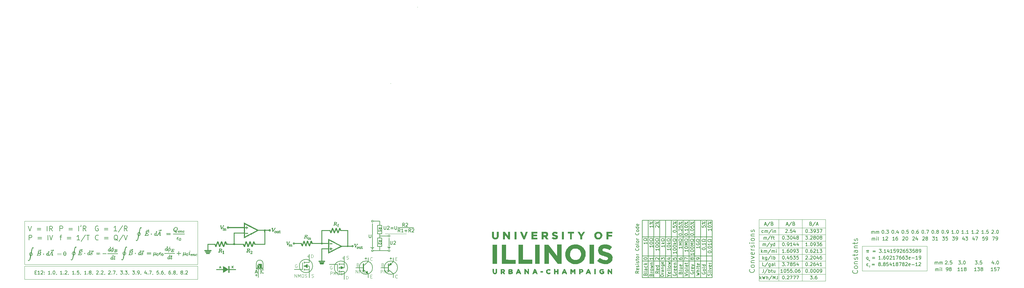
<source format=gto>
%TF.GenerationSoftware,KiCad,Pcbnew,5.1.10*%
%TF.CreationDate,2021-09-06T22:27:18-05:00*%
%TF.ProjectId,kicad,6b696361-642e-46b6-9963-61645f706362,1*%
%TF.SameCoordinates,Original*%
%TF.FileFunction,Legend,Top*%
%TF.FilePolarity,Positive*%
%FSLAX46Y46*%
G04 Gerber Fmt 4.6, Leading zero omitted, Abs format (unit mm)*
G04 Created by KiCad (PCBNEW 5.1.10) date 2021-09-06 22:27:18*
%MOMM*%
%LPD*%
G01*
G04 APERTURE LIST*
%ADD10C,0.150000*%
%ADD11C,0.120000*%
%ADD12C,0.200000*%
%ADD13C,0.125000*%
%ADD14C,0.010000*%
%ADD15C,0.100000*%
%ADD16C,0.170000*%
%ADD17C,0.101600*%
%ADD18C,4.400000*%
%ADD19C,3.900000*%
%ADD20C,1.300000*%
%ADD21C,1.200000*%
%ADD22C,3.400000*%
%ADD23C,2.800000*%
%ADD24C,2.200000*%
%ADD25C,1.700000*%
%ADD26C,1.400000*%
%ADD27C,1.100000*%
%ADD28C,1.000000*%
%ADD29C,0.900000*%
%ADD30C,0.800000*%
%ADD31C,0.700000*%
%ADD32C,0.600000*%
%ADD33C,0.500000*%
G04 APERTURE END LIST*
D10*
X44619047Y-111928571D02*
X44952380Y-111928571D01*
X45095238Y-112452380D02*
X44619047Y-112452380D01*
X44619047Y-111452380D01*
X45095238Y-111452380D01*
X46047619Y-112452380D02*
X45476190Y-112452380D01*
X45761904Y-112452380D02*
X45761904Y-111452380D01*
X45666666Y-111595238D01*
X45571428Y-111690476D01*
X45476190Y-111738095D01*
X46428571Y-111547619D02*
X46476190Y-111500000D01*
X46571428Y-111452380D01*
X46809523Y-111452380D01*
X46904761Y-111500000D01*
X46952380Y-111547619D01*
X47000000Y-111642857D01*
X47000000Y-111738095D01*
X46952380Y-111880952D01*
X46380952Y-112452380D01*
X47000000Y-112452380D01*
X47428571Y-112357142D02*
X47476190Y-112404761D01*
X47428571Y-112452380D01*
X47380952Y-112404761D01*
X47428571Y-112357142D01*
X47428571Y-112452380D01*
X47428571Y-111833333D02*
X47476190Y-111880952D01*
X47428571Y-111928571D01*
X47380952Y-111880952D01*
X47428571Y-111833333D01*
X47428571Y-111928571D01*
X49190476Y-112452380D02*
X48619047Y-112452380D01*
X48904761Y-112452380D02*
X48904761Y-111452380D01*
X48809523Y-111595238D01*
X48714285Y-111690476D01*
X48619047Y-111738095D01*
X49619047Y-112357142D02*
X49666666Y-112404761D01*
X49619047Y-112452380D01*
X49571428Y-112404761D01*
X49619047Y-112357142D01*
X49619047Y-112452380D01*
X50285714Y-111452380D02*
X50380952Y-111452380D01*
X50476190Y-111500000D01*
X50523809Y-111547619D01*
X50571428Y-111642857D01*
X50619047Y-111833333D01*
X50619047Y-112071428D01*
X50571428Y-112261904D01*
X50523809Y-112357142D01*
X50476190Y-112404761D01*
X50380952Y-112452380D01*
X50285714Y-112452380D01*
X50190476Y-112404761D01*
X50142857Y-112357142D01*
X50095238Y-112261904D01*
X50047619Y-112071428D01*
X50047619Y-111833333D01*
X50095238Y-111642857D01*
X50142857Y-111547619D01*
X50190476Y-111500000D01*
X50285714Y-111452380D01*
X51095238Y-112404761D02*
X51095238Y-112452380D01*
X51047619Y-112547619D01*
X51000000Y-112595238D01*
X52809523Y-112452380D02*
X52238095Y-112452380D01*
X52523809Y-112452380D02*
X52523809Y-111452380D01*
X52428571Y-111595238D01*
X52333333Y-111690476D01*
X52238095Y-111738095D01*
X53238095Y-112357142D02*
X53285714Y-112404761D01*
X53238095Y-112452380D01*
X53190476Y-112404761D01*
X53238095Y-112357142D01*
X53238095Y-112452380D01*
X53666666Y-111547619D02*
X53714285Y-111500000D01*
X53809523Y-111452380D01*
X54047619Y-111452380D01*
X54142857Y-111500000D01*
X54190476Y-111547619D01*
X54238095Y-111642857D01*
X54238095Y-111738095D01*
X54190476Y-111880952D01*
X53619047Y-112452380D01*
X54238095Y-112452380D01*
X54714285Y-112404761D02*
X54714285Y-112452380D01*
X54666666Y-112547619D01*
X54619047Y-112595238D01*
X56428571Y-112452380D02*
X55857142Y-112452380D01*
X56142857Y-112452380D02*
X56142857Y-111452380D01*
X56047619Y-111595238D01*
X55952380Y-111690476D01*
X55857142Y-111738095D01*
X56857142Y-112357142D02*
X56904761Y-112404761D01*
X56857142Y-112452380D01*
X56809523Y-112404761D01*
X56857142Y-112357142D01*
X56857142Y-112452380D01*
X57809523Y-111452380D02*
X57333333Y-111452380D01*
X57285714Y-111928571D01*
X57333333Y-111880952D01*
X57428571Y-111833333D01*
X57666666Y-111833333D01*
X57761904Y-111880952D01*
X57809523Y-111928571D01*
X57857142Y-112023809D01*
X57857142Y-112261904D01*
X57809523Y-112357142D01*
X57761904Y-112404761D01*
X57666666Y-112452380D01*
X57428571Y-112452380D01*
X57333333Y-112404761D01*
X57285714Y-112357142D01*
X58333333Y-112404761D02*
X58333333Y-112452380D01*
X58285714Y-112547619D01*
X58238095Y-112595238D01*
X60047619Y-112452380D02*
X59476190Y-112452380D01*
X59761904Y-112452380D02*
X59761904Y-111452380D01*
X59666666Y-111595238D01*
X59571428Y-111690476D01*
X59476190Y-111738095D01*
X60476190Y-112357142D02*
X60523809Y-112404761D01*
X60476190Y-112452380D01*
X60428571Y-112404761D01*
X60476190Y-112357142D01*
X60476190Y-112452380D01*
X61095238Y-111880952D02*
X61000000Y-111833333D01*
X60952380Y-111785714D01*
X60904761Y-111690476D01*
X60904761Y-111642857D01*
X60952380Y-111547619D01*
X61000000Y-111500000D01*
X61095238Y-111452380D01*
X61285714Y-111452380D01*
X61380952Y-111500000D01*
X61428571Y-111547619D01*
X61476190Y-111642857D01*
X61476190Y-111690476D01*
X61428571Y-111785714D01*
X61380952Y-111833333D01*
X61285714Y-111880952D01*
X61095238Y-111880952D01*
X61000000Y-111928571D01*
X60952380Y-111976190D01*
X60904761Y-112071428D01*
X60904761Y-112261904D01*
X60952380Y-112357142D01*
X61000000Y-112404761D01*
X61095238Y-112452380D01*
X61285714Y-112452380D01*
X61380952Y-112404761D01*
X61428571Y-112357142D01*
X61476190Y-112261904D01*
X61476190Y-112071428D01*
X61428571Y-111976190D01*
X61380952Y-111928571D01*
X61285714Y-111880952D01*
X61952380Y-112404761D02*
X61952380Y-112452380D01*
X61904761Y-112547619D01*
X61857142Y-112595238D01*
X63095238Y-111547619D02*
X63142857Y-111500000D01*
X63238095Y-111452380D01*
X63476190Y-111452380D01*
X63571428Y-111500000D01*
X63619047Y-111547619D01*
X63666666Y-111642857D01*
X63666666Y-111738095D01*
X63619047Y-111880952D01*
X63047619Y-112452380D01*
X63666666Y-112452380D01*
X64095238Y-112357142D02*
X64142857Y-112404761D01*
X64095238Y-112452380D01*
X64047619Y-112404761D01*
X64095238Y-112357142D01*
X64095238Y-112452380D01*
X64523809Y-111547619D02*
X64571428Y-111500000D01*
X64666666Y-111452380D01*
X64904761Y-111452380D01*
X65000000Y-111500000D01*
X65047619Y-111547619D01*
X65095238Y-111642857D01*
X65095238Y-111738095D01*
X65047619Y-111880952D01*
X64476190Y-112452380D01*
X65095238Y-112452380D01*
X65571428Y-112404761D02*
X65571428Y-112452380D01*
X65523809Y-112547619D01*
X65476190Y-112595238D01*
X66714285Y-111547619D02*
X66761904Y-111500000D01*
X66857142Y-111452380D01*
X67095238Y-111452380D01*
X67190476Y-111500000D01*
X67238095Y-111547619D01*
X67285714Y-111642857D01*
X67285714Y-111738095D01*
X67238095Y-111880952D01*
X66666666Y-112452380D01*
X67285714Y-112452380D01*
X67714285Y-112357142D02*
X67761904Y-112404761D01*
X67714285Y-112452380D01*
X67666666Y-112404761D01*
X67714285Y-112357142D01*
X67714285Y-112452380D01*
X68095238Y-111452380D02*
X68761904Y-111452380D01*
X68333333Y-112452380D01*
X69190476Y-112404761D02*
X69190476Y-112452380D01*
X69142857Y-112547619D01*
X69095238Y-112595238D01*
X70285714Y-111452380D02*
X70904761Y-111452380D01*
X70571428Y-111833333D01*
X70714285Y-111833333D01*
X70809523Y-111880952D01*
X70857142Y-111928571D01*
X70904761Y-112023809D01*
X70904761Y-112261904D01*
X70857142Y-112357142D01*
X70809523Y-112404761D01*
X70714285Y-112452380D01*
X70428571Y-112452380D01*
X70333333Y-112404761D01*
X70285714Y-112357142D01*
X71333333Y-112357142D02*
X71380952Y-112404761D01*
X71333333Y-112452380D01*
X71285714Y-112404761D01*
X71333333Y-112357142D01*
X71333333Y-112452380D01*
X71714285Y-111452380D02*
X72333333Y-111452380D01*
X72000000Y-111833333D01*
X72142857Y-111833333D01*
X72238095Y-111880952D01*
X72285714Y-111928571D01*
X72333333Y-112023809D01*
X72333333Y-112261904D01*
X72285714Y-112357142D01*
X72238095Y-112404761D01*
X72142857Y-112452380D01*
X71857142Y-112452380D01*
X71761904Y-112404761D01*
X71714285Y-112357142D01*
X72809523Y-112404761D02*
X72809523Y-112452380D01*
X72761904Y-112547619D01*
X72714285Y-112595238D01*
X73904761Y-111452380D02*
X74523809Y-111452380D01*
X74190476Y-111833333D01*
X74333333Y-111833333D01*
X74428571Y-111880952D01*
X74476190Y-111928571D01*
X74523809Y-112023809D01*
X74523809Y-112261904D01*
X74476190Y-112357142D01*
X74428571Y-112404761D01*
X74333333Y-112452380D01*
X74047619Y-112452380D01*
X73952380Y-112404761D01*
X73904761Y-112357142D01*
X74952380Y-112357142D02*
X75000000Y-112404761D01*
X74952380Y-112452380D01*
X74904761Y-112404761D01*
X74952380Y-112357142D01*
X74952380Y-112452380D01*
X75476190Y-112452380D02*
X75666666Y-112452380D01*
X75761904Y-112404761D01*
X75809523Y-112357142D01*
X75904761Y-112214285D01*
X75952380Y-112023809D01*
X75952380Y-111642857D01*
X75904761Y-111547619D01*
X75857142Y-111500000D01*
X75761904Y-111452380D01*
X75571428Y-111452380D01*
X75476190Y-111500000D01*
X75428571Y-111547619D01*
X75380952Y-111642857D01*
X75380952Y-111880952D01*
X75428571Y-111976190D01*
X75476190Y-112023809D01*
X75571428Y-112071428D01*
X75761904Y-112071428D01*
X75857142Y-112023809D01*
X75904761Y-111976190D01*
X75952380Y-111880952D01*
X76428571Y-112404761D02*
X76428571Y-112452380D01*
X76380952Y-112547619D01*
X76333333Y-112595238D01*
X78047619Y-111785714D02*
X78047619Y-112452380D01*
X77809523Y-111404761D02*
X77571428Y-112119047D01*
X78190476Y-112119047D01*
X78571428Y-112357142D02*
X78619047Y-112404761D01*
X78571428Y-112452380D01*
X78523809Y-112404761D01*
X78571428Y-112357142D01*
X78571428Y-112452380D01*
X78952380Y-111452380D02*
X79619047Y-111452380D01*
X79190476Y-112452380D01*
X80047619Y-112404761D02*
X80047619Y-112452380D01*
X80000000Y-112547619D01*
X79952380Y-112595238D01*
X81714285Y-111452380D02*
X81238095Y-111452380D01*
X81190476Y-111928571D01*
X81238095Y-111880952D01*
X81333333Y-111833333D01*
X81571428Y-111833333D01*
X81666666Y-111880952D01*
X81714285Y-111928571D01*
X81761904Y-112023809D01*
X81761904Y-112261904D01*
X81714285Y-112357142D01*
X81666666Y-112404761D01*
X81571428Y-112452380D01*
X81333333Y-112452380D01*
X81238095Y-112404761D01*
X81190476Y-112357142D01*
X82190476Y-112357142D02*
X82238095Y-112404761D01*
X82190476Y-112452380D01*
X82142857Y-112404761D01*
X82190476Y-112357142D01*
X82190476Y-112452380D01*
X83095238Y-111452380D02*
X82904761Y-111452380D01*
X82809523Y-111500000D01*
X82761904Y-111547619D01*
X82666666Y-111690476D01*
X82619047Y-111880952D01*
X82619047Y-112261904D01*
X82666666Y-112357142D01*
X82714285Y-112404761D01*
X82809523Y-112452380D01*
X83000000Y-112452380D01*
X83095238Y-112404761D01*
X83142857Y-112357142D01*
X83190476Y-112261904D01*
X83190476Y-112023809D01*
X83142857Y-111928571D01*
X83095238Y-111880952D01*
X83000000Y-111833333D01*
X82809523Y-111833333D01*
X82714285Y-111880952D01*
X82666666Y-111928571D01*
X82619047Y-112023809D01*
X83666666Y-112404761D02*
X83666666Y-112452380D01*
X83619047Y-112547619D01*
X83571428Y-112595238D01*
X85285714Y-111452380D02*
X85095238Y-111452380D01*
X85000000Y-111500000D01*
X84952380Y-111547619D01*
X84857142Y-111690476D01*
X84809523Y-111880952D01*
X84809523Y-112261904D01*
X84857142Y-112357142D01*
X84904761Y-112404761D01*
X85000000Y-112452380D01*
X85190476Y-112452380D01*
X85285714Y-112404761D01*
X85333333Y-112357142D01*
X85380952Y-112261904D01*
X85380952Y-112023809D01*
X85333333Y-111928571D01*
X85285714Y-111880952D01*
X85190476Y-111833333D01*
X85000000Y-111833333D01*
X84904761Y-111880952D01*
X84857142Y-111928571D01*
X84809523Y-112023809D01*
X85809523Y-112357142D02*
X85857142Y-112404761D01*
X85809523Y-112452380D01*
X85761904Y-112404761D01*
X85809523Y-112357142D01*
X85809523Y-112452380D01*
X86428571Y-111880952D02*
X86333333Y-111833333D01*
X86285714Y-111785714D01*
X86238095Y-111690476D01*
X86238095Y-111642857D01*
X86285714Y-111547619D01*
X86333333Y-111500000D01*
X86428571Y-111452380D01*
X86619047Y-111452380D01*
X86714285Y-111500000D01*
X86761904Y-111547619D01*
X86809523Y-111642857D01*
X86809523Y-111690476D01*
X86761904Y-111785714D01*
X86714285Y-111833333D01*
X86619047Y-111880952D01*
X86428571Y-111880952D01*
X86333333Y-111928571D01*
X86285714Y-111976190D01*
X86238095Y-112071428D01*
X86238095Y-112261904D01*
X86285714Y-112357142D01*
X86333333Y-112404761D01*
X86428571Y-112452380D01*
X86619047Y-112452380D01*
X86714285Y-112404761D01*
X86761904Y-112357142D01*
X86809523Y-112261904D01*
X86809523Y-112071428D01*
X86761904Y-111976190D01*
X86714285Y-111928571D01*
X86619047Y-111880952D01*
X87285714Y-112404761D02*
X87285714Y-112452380D01*
X87238095Y-112547619D01*
X87190476Y-112595238D01*
X88619047Y-111880952D02*
X88523809Y-111833333D01*
X88476190Y-111785714D01*
X88428571Y-111690476D01*
X88428571Y-111642857D01*
X88476190Y-111547619D01*
X88523809Y-111500000D01*
X88619047Y-111452380D01*
X88809523Y-111452380D01*
X88904761Y-111500000D01*
X88952380Y-111547619D01*
X89000000Y-111642857D01*
X89000000Y-111690476D01*
X88952380Y-111785714D01*
X88904761Y-111833333D01*
X88809523Y-111880952D01*
X88619047Y-111880952D01*
X88523809Y-111928571D01*
X88476190Y-111976190D01*
X88428571Y-112071428D01*
X88428571Y-112261904D01*
X88476190Y-112357142D01*
X88523809Y-112404761D01*
X88619047Y-112452380D01*
X88809523Y-112452380D01*
X88904761Y-112404761D01*
X88952380Y-112357142D01*
X89000000Y-112261904D01*
X89000000Y-112071428D01*
X88952380Y-111976190D01*
X88904761Y-111928571D01*
X88809523Y-111880952D01*
X89428571Y-112357142D02*
X89476190Y-112404761D01*
X89428571Y-112452380D01*
X89380952Y-112404761D01*
X89428571Y-112357142D01*
X89428571Y-112452380D01*
X89857142Y-111547619D02*
X89904761Y-111500000D01*
X90000000Y-111452380D01*
X90238095Y-111452380D01*
X90333333Y-111500000D01*
X90380952Y-111547619D01*
X90428571Y-111642857D01*
X90428571Y-111738095D01*
X90380952Y-111880952D01*
X89809523Y-112452380D01*
X90428571Y-112452380D01*
D11*
X41500000Y-114000000D02*
X41500000Y-110000000D01*
X93500000Y-114000000D02*
X41500000Y-114000000D01*
X93500000Y-110000000D02*
X93500000Y-114000000D01*
X41500000Y-110000000D02*
X93500000Y-110000000D01*
D12*
X151500000Y-55000000D02*
X151500000Y-55000000D01*
X159500000Y-32000000D02*
X159500000Y-32000000D01*
D13*
X295295238Y-108502380D02*
X295247619Y-108526190D01*
X295152380Y-108526190D01*
X295104761Y-108502380D01*
X295080952Y-108454761D01*
X295080952Y-108264285D01*
X295104761Y-108216666D01*
X295152380Y-108192857D01*
X295247619Y-108192857D01*
X295295238Y-108216666D01*
X295319047Y-108264285D01*
X295319047Y-108311904D01*
X295080952Y-108359523D01*
D10*
X291535714Y-111321428D02*
X291607142Y-111392857D01*
X291678571Y-111607142D01*
X291678571Y-111750000D01*
X291607142Y-111964285D01*
X291464285Y-112107142D01*
X291321428Y-112178571D01*
X291035714Y-112250000D01*
X290821428Y-112250000D01*
X290535714Y-112178571D01*
X290392857Y-112107142D01*
X290250000Y-111964285D01*
X290178571Y-111750000D01*
X290178571Y-111607142D01*
X290250000Y-111392857D01*
X290321428Y-111321428D01*
X291678571Y-110464285D02*
X291607142Y-110607142D01*
X291535714Y-110678571D01*
X291392857Y-110750000D01*
X290964285Y-110750000D01*
X290821428Y-110678571D01*
X290750000Y-110607142D01*
X290678571Y-110464285D01*
X290678571Y-110250000D01*
X290750000Y-110107142D01*
X290821428Y-110035714D01*
X290964285Y-109964285D01*
X291392857Y-109964285D01*
X291535714Y-110035714D01*
X291607142Y-110107142D01*
X291678571Y-110250000D01*
X291678571Y-110464285D01*
X290678571Y-109321428D02*
X291678571Y-109321428D01*
X290821428Y-109321428D02*
X290750000Y-109250000D01*
X290678571Y-109107142D01*
X290678571Y-108892857D01*
X290750000Y-108750000D01*
X290892857Y-108678571D01*
X291678571Y-108678571D01*
X291607142Y-108035714D02*
X291678571Y-107892857D01*
X291678571Y-107607142D01*
X291607142Y-107464285D01*
X291464285Y-107392857D01*
X291392857Y-107392857D01*
X291250000Y-107464285D01*
X291178571Y-107607142D01*
X291178571Y-107821428D01*
X291107142Y-107964285D01*
X290964285Y-108035714D01*
X290892857Y-108035714D01*
X290750000Y-107964285D01*
X290678571Y-107821428D01*
X290678571Y-107607142D01*
X290750000Y-107464285D01*
X290678571Y-106964285D02*
X290678571Y-106392857D01*
X290178571Y-106750000D02*
X291464285Y-106750000D01*
X291607142Y-106678571D01*
X291678571Y-106535714D01*
X291678571Y-106392857D01*
X291678571Y-105250000D02*
X290892857Y-105250000D01*
X290750000Y-105321428D01*
X290678571Y-105464285D01*
X290678571Y-105750000D01*
X290750000Y-105892857D01*
X291607142Y-105250000D02*
X291678571Y-105392857D01*
X291678571Y-105750000D01*
X291607142Y-105892857D01*
X291464285Y-105964285D01*
X291321428Y-105964285D01*
X291178571Y-105892857D01*
X291107142Y-105750000D01*
X291107142Y-105392857D01*
X291035714Y-105250000D01*
X290678571Y-104535714D02*
X291678571Y-104535714D01*
X290821428Y-104535714D02*
X290750000Y-104464285D01*
X290678571Y-104321428D01*
X290678571Y-104107142D01*
X290750000Y-103964285D01*
X290892857Y-103892857D01*
X291678571Y-103892857D01*
X290678571Y-103392857D02*
X290678571Y-102821428D01*
X290178571Y-103178571D02*
X291464285Y-103178571D01*
X291607142Y-103107142D01*
X291678571Y-102964285D01*
X291678571Y-102821428D01*
X291607142Y-102392857D02*
X291678571Y-102250000D01*
X291678571Y-101964285D01*
X291607142Y-101821428D01*
X291464285Y-101750000D01*
X291392857Y-101750000D01*
X291250000Y-101821428D01*
X291178571Y-101964285D01*
X291178571Y-102178571D01*
X291107142Y-102321428D01*
X290964285Y-102392857D01*
X290892857Y-102392857D01*
X290750000Y-102321428D01*
X290678571Y-102178571D01*
X290678571Y-101964285D01*
X290750000Y-101821428D01*
D13*
X295176190Y-109826190D02*
X295223809Y-109826190D01*
X295271428Y-109850000D01*
X295295238Y-109873809D01*
X295319047Y-109921428D01*
X295342857Y-110016666D01*
X295342857Y-110135714D01*
X295319047Y-110230952D01*
X295295238Y-110278571D01*
X295271428Y-110302380D01*
X295223809Y-110326190D01*
X295176190Y-110326190D01*
X295128571Y-110302380D01*
X295104761Y-110278571D01*
X295080952Y-110230952D01*
X295057142Y-110135714D01*
X295057142Y-110016666D01*
X295080952Y-109921428D01*
X295104761Y-109873809D01*
X295128571Y-109850000D01*
X295176190Y-109826190D01*
D10*
X294523809Y-109619047D02*
X294428571Y-109666666D01*
X294380952Y-109761904D01*
X294380952Y-109809523D01*
X294428571Y-109904761D01*
X294523809Y-109952380D01*
X294714285Y-109952380D01*
X294809523Y-109904761D01*
X294619047Y-109619047D02*
X294523809Y-109619047D01*
X294428571Y-109571428D01*
X294380952Y-109476190D01*
X294380952Y-109428571D01*
X294428571Y-109333333D01*
X294523809Y-109285714D01*
X294714285Y-109285714D01*
X294809523Y-109333333D01*
X296000000Y-109428571D02*
X296761904Y-109428571D01*
X296761904Y-109714285D02*
X296000000Y-109714285D01*
X298142857Y-109380952D02*
X298047619Y-109333333D01*
X298000000Y-109285714D01*
X297952380Y-109190476D01*
X297952380Y-109142857D01*
X298000000Y-109047619D01*
X298047619Y-109000000D01*
X298142857Y-108952380D01*
X298333333Y-108952380D01*
X298428571Y-109000000D01*
X298476190Y-109047619D01*
X298523809Y-109142857D01*
X298523809Y-109190476D01*
X298476190Y-109285714D01*
X298428571Y-109333333D01*
X298333333Y-109380952D01*
X298142857Y-109380952D01*
X298047619Y-109428571D01*
X298000000Y-109476190D01*
X297952380Y-109571428D01*
X297952380Y-109761904D01*
X298000000Y-109857142D01*
X298047619Y-109904761D01*
X298142857Y-109952380D01*
X298333333Y-109952380D01*
X298428571Y-109904761D01*
X298476190Y-109857142D01*
X298523809Y-109761904D01*
X298523809Y-109571428D01*
X298476190Y-109476190D01*
X298428571Y-109428571D01*
X298333333Y-109380952D01*
X298952380Y-109857142D02*
X299000000Y-109904761D01*
X298952380Y-109952380D01*
X298904761Y-109904761D01*
X298952380Y-109857142D01*
X298952380Y-109952380D01*
X299571428Y-109380952D02*
X299476190Y-109333333D01*
X299428571Y-109285714D01*
X299380952Y-109190476D01*
X299380952Y-109142857D01*
X299428571Y-109047619D01*
X299476190Y-109000000D01*
X299571428Y-108952380D01*
X299761904Y-108952380D01*
X299857142Y-109000000D01*
X299904761Y-109047619D01*
X299952380Y-109142857D01*
X299952380Y-109190476D01*
X299904761Y-109285714D01*
X299857142Y-109333333D01*
X299761904Y-109380952D01*
X299571428Y-109380952D01*
X299476190Y-109428571D01*
X299428571Y-109476190D01*
X299380952Y-109571428D01*
X299380952Y-109761904D01*
X299428571Y-109857142D01*
X299476190Y-109904761D01*
X299571428Y-109952380D01*
X299761904Y-109952380D01*
X299857142Y-109904761D01*
X299904761Y-109857142D01*
X299952380Y-109761904D01*
X299952380Y-109571428D01*
X299904761Y-109476190D01*
X299857142Y-109428571D01*
X299761904Y-109380952D01*
X300857142Y-108952380D02*
X300380952Y-108952380D01*
X300333333Y-109428571D01*
X300380952Y-109380952D01*
X300476190Y-109333333D01*
X300714285Y-109333333D01*
X300809523Y-109380952D01*
X300857142Y-109428571D01*
X300904761Y-109523809D01*
X300904761Y-109761904D01*
X300857142Y-109857142D01*
X300809523Y-109904761D01*
X300714285Y-109952380D01*
X300476190Y-109952380D01*
X300380952Y-109904761D01*
X300333333Y-109857142D01*
X301761904Y-109285714D02*
X301761904Y-109952380D01*
X301523809Y-108904761D02*
X301285714Y-109619047D01*
X301904761Y-109619047D01*
X302809523Y-109952380D02*
X302238095Y-109952380D01*
X302523809Y-109952380D02*
X302523809Y-108952380D01*
X302428571Y-109095238D01*
X302333333Y-109190476D01*
X302238095Y-109238095D01*
X303380952Y-109380952D02*
X303285714Y-109333333D01*
X303238095Y-109285714D01*
X303190476Y-109190476D01*
X303190476Y-109142857D01*
X303238095Y-109047619D01*
X303285714Y-109000000D01*
X303380952Y-108952380D01*
X303571428Y-108952380D01*
X303666666Y-109000000D01*
X303714285Y-109047619D01*
X303761904Y-109142857D01*
X303761904Y-109190476D01*
X303714285Y-109285714D01*
X303666666Y-109333333D01*
X303571428Y-109380952D01*
X303380952Y-109380952D01*
X303285714Y-109428571D01*
X303238095Y-109476190D01*
X303190476Y-109571428D01*
X303190476Y-109761904D01*
X303238095Y-109857142D01*
X303285714Y-109904761D01*
X303380952Y-109952380D01*
X303571428Y-109952380D01*
X303666666Y-109904761D01*
X303714285Y-109857142D01*
X303761904Y-109761904D01*
X303761904Y-109571428D01*
X303714285Y-109476190D01*
X303666666Y-109428571D01*
X303571428Y-109380952D01*
X304095238Y-108952380D02*
X304761904Y-108952380D01*
X304333333Y-109952380D01*
X305285714Y-109380952D02*
X305190476Y-109333333D01*
X305142857Y-109285714D01*
X305095238Y-109190476D01*
X305095238Y-109142857D01*
X305142857Y-109047619D01*
X305190476Y-109000000D01*
X305285714Y-108952380D01*
X305476190Y-108952380D01*
X305571428Y-109000000D01*
X305619047Y-109047619D01*
X305666666Y-109142857D01*
X305666666Y-109190476D01*
X305619047Y-109285714D01*
X305571428Y-109333333D01*
X305476190Y-109380952D01*
X305285714Y-109380952D01*
X305190476Y-109428571D01*
X305142857Y-109476190D01*
X305095238Y-109571428D01*
X305095238Y-109761904D01*
X305142857Y-109857142D01*
X305190476Y-109904761D01*
X305285714Y-109952380D01*
X305476190Y-109952380D01*
X305571428Y-109904761D01*
X305619047Y-109857142D01*
X305666666Y-109761904D01*
X305666666Y-109571428D01*
X305619047Y-109476190D01*
X305571428Y-109428571D01*
X305476190Y-109380952D01*
X306047619Y-109047619D02*
X306095238Y-109000000D01*
X306190476Y-108952380D01*
X306428571Y-108952380D01*
X306523809Y-109000000D01*
X306571428Y-109047619D01*
X306619047Y-109142857D01*
X306619047Y-109238095D01*
X306571428Y-109380952D01*
X306000000Y-109952380D01*
X306619047Y-109952380D01*
X307428571Y-109904761D02*
X307333333Y-109952380D01*
X307142857Y-109952380D01*
X307047619Y-109904761D01*
X307000000Y-109809523D01*
X307000000Y-109428571D01*
X307047619Y-109333333D01*
X307142857Y-109285714D01*
X307333333Y-109285714D01*
X307428571Y-109333333D01*
X307476190Y-109428571D01*
X307476190Y-109523809D01*
X307000000Y-109619047D01*
X307904761Y-109571428D02*
X308666666Y-109571428D01*
X309666666Y-109952380D02*
X309095238Y-109952380D01*
X309380952Y-109952380D02*
X309380952Y-108952380D01*
X309285714Y-109095238D01*
X309190476Y-109190476D01*
X309095238Y-109238095D01*
X310047619Y-109047619D02*
X310095238Y-109000000D01*
X310190476Y-108952380D01*
X310428571Y-108952380D01*
X310523809Y-109000000D01*
X310571428Y-109047619D01*
X310619047Y-109142857D01*
X310619047Y-109238095D01*
X310571428Y-109380952D01*
X310000000Y-109952380D01*
X310619047Y-109952380D01*
X294809523Y-107285714D02*
X294809523Y-108285714D01*
X294809523Y-107904761D02*
X294714285Y-107952380D01*
X294523809Y-107952380D01*
X294428571Y-107904761D01*
X294380952Y-107857142D01*
X294333333Y-107761904D01*
X294333333Y-107476190D01*
X294380952Y-107380952D01*
X294428571Y-107333333D01*
X294523809Y-107285714D01*
X294714285Y-107285714D01*
X294809523Y-107333333D01*
X296047619Y-107428571D02*
X296809523Y-107428571D01*
X296809523Y-107714285D02*
X296047619Y-107714285D01*
X298571428Y-107952380D02*
X298000000Y-107952380D01*
X298285714Y-107952380D02*
X298285714Y-106952380D01*
X298190476Y-107095238D01*
X298095238Y-107190476D01*
X298000000Y-107238095D01*
X299000000Y-107857142D02*
X299047619Y-107904761D01*
X299000000Y-107952380D01*
X298952380Y-107904761D01*
X299000000Y-107857142D01*
X299000000Y-107952380D01*
X299904761Y-106952380D02*
X299714285Y-106952380D01*
X299619047Y-107000000D01*
X299571428Y-107047619D01*
X299476190Y-107190476D01*
X299428571Y-107380952D01*
X299428571Y-107761904D01*
X299476190Y-107857142D01*
X299523809Y-107904761D01*
X299619047Y-107952380D01*
X299809523Y-107952380D01*
X299904761Y-107904761D01*
X299952380Y-107857142D01*
X300000000Y-107761904D01*
X300000000Y-107523809D01*
X299952380Y-107428571D01*
X299904761Y-107380952D01*
X299809523Y-107333333D01*
X299619047Y-107333333D01*
X299523809Y-107380952D01*
X299476190Y-107428571D01*
X299428571Y-107523809D01*
X300619047Y-106952380D02*
X300714285Y-106952380D01*
X300809523Y-107000000D01*
X300857142Y-107047619D01*
X300904761Y-107142857D01*
X300952380Y-107333333D01*
X300952380Y-107571428D01*
X300904761Y-107761904D01*
X300857142Y-107857142D01*
X300809523Y-107904761D01*
X300714285Y-107952380D01*
X300619047Y-107952380D01*
X300523809Y-107904761D01*
X300476190Y-107857142D01*
X300428571Y-107761904D01*
X300380952Y-107571428D01*
X300380952Y-107333333D01*
X300428571Y-107142857D01*
X300476190Y-107047619D01*
X300523809Y-107000000D01*
X300619047Y-106952380D01*
X301333333Y-107047619D02*
X301380952Y-107000000D01*
X301476190Y-106952380D01*
X301714285Y-106952380D01*
X301809523Y-107000000D01*
X301857142Y-107047619D01*
X301904761Y-107142857D01*
X301904761Y-107238095D01*
X301857142Y-107380952D01*
X301285714Y-107952380D01*
X301904761Y-107952380D01*
X302857142Y-107952380D02*
X302285714Y-107952380D01*
X302571428Y-107952380D02*
X302571428Y-106952380D01*
X302476190Y-107095238D01*
X302380952Y-107190476D01*
X302285714Y-107238095D01*
X303190476Y-106952380D02*
X303857142Y-106952380D01*
X303428571Y-107952380D01*
X304666666Y-106952380D02*
X304476190Y-106952380D01*
X304380952Y-107000000D01*
X304333333Y-107047619D01*
X304238095Y-107190476D01*
X304190476Y-107380952D01*
X304190476Y-107761904D01*
X304238095Y-107857142D01*
X304285714Y-107904761D01*
X304380952Y-107952380D01*
X304571428Y-107952380D01*
X304666666Y-107904761D01*
X304714285Y-107857142D01*
X304761904Y-107761904D01*
X304761904Y-107523809D01*
X304714285Y-107428571D01*
X304666666Y-107380952D01*
X304571428Y-107333333D01*
X304380952Y-107333333D01*
X304285714Y-107380952D01*
X304238095Y-107428571D01*
X304190476Y-107523809D01*
X305619047Y-106952380D02*
X305428571Y-106952380D01*
X305333333Y-107000000D01*
X305285714Y-107047619D01*
X305190476Y-107190476D01*
X305142857Y-107380952D01*
X305142857Y-107761904D01*
X305190476Y-107857142D01*
X305238095Y-107904761D01*
X305333333Y-107952380D01*
X305523809Y-107952380D01*
X305619047Y-107904761D01*
X305666666Y-107857142D01*
X305714285Y-107761904D01*
X305714285Y-107523809D01*
X305666666Y-107428571D01*
X305619047Y-107380952D01*
X305523809Y-107333333D01*
X305333333Y-107333333D01*
X305238095Y-107380952D01*
X305190476Y-107428571D01*
X305142857Y-107523809D01*
X306047619Y-106952380D02*
X306666666Y-106952380D01*
X306333333Y-107333333D01*
X306476190Y-107333333D01*
X306571428Y-107380952D01*
X306619047Y-107428571D01*
X306666666Y-107523809D01*
X306666666Y-107761904D01*
X306619047Y-107857142D01*
X306571428Y-107904761D01*
X306476190Y-107952380D01*
X306190476Y-107952380D01*
X306095238Y-107904761D01*
X306047619Y-107857142D01*
X307476190Y-107904761D02*
X307380952Y-107952380D01*
X307190476Y-107952380D01*
X307095238Y-107904761D01*
X307047619Y-107809523D01*
X307047619Y-107428571D01*
X307095238Y-107333333D01*
X307190476Y-107285714D01*
X307380952Y-107285714D01*
X307476190Y-107333333D01*
X307523809Y-107428571D01*
X307523809Y-107523809D01*
X307047619Y-107619047D01*
X307952380Y-107571428D02*
X308714285Y-107571428D01*
X309714285Y-107952380D02*
X309142857Y-107952380D01*
X309428571Y-107952380D02*
X309428571Y-106952380D01*
X309333333Y-107095238D01*
X309238095Y-107190476D01*
X309142857Y-107238095D01*
X310190476Y-107952380D02*
X310380952Y-107952380D01*
X310476190Y-107904761D01*
X310523809Y-107857142D01*
X310619047Y-107714285D01*
X310666666Y-107523809D01*
X310666666Y-107142857D01*
X310619047Y-107047619D01*
X310571428Y-107000000D01*
X310476190Y-106952380D01*
X310285714Y-106952380D01*
X310190476Y-107000000D01*
X310142857Y-107047619D01*
X310095238Y-107142857D01*
X310095238Y-107380952D01*
X310142857Y-107476190D01*
X310190476Y-107523809D01*
X310285714Y-107571428D01*
X310476190Y-107571428D01*
X310571428Y-107523809D01*
X310619047Y-107476190D01*
X310666666Y-107380952D01*
X294904761Y-105285714D02*
X294904761Y-105952380D01*
X294571428Y-105285714D02*
X294571428Y-105809523D01*
X294523809Y-105904761D01*
X294428571Y-105952380D01*
X295095238Y-105285714D02*
X294476190Y-105285714D01*
X294380952Y-105333333D01*
X294333333Y-105428571D01*
X296238095Y-105428571D02*
X297000000Y-105428571D01*
X297000000Y-105714285D02*
X296238095Y-105714285D01*
X298142857Y-104952380D02*
X298761904Y-104952380D01*
X298428571Y-105333333D01*
X298571428Y-105333333D01*
X298666666Y-105380952D01*
X298714285Y-105428571D01*
X298761904Y-105523809D01*
X298761904Y-105761904D01*
X298714285Y-105857142D01*
X298666666Y-105904761D01*
X298571428Y-105952380D01*
X298285714Y-105952380D01*
X298190476Y-105904761D01*
X298142857Y-105857142D01*
X299190476Y-105857142D02*
X299238095Y-105904761D01*
X299190476Y-105952380D01*
X299142857Y-105904761D01*
X299190476Y-105857142D01*
X299190476Y-105952380D01*
X300190476Y-105952380D02*
X299619047Y-105952380D01*
X299904761Y-105952380D02*
X299904761Y-104952380D01*
X299809523Y-105095238D01*
X299714285Y-105190476D01*
X299619047Y-105238095D01*
X301047619Y-105285714D02*
X301047619Y-105952380D01*
X300809523Y-104904761D02*
X300571428Y-105619047D01*
X301190476Y-105619047D01*
X302095238Y-105952380D02*
X301523809Y-105952380D01*
X301809523Y-105952380D02*
X301809523Y-104952380D01*
X301714285Y-105095238D01*
X301619047Y-105190476D01*
X301523809Y-105238095D01*
X303000000Y-104952380D02*
X302523809Y-104952380D01*
X302476190Y-105428571D01*
X302523809Y-105380952D01*
X302619047Y-105333333D01*
X302857142Y-105333333D01*
X302952380Y-105380952D01*
X303000000Y-105428571D01*
X303047619Y-105523809D01*
X303047619Y-105761904D01*
X303000000Y-105857142D01*
X302952380Y-105904761D01*
X302857142Y-105952380D01*
X302619047Y-105952380D01*
X302523809Y-105904761D01*
X302476190Y-105857142D01*
X303523809Y-105952380D02*
X303714285Y-105952380D01*
X303809523Y-105904761D01*
X303857142Y-105857142D01*
X303952380Y-105714285D01*
X304000000Y-105523809D01*
X304000000Y-105142857D01*
X303952380Y-105047619D01*
X303904761Y-105000000D01*
X303809523Y-104952380D01*
X303619047Y-104952380D01*
X303523809Y-105000000D01*
X303476190Y-105047619D01*
X303428571Y-105142857D01*
X303428571Y-105380952D01*
X303476190Y-105476190D01*
X303523809Y-105523809D01*
X303619047Y-105571428D01*
X303809523Y-105571428D01*
X303904761Y-105523809D01*
X303952380Y-105476190D01*
X304000000Y-105380952D01*
X304380952Y-105047619D02*
X304428571Y-105000000D01*
X304523809Y-104952380D01*
X304761904Y-104952380D01*
X304857142Y-105000000D01*
X304904761Y-105047619D01*
X304952380Y-105142857D01*
X304952380Y-105238095D01*
X304904761Y-105380952D01*
X304333333Y-105952380D01*
X304952380Y-105952380D01*
X305809523Y-104952380D02*
X305619047Y-104952380D01*
X305523809Y-105000000D01*
X305476190Y-105047619D01*
X305380952Y-105190476D01*
X305333333Y-105380952D01*
X305333333Y-105761904D01*
X305380952Y-105857142D01*
X305428571Y-105904761D01*
X305523809Y-105952380D01*
X305714285Y-105952380D01*
X305809523Y-105904761D01*
X305857142Y-105857142D01*
X305904761Y-105761904D01*
X305904761Y-105523809D01*
X305857142Y-105428571D01*
X305809523Y-105380952D01*
X305714285Y-105333333D01*
X305523809Y-105333333D01*
X305428571Y-105380952D01*
X305380952Y-105428571D01*
X305333333Y-105523809D01*
X306809523Y-104952380D02*
X306333333Y-104952380D01*
X306285714Y-105428571D01*
X306333333Y-105380952D01*
X306428571Y-105333333D01*
X306666666Y-105333333D01*
X306761904Y-105380952D01*
X306809523Y-105428571D01*
X306857142Y-105523809D01*
X306857142Y-105761904D01*
X306809523Y-105857142D01*
X306761904Y-105904761D01*
X306666666Y-105952380D01*
X306428571Y-105952380D01*
X306333333Y-105904761D01*
X306285714Y-105857142D01*
X307190476Y-104952380D02*
X307809523Y-104952380D01*
X307476190Y-105333333D01*
X307619047Y-105333333D01*
X307714285Y-105380952D01*
X307761904Y-105428571D01*
X307809523Y-105523809D01*
X307809523Y-105761904D01*
X307761904Y-105857142D01*
X307714285Y-105904761D01*
X307619047Y-105952380D01*
X307333333Y-105952380D01*
X307238095Y-105904761D01*
X307190476Y-105857142D01*
X308714285Y-104952380D02*
X308238095Y-104952380D01*
X308190476Y-105428571D01*
X308238095Y-105380952D01*
X308333333Y-105333333D01*
X308571428Y-105333333D01*
X308666666Y-105380952D01*
X308714285Y-105428571D01*
X308761904Y-105523809D01*
X308761904Y-105761904D01*
X308714285Y-105857142D01*
X308666666Y-105904761D01*
X308571428Y-105952380D01*
X308333333Y-105952380D01*
X308238095Y-105904761D01*
X308190476Y-105857142D01*
X309333333Y-105380952D02*
X309238095Y-105333333D01*
X309190476Y-105285714D01*
X309142857Y-105190476D01*
X309142857Y-105142857D01*
X309190476Y-105047619D01*
X309238095Y-105000000D01*
X309333333Y-104952380D01*
X309523809Y-104952380D01*
X309619047Y-105000000D01*
X309666666Y-105047619D01*
X309714285Y-105142857D01*
X309714285Y-105190476D01*
X309666666Y-105285714D01*
X309619047Y-105333333D01*
X309523809Y-105380952D01*
X309333333Y-105380952D01*
X309238095Y-105428571D01*
X309190476Y-105476190D01*
X309142857Y-105571428D01*
X309142857Y-105761904D01*
X309190476Y-105857142D01*
X309238095Y-105904761D01*
X309333333Y-105952380D01*
X309523809Y-105952380D01*
X309619047Y-105904761D01*
X309666666Y-105857142D01*
X309714285Y-105761904D01*
X309714285Y-105571428D01*
X309666666Y-105476190D01*
X309619047Y-105428571D01*
X309523809Y-105380952D01*
X310190476Y-105952380D02*
X310380952Y-105952380D01*
X310476190Y-105904761D01*
X310523809Y-105857142D01*
X310619047Y-105714285D01*
X310666666Y-105523809D01*
X310666666Y-105142857D01*
X310619047Y-105047619D01*
X310571428Y-105000000D01*
X310476190Y-104952380D01*
X310285714Y-104952380D01*
X310190476Y-105000000D01*
X310142857Y-105047619D01*
X310095238Y-105142857D01*
X310095238Y-105380952D01*
X310142857Y-105476190D01*
X310190476Y-105523809D01*
X310285714Y-105571428D01*
X310476190Y-105571428D01*
X310571428Y-105523809D01*
X310619047Y-105476190D01*
X310666666Y-105380952D01*
D11*
X293000000Y-111500000D02*
X293000000Y-104000000D01*
X312500000Y-111500000D02*
X293000000Y-111500000D01*
X312500000Y-104000000D02*
X312500000Y-111500000D01*
X293000000Y-104000000D02*
X312500000Y-104000000D01*
D10*
%TO.C,REF\u002A\u002A*%
X244500000Y-96250000D02*
X244500000Y-96250000D01*
X244500000Y-100000000D02*
X244500000Y-96250000D01*
X246250000Y-96250000D02*
X246250000Y-96250000D01*
X246250000Y-100000000D02*
X246250000Y-96250000D01*
X248000000Y-100000000D02*
X248000000Y-100000000D01*
X248000000Y-96250000D02*
X248000000Y-100000000D01*
X242500000Y-96250000D02*
X248000000Y-96250000D01*
X242750000Y-96250000D02*
X242500000Y-96250000D01*
X242500000Y-96250000D02*
X242500000Y-96250000D01*
X242750000Y-96250000D02*
X242750000Y-96250000D01*
X242750000Y-100000000D02*
X242750000Y-96250000D01*
X241000000Y-96250000D02*
X241000000Y-96250000D01*
X241000000Y-100000000D02*
X241000000Y-96250000D01*
X239250000Y-96250000D02*
X239250000Y-96250000D01*
X239250000Y-100000000D02*
X239250000Y-96250000D01*
X237500000Y-96250000D02*
X237500000Y-96250000D01*
X237500000Y-100000000D02*
X237500000Y-96250000D01*
X235750000Y-96250000D02*
X235750000Y-96250000D01*
X235750000Y-100000000D02*
X235750000Y-96250000D01*
X234000000Y-96250000D02*
X234000000Y-96250000D01*
X234000000Y-100000000D02*
X234000000Y-96250000D01*
X232250000Y-96250000D02*
X232250000Y-96250000D01*
X232250000Y-100000000D02*
X232250000Y-96250000D01*
X230500000Y-96250000D02*
X230500000Y-96250000D01*
X230500000Y-100000000D02*
X230500000Y-96250000D01*
X228750000Y-96250000D02*
X228750000Y-96250000D01*
X228750000Y-100000000D02*
X228750000Y-96250000D01*
X227000000Y-100000000D02*
X227000000Y-100000000D01*
X227000000Y-96250000D02*
X227000000Y-100000000D01*
X242500000Y-96250000D02*
X227000000Y-96250000D01*
X248000000Y-101250000D02*
X248000000Y-101250000D01*
X242750000Y-101250000D02*
X248000000Y-101250000D01*
X227000000Y-101250000D02*
X227000000Y-101250000D01*
X242750000Y-101250000D02*
X227000000Y-101250000D01*
X248000000Y-107000000D02*
X248000000Y-107000000D01*
X227000000Y-107000000D02*
X248000000Y-107000000D01*
X248000000Y-100000000D02*
X248000000Y-100000000D01*
X248000000Y-108500000D02*
X248000000Y-100000000D01*
X246250000Y-100000000D02*
X246250000Y-100000000D01*
X246250000Y-108500000D02*
X246250000Y-100000000D01*
X244500000Y-100000000D02*
X244500000Y-100000000D01*
X244500000Y-108500000D02*
X244500000Y-100000000D01*
X242750000Y-100000000D02*
X242750000Y-100000000D01*
X242750000Y-108500000D02*
X242750000Y-100000000D01*
X241000000Y-100000000D02*
X241000000Y-100000000D01*
X241000000Y-108500000D02*
X241000000Y-100000000D01*
X239250000Y-100000000D02*
X239250000Y-100000000D01*
X239250000Y-108500000D02*
X239250000Y-100000000D01*
X237500000Y-100000000D02*
X237500000Y-100000000D01*
X237500000Y-108500000D02*
X237500000Y-100000000D01*
X235750000Y-100000000D02*
X235750000Y-100000000D01*
X235750000Y-108500000D02*
X235750000Y-100000000D01*
X234000000Y-100000000D02*
X234000000Y-100000000D01*
X234000000Y-108500000D02*
X234000000Y-100000000D01*
X232250000Y-100000000D02*
X232250000Y-100000000D01*
X232250000Y-108500000D02*
X232250000Y-100000000D01*
X230500000Y-100000000D02*
X230500000Y-100000000D01*
X230500000Y-108500000D02*
X230500000Y-100000000D01*
X228750000Y-100000000D02*
X228750000Y-100000000D01*
X228750000Y-108500000D02*
X228750000Y-100000000D01*
X248000000Y-113500000D02*
X248000000Y-113500000D01*
X246750000Y-113500000D02*
X248000000Y-113500000D01*
X246750000Y-108500000D02*
X246750000Y-108500000D01*
X248000000Y-108500000D02*
X246750000Y-108500000D01*
X248000000Y-113250000D02*
X248000000Y-108500000D01*
X248000000Y-113500000D02*
X248000000Y-113500000D01*
X248000000Y-113250000D02*
X248000000Y-113500000D01*
X246250000Y-108500000D02*
X246250000Y-108500000D01*
X246250000Y-113500000D02*
X246250000Y-108500000D01*
X244500000Y-108500000D02*
X244500000Y-108500000D01*
X244500000Y-113500000D02*
X244500000Y-108500000D01*
X242750000Y-108500000D02*
X242750000Y-108500000D01*
X242750000Y-113500000D02*
X242750000Y-108500000D01*
X241000000Y-108500000D02*
X241000000Y-108500000D01*
X241000000Y-113500000D02*
X241000000Y-108500000D01*
X246750000Y-108500000D02*
X246750000Y-108500000D01*
X240750000Y-108500000D02*
X246750000Y-108500000D01*
X246750000Y-113500000D02*
X240750000Y-113500000D01*
X239250000Y-108500000D02*
X239250000Y-108500000D01*
X239250000Y-113500000D02*
X239250000Y-108500000D01*
X237500000Y-108500000D02*
X237500000Y-108500000D01*
X237500000Y-113500000D02*
X237500000Y-108500000D01*
X240750000Y-108500000D02*
X240750000Y-108500000D01*
X236250000Y-108500000D02*
X240750000Y-108500000D01*
X240750000Y-113500000D02*
X240750000Y-113500000D01*
X236250000Y-113500000D02*
X240750000Y-113500000D01*
X235750000Y-108500000D02*
X235750000Y-108500000D01*
X235750000Y-113500000D02*
X235750000Y-108500000D01*
X234000000Y-108500000D02*
X234000000Y-108500000D01*
X234000000Y-113500000D02*
X234000000Y-108500000D01*
X232250000Y-113500000D02*
X232250000Y-108500000D01*
X230500000Y-108500000D02*
X230500000Y-108500000D01*
X230500000Y-113500000D02*
X230500000Y-108500000D01*
X230250000Y-108500000D02*
X230250000Y-108500000D01*
X228750000Y-108500000D02*
X228750000Y-108500000D01*
X228750000Y-113500000D02*
X228750000Y-108500000D01*
X227000000Y-100000000D02*
X227000000Y-100000000D01*
X227000000Y-113500000D02*
X227000000Y-100000000D01*
X236250000Y-108500000D02*
X236250000Y-108500000D01*
X227000000Y-108500000D02*
X236250000Y-108500000D01*
X227000000Y-113500000D02*
X236250000Y-113500000D01*
D14*
%TO.C,G\u002A\u002A\u002A*%
G36*
X131187385Y-109447692D02*
G01*
X130249539Y-109447692D01*
X130249539Y-109213231D01*
X131187385Y-109213231D01*
X131187385Y-109447692D01*
G37*
X131187385Y-109447692D02*
X130249539Y-109447692D01*
X130249539Y-109213231D01*
X131187385Y-109213231D01*
X131187385Y-109447692D01*
G36*
X131421847Y-109056923D02*
G01*
X130015077Y-109056923D01*
X130015077Y-108822462D01*
X131421847Y-108822462D01*
X131421847Y-109056923D01*
G37*
X131421847Y-109056923D02*
X130015077Y-109056923D01*
X130015077Y-108822462D01*
X131421847Y-108822462D01*
X131421847Y-109056923D01*
G36*
X136213783Y-98515923D02*
G01*
X136457925Y-99199769D01*
X137534963Y-99204819D01*
X138612000Y-99209869D01*
X138612000Y-103742462D01*
X138690154Y-103820615D01*
X138768308Y-103898769D01*
X139663890Y-103898769D01*
X139705339Y-103831703D01*
X139769014Y-103762068D01*
X139850098Y-103722309D01*
X139940121Y-103713023D01*
X140030611Y-103734810D01*
X140113098Y-103788266D01*
X140127043Y-103801924D01*
X140160339Y-103841643D01*
X140177742Y-103881387D01*
X140184185Y-103936338D01*
X140184847Y-103979707D01*
X140183002Y-104047471D01*
X140173528Y-104091296D01*
X140150513Y-104126281D01*
X140113153Y-104162859D01*
X140027994Y-104222528D01*
X139942220Y-104243986D01*
X139851731Y-104227942D01*
X139818716Y-104213854D01*
X139759364Y-104176089D01*
X139711030Y-104130033D01*
X139699738Y-104114107D01*
X139664868Y-104055077D01*
X138765684Y-104055077D01*
X138702448Y-104122126D01*
X138623524Y-104185074D01*
X138543127Y-104209045D01*
X138462578Y-104194039D01*
X138383198Y-104140056D01*
X138365245Y-104122126D01*
X138302009Y-104055077D01*
X136779118Y-104055077D01*
X134735060Y-105110154D01*
X134471569Y-105246119D01*
X134217796Y-105376991D01*
X133975897Y-105501663D01*
X133748025Y-105619027D01*
X133536335Y-105727977D01*
X133342983Y-105827405D01*
X133170122Y-105916204D01*
X133019907Y-105993268D01*
X132894493Y-106057488D01*
X132796035Y-106107758D01*
X132726687Y-106142972D01*
X132688604Y-106162021D01*
X132681655Y-106165231D01*
X132679450Y-106146440D01*
X132677431Y-106093059D01*
X132675660Y-106009573D01*
X132674200Y-105900468D01*
X132673115Y-105770232D01*
X132672468Y-105623348D01*
X132672308Y-105500923D01*
X132672308Y-104836615D01*
X130796616Y-104836615D01*
X130796616Y-108431692D01*
X131656308Y-108431692D01*
X131656308Y-108666154D01*
X129780616Y-108666154D01*
X129780616Y-108431692D01*
X130640308Y-108431692D01*
X130640308Y-104680308D01*
X132672308Y-104680308D01*
X132672308Y-103865827D01*
X132906998Y-103865827D01*
X132907093Y-104093502D01*
X132907386Y-104319846D01*
X132907875Y-104541506D01*
X132908559Y-104755134D01*
X132909436Y-104957377D01*
X132910503Y-105144887D01*
X132911760Y-105314311D01*
X132913204Y-105462300D01*
X132914833Y-105585503D01*
X132916646Y-105680569D01*
X132918641Y-105744148D01*
X132920817Y-105772889D01*
X132921424Y-105774242D01*
X132941689Y-105765490D01*
X132992391Y-105740763D01*
X133069338Y-105702186D01*
X133168336Y-105651887D01*
X133285191Y-105591990D01*
X133415709Y-105524624D01*
X133502693Y-105479498D01*
X133661273Y-105397071D01*
X133827971Y-105310427D01*
X133994494Y-105223877D01*
X134152553Y-105141730D01*
X134293854Y-105068295D01*
X134410106Y-105007882D01*
X134425885Y-104999682D01*
X134532653Y-104944853D01*
X134626652Y-104897827D01*
X134702793Y-104861047D01*
X134755985Y-104836957D01*
X134781137Y-104828000D01*
X134782462Y-104828531D01*
X134794459Y-104828681D01*
X134816654Y-104812506D01*
X134850166Y-104789483D01*
X134905812Y-104757451D01*
X134973333Y-104721610D01*
X135042469Y-104687160D01*
X135102963Y-104659301D01*
X135144555Y-104643232D01*
X135154569Y-104641231D01*
X135181750Y-104630862D01*
X135228102Y-104604305D01*
X135261154Y-104582615D01*
X135311474Y-104549628D01*
X135348466Y-104528367D01*
X135359950Y-104524000D01*
X135371124Y-104520946D01*
X135395002Y-104510517D01*
X135435317Y-104490811D01*
X135495800Y-104459929D01*
X135580184Y-104415970D01*
X135692201Y-104357032D01*
X135808231Y-104295697D01*
X135913512Y-104240663D01*
X136031416Y-104180111D01*
X136142980Y-104123744D01*
X136188682Y-104101037D01*
X136270518Y-104059801D01*
X136321400Y-104031239D01*
X136345947Y-104011861D01*
X136348781Y-103998175D01*
X136337680Y-103988475D01*
X136318995Y-103976923D01*
X139803847Y-103976923D01*
X139820909Y-104029341D01*
X139863577Y-104069934D01*
X139919072Y-104091734D01*
X139974615Y-104087774D01*
X139991422Y-104079201D01*
X140033923Y-104031843D01*
X140045998Y-103975470D01*
X140030867Y-103920872D01*
X139991753Y-103878838D01*
X139931878Y-103860157D01*
X139925962Y-103859992D01*
X139874369Y-103875898D01*
X139829340Y-103915267D01*
X139805029Y-103964547D01*
X139803847Y-103976923D01*
X136318995Y-103976923D01*
X136297677Y-103963744D01*
X136245459Y-103930205D01*
X136235652Y-103923781D01*
X136194743Y-103898940D01*
X136171617Y-103888892D01*
X136169693Y-103889900D01*
X136154271Y-103887130D01*
X136113667Y-103869082D01*
X136056376Y-103840301D01*
X135990891Y-103805334D01*
X135925706Y-103768725D01*
X135869316Y-103735021D01*
X135830213Y-103708767D01*
X135827943Y-103707012D01*
X135782153Y-103677923D01*
X135743542Y-103664425D01*
X135740969Y-103664308D01*
X135712405Y-103655036D01*
X135657597Y-103629684D01*
X135584006Y-103591948D01*
X135499093Y-103545520D01*
X135484719Y-103537399D01*
X135399882Y-103490096D01*
X135326502Y-103450783D01*
X135271605Y-103423110D01*
X135242218Y-103410723D01*
X135240170Y-103410399D01*
X135213003Y-103401546D01*
X135161521Y-103378417D01*
X135095405Y-103345997D01*
X135024339Y-103309276D01*
X134958003Y-103273239D01*
X134906081Y-103242876D01*
X134880154Y-103224945D01*
X134845980Y-103202807D01*
X134790622Y-103174154D01*
X134753154Y-103157035D01*
X134670326Y-103119300D01*
X134564092Y-103068228D01*
X134445318Y-103009253D01*
X134324870Y-102947813D01*
X134213612Y-102889343D01*
X134159928Y-102860230D01*
X134097353Y-102826776D01*
X134009075Y-102780914D01*
X133904473Y-102727450D01*
X133792925Y-102671193D01*
X133727385Y-102638506D01*
X133625531Y-102587187D01*
X133534168Y-102539737D01*
X133459848Y-102499670D01*
X133409122Y-102470498D01*
X133390347Y-102457748D01*
X133364396Y-102439299D01*
X133356154Y-102440556D01*
X133340401Y-102437479D01*
X133298227Y-102419112D01*
X133237261Y-102389340D01*
X133165131Y-102352048D01*
X133089465Y-102311120D01*
X133017892Y-102270441D01*
X132992806Y-102255525D01*
X132949967Y-102234703D01*
X132922026Y-102230281D01*
X132919536Y-102231746D01*
X132917335Y-102252936D01*
X132915351Y-102309650D01*
X132913583Y-102398538D01*
X132912029Y-102516250D01*
X132910688Y-102659433D01*
X132909557Y-102824739D01*
X132908635Y-103008816D01*
X132907920Y-103208314D01*
X132907410Y-103419882D01*
X132907103Y-103640170D01*
X132906998Y-103865827D01*
X132672308Y-103865827D01*
X132672308Y-103273539D01*
X130950299Y-103273539D01*
X130887064Y-103340588D01*
X130808134Y-103403531D01*
X130727721Y-103427504D01*
X130647168Y-103412505D01*
X130567818Y-103358534D01*
X130549983Y-103340718D01*
X130486871Y-103273800D01*
X129095133Y-103268784D01*
X127703395Y-103263769D01*
X127627101Y-103048846D01*
X127595884Y-102962956D01*
X127568295Y-102890816D01*
X127547449Y-102840324D01*
X127536813Y-102819694D01*
X127526676Y-102833278D01*
X127505529Y-102878967D01*
X127475298Y-102951991D01*
X127437907Y-103047583D01*
X127395281Y-103160972D01*
X127359417Y-103259309D01*
X127311007Y-103393669D01*
X127264085Y-103523711D01*
X127221213Y-103642354D01*
X127184952Y-103742513D01*
X127157862Y-103817105D01*
X127147335Y-103845936D01*
X127098654Y-103978718D01*
X126884270Y-103967154D01*
X126680264Y-103400539D01*
X126629216Y-103259530D01*
X126581936Y-103130407D01*
X126540147Y-103017761D01*
X126505573Y-102926182D01*
X126479936Y-102860261D01*
X126464960Y-102824587D01*
X126462231Y-102819694D01*
X126452084Y-102833278D01*
X126430929Y-102878967D01*
X126400691Y-102951992D01*
X126363295Y-103047584D01*
X126320666Y-103160974D01*
X126284802Y-103259309D01*
X126236391Y-103393669D01*
X126189470Y-103523711D01*
X126146598Y-103642354D01*
X126110336Y-103742513D01*
X126083247Y-103817105D01*
X126072719Y-103845936D01*
X126024038Y-103978718D01*
X125809654Y-103967154D01*
X125605649Y-103400539D01*
X125554600Y-103259530D01*
X125507320Y-103130407D01*
X125465531Y-103017761D01*
X125430957Y-102926182D01*
X125405321Y-102860261D01*
X125390345Y-102824587D01*
X125387615Y-102819694D01*
X125377469Y-102833278D01*
X125356314Y-102878967D01*
X125326076Y-102951992D01*
X125288680Y-103047584D01*
X125246050Y-103160974D01*
X125210187Y-103259309D01*
X125161776Y-103393669D01*
X125114854Y-103523711D01*
X125071982Y-103642354D01*
X125035721Y-103742513D01*
X125008631Y-103817105D01*
X124998104Y-103845936D01*
X124949423Y-103978718D01*
X124734679Y-103967154D01*
X124490539Y-103283308D01*
X123535616Y-103278401D01*
X122580693Y-103273495D01*
X122548371Y-103330456D01*
X122486362Y-103404449D01*
X122402300Y-103446329D01*
X122316923Y-103456899D01*
X122213548Y-103440855D01*
X122133840Y-103394588D01*
X122080576Y-103320901D01*
X122056532Y-103222593D01*
X122055409Y-103193003D01*
X122055582Y-103191990D01*
X122199693Y-103191990D01*
X122215893Y-103253436D01*
X122257215Y-103294984D01*
X122312739Y-103311782D01*
X122371548Y-103298981D01*
X122398423Y-103280280D01*
X122428684Y-103229296D01*
X122429602Y-103168145D01*
X122401818Y-103113885D01*
X122351636Y-103082939D01*
X122294728Y-103081855D01*
X122242878Y-103106079D01*
X122207869Y-103151056D01*
X122199693Y-103191990D01*
X122055582Y-103191990D01*
X122071672Y-103097903D01*
X122115635Y-103021828D01*
X122180062Y-102966727D01*
X122257715Y-102934551D01*
X122341356Y-102927251D01*
X122423748Y-102946775D01*
X122497654Y-102995075D01*
X122548371Y-103060168D01*
X122580693Y-103116984D01*
X123626021Y-103117107D01*
X124671349Y-103117231D01*
X124747472Y-103337039D01*
X124778341Y-103424219D01*
X124805684Y-103497852D01*
X124826480Y-103550036D01*
X124837551Y-103572699D01*
X124841746Y-103576015D01*
X124846793Y-103574222D01*
X124853977Y-103564019D01*
X124864589Y-103542108D01*
X124879916Y-103505188D01*
X124901247Y-103449960D01*
X124929869Y-103373125D01*
X124967071Y-103271381D01*
X125014141Y-103141431D01*
X125072367Y-102979973D01*
X125112948Y-102867283D01*
X125276804Y-102412182D01*
X125384341Y-102417899D01*
X125491879Y-102423615D01*
X125697654Y-102994086D01*
X125748857Y-103135401D01*
X125796148Y-103264708D01*
X125837830Y-103377462D01*
X125872209Y-103469122D01*
X125897587Y-103535145D01*
X125912269Y-103570989D01*
X125914951Y-103576079D01*
X125918639Y-103578023D01*
X125923468Y-103574559D01*
X125930715Y-103562367D01*
X125941657Y-103538129D01*
X125957570Y-103498528D01*
X125979730Y-103440244D01*
X126009414Y-103359958D01*
X126047897Y-103254353D01*
X126096457Y-103120110D01*
X126156370Y-102953909D01*
X126187564Y-102867283D01*
X126351419Y-102412182D01*
X126458957Y-102417899D01*
X126566494Y-102423615D01*
X126772269Y-102994086D01*
X126823472Y-103135401D01*
X126870763Y-103264708D01*
X126912446Y-103377462D01*
X126946824Y-103469122D01*
X126972203Y-103535145D01*
X126986885Y-103570989D01*
X126989567Y-103576079D01*
X126993254Y-103578023D01*
X126998083Y-103574559D01*
X127005331Y-103562367D01*
X127016273Y-103538129D01*
X127032186Y-103498528D01*
X127054346Y-103440244D01*
X127084029Y-103359958D01*
X127122513Y-103254353D01*
X127171073Y-103120110D01*
X127230985Y-102953909D01*
X127262179Y-102867283D01*
X127426035Y-102412182D01*
X127533570Y-102417899D01*
X127641105Y-102423615D01*
X127890211Y-103117231D01*
X130484000Y-103117231D01*
X130640308Y-102960923D01*
X130640308Y-99365846D01*
X130796616Y-99365846D01*
X130796616Y-102960923D01*
X130952924Y-103117231D01*
X132672308Y-103117231D01*
X132672308Y-102482231D01*
X132672741Y-102329189D01*
X132673970Y-102189445D01*
X132675889Y-102067582D01*
X132678392Y-101968184D01*
X132681373Y-101895834D01*
X132684726Y-101855115D01*
X132686962Y-101847765D01*
X132705897Y-101856627D01*
X132757343Y-101882323D01*
X132839106Y-101923726D01*
X132948990Y-101979709D01*
X133084801Y-102049146D01*
X133244344Y-102130912D01*
X133425426Y-102223879D01*
X133625850Y-102326923D01*
X133843423Y-102438915D01*
X134075949Y-102558732D01*
X134321235Y-102685245D01*
X134577086Y-102817330D01*
X134684770Y-102872958D01*
X136667924Y-103897617D01*
X137483654Y-103898193D01*
X138299385Y-103898769D01*
X138377539Y-103820615D01*
X138455693Y-103742462D01*
X138455693Y-99365846D01*
X137366424Y-99365741D01*
X136277154Y-99365636D01*
X136201323Y-99145933D01*
X136170527Y-99058754D01*
X136143198Y-98985130D01*
X136122360Y-98932970D01*
X136111212Y-98910366D01*
X136101400Y-98924111D01*
X136080230Y-98970490D01*
X136049369Y-99045293D01*
X136010483Y-99144312D01*
X135965239Y-99263338D01*
X135915305Y-99398162D01*
X135884573Y-99482707D01*
X135672212Y-100070912D01*
X135564398Y-100065187D01*
X135456583Y-100059462D01*
X135250809Y-99488991D01*
X135199605Y-99347675D01*
X135152314Y-99218368D01*
X135110630Y-99105612D01*
X135076250Y-99013951D01*
X135050870Y-98947926D01*
X135036186Y-98912081D01*
X135033503Y-98906990D01*
X135024348Y-98921802D01*
X135003765Y-98969188D01*
X134973405Y-99044899D01*
X134934919Y-99144685D01*
X134889955Y-99264297D01*
X134840164Y-99399485D01*
X134809785Y-99483185D01*
X134597597Y-100070912D01*
X134489782Y-100065187D01*
X134381968Y-100059462D01*
X134176193Y-99488991D01*
X134124990Y-99347675D01*
X134077698Y-99218368D01*
X134036014Y-99105612D01*
X134001634Y-99013951D01*
X133976254Y-98947926D01*
X133961571Y-98912081D01*
X133958888Y-98906990D01*
X133949732Y-98921802D01*
X133929150Y-98969188D01*
X133898790Y-99044899D01*
X133860303Y-99144685D01*
X133815339Y-99264297D01*
X133765548Y-99399485D01*
X133735169Y-99483185D01*
X133522982Y-100070912D01*
X133415603Y-100065187D01*
X133308225Y-100059462D01*
X133058465Y-99365846D01*
X130796616Y-99365846D01*
X130640308Y-99365846D01*
X130640308Y-99209262D01*
X133245068Y-99219308D01*
X133321361Y-99434231D01*
X133352579Y-99520121D01*
X133380167Y-99592261D01*
X133401014Y-99642753D01*
X133411649Y-99663383D01*
X133421787Y-99649799D01*
X133442933Y-99604110D01*
X133473164Y-99531086D01*
X133510555Y-99435494D01*
X133553182Y-99322105D01*
X133589045Y-99223768D01*
X133637456Y-99089408D01*
X133684377Y-98959366D01*
X133727249Y-98840723D01*
X133763511Y-98740564D01*
X133790600Y-98665972D01*
X133801128Y-98637141D01*
X133849809Y-98504359D01*
X134064351Y-98515923D01*
X134268443Y-99082539D01*
X134319505Y-99223543D01*
X134366789Y-99352662D01*
X134408570Y-99465305D01*
X134443128Y-99556884D01*
X134468740Y-99622808D01*
X134483683Y-99658486D01*
X134486396Y-99663383D01*
X134496498Y-99649800D01*
X134517612Y-99604112D01*
X134547815Y-99531088D01*
X134585185Y-99435498D01*
X134627798Y-99322111D01*
X134663660Y-99223768D01*
X134712071Y-99089408D01*
X134758993Y-98959366D01*
X134801865Y-98840723D01*
X134838126Y-98740564D01*
X134865216Y-98665972D01*
X134875743Y-98637141D01*
X134924424Y-98504359D01*
X135031695Y-98510141D01*
X135138967Y-98515923D01*
X135343058Y-99082539D01*
X135394121Y-99223543D01*
X135441404Y-99352662D01*
X135483186Y-99465305D01*
X135517744Y-99556884D01*
X135543355Y-99622808D01*
X135558298Y-99658486D01*
X135561012Y-99663383D01*
X135571113Y-99649800D01*
X135592227Y-99604112D01*
X135622430Y-99531088D01*
X135659800Y-99435498D01*
X135702413Y-99322111D01*
X135738276Y-99223768D01*
X135786686Y-99089408D01*
X135833608Y-98959366D01*
X135876480Y-98840723D01*
X135912741Y-98740564D01*
X135939831Y-98665972D01*
X135950358Y-98637141D01*
X135999039Y-98504359D01*
X136213783Y-98515923D01*
G37*
X136213783Y-98515923D02*
X136457925Y-99199769D01*
X137534963Y-99204819D01*
X138612000Y-99209869D01*
X138612000Y-103742462D01*
X138690154Y-103820615D01*
X138768308Y-103898769D01*
X139663890Y-103898769D01*
X139705339Y-103831703D01*
X139769014Y-103762068D01*
X139850098Y-103722309D01*
X139940121Y-103713023D01*
X140030611Y-103734810D01*
X140113098Y-103788266D01*
X140127043Y-103801924D01*
X140160339Y-103841643D01*
X140177742Y-103881387D01*
X140184185Y-103936338D01*
X140184847Y-103979707D01*
X140183002Y-104047471D01*
X140173528Y-104091296D01*
X140150513Y-104126281D01*
X140113153Y-104162859D01*
X140027994Y-104222528D01*
X139942220Y-104243986D01*
X139851731Y-104227942D01*
X139818716Y-104213854D01*
X139759364Y-104176089D01*
X139711030Y-104130033D01*
X139699738Y-104114107D01*
X139664868Y-104055077D01*
X138765684Y-104055077D01*
X138702448Y-104122126D01*
X138623524Y-104185074D01*
X138543127Y-104209045D01*
X138462578Y-104194039D01*
X138383198Y-104140056D01*
X138365245Y-104122126D01*
X138302009Y-104055077D01*
X136779118Y-104055077D01*
X134735060Y-105110154D01*
X134471569Y-105246119D01*
X134217796Y-105376991D01*
X133975897Y-105501663D01*
X133748025Y-105619027D01*
X133536335Y-105727977D01*
X133342983Y-105827405D01*
X133170122Y-105916204D01*
X133019907Y-105993268D01*
X132894493Y-106057488D01*
X132796035Y-106107758D01*
X132726687Y-106142972D01*
X132688604Y-106162021D01*
X132681655Y-106165231D01*
X132679450Y-106146440D01*
X132677431Y-106093059D01*
X132675660Y-106009573D01*
X132674200Y-105900468D01*
X132673115Y-105770232D01*
X132672468Y-105623348D01*
X132672308Y-105500923D01*
X132672308Y-104836615D01*
X130796616Y-104836615D01*
X130796616Y-108431692D01*
X131656308Y-108431692D01*
X131656308Y-108666154D01*
X129780616Y-108666154D01*
X129780616Y-108431692D01*
X130640308Y-108431692D01*
X130640308Y-104680308D01*
X132672308Y-104680308D01*
X132672308Y-103865827D01*
X132906998Y-103865827D01*
X132907093Y-104093502D01*
X132907386Y-104319846D01*
X132907875Y-104541506D01*
X132908559Y-104755134D01*
X132909436Y-104957377D01*
X132910503Y-105144887D01*
X132911760Y-105314311D01*
X132913204Y-105462300D01*
X132914833Y-105585503D01*
X132916646Y-105680569D01*
X132918641Y-105744148D01*
X132920817Y-105772889D01*
X132921424Y-105774242D01*
X132941689Y-105765490D01*
X132992391Y-105740763D01*
X133069338Y-105702186D01*
X133168336Y-105651887D01*
X133285191Y-105591990D01*
X133415709Y-105524624D01*
X133502693Y-105479498D01*
X133661273Y-105397071D01*
X133827971Y-105310427D01*
X133994494Y-105223877D01*
X134152553Y-105141730D01*
X134293854Y-105068295D01*
X134410106Y-105007882D01*
X134425885Y-104999682D01*
X134532653Y-104944853D01*
X134626652Y-104897827D01*
X134702793Y-104861047D01*
X134755985Y-104836957D01*
X134781137Y-104828000D01*
X134782462Y-104828531D01*
X134794459Y-104828681D01*
X134816654Y-104812506D01*
X134850166Y-104789483D01*
X134905812Y-104757451D01*
X134973333Y-104721610D01*
X135042469Y-104687160D01*
X135102963Y-104659301D01*
X135144555Y-104643232D01*
X135154569Y-104641231D01*
X135181750Y-104630862D01*
X135228102Y-104604305D01*
X135261154Y-104582615D01*
X135311474Y-104549628D01*
X135348466Y-104528367D01*
X135359950Y-104524000D01*
X135371124Y-104520946D01*
X135395002Y-104510517D01*
X135435317Y-104490811D01*
X135495800Y-104459929D01*
X135580184Y-104415970D01*
X135692201Y-104357032D01*
X135808231Y-104295697D01*
X135913512Y-104240663D01*
X136031416Y-104180111D01*
X136142980Y-104123744D01*
X136188682Y-104101037D01*
X136270518Y-104059801D01*
X136321400Y-104031239D01*
X136345947Y-104011861D01*
X136348781Y-103998175D01*
X136337680Y-103988475D01*
X136318995Y-103976923D01*
X139803847Y-103976923D01*
X139820909Y-104029341D01*
X139863577Y-104069934D01*
X139919072Y-104091734D01*
X139974615Y-104087774D01*
X139991422Y-104079201D01*
X140033923Y-104031843D01*
X140045998Y-103975470D01*
X140030867Y-103920872D01*
X139991753Y-103878838D01*
X139931878Y-103860157D01*
X139925962Y-103859992D01*
X139874369Y-103875898D01*
X139829340Y-103915267D01*
X139805029Y-103964547D01*
X139803847Y-103976923D01*
X136318995Y-103976923D01*
X136297677Y-103963744D01*
X136245459Y-103930205D01*
X136235652Y-103923781D01*
X136194743Y-103898940D01*
X136171617Y-103888892D01*
X136169693Y-103889900D01*
X136154271Y-103887130D01*
X136113667Y-103869082D01*
X136056376Y-103840301D01*
X135990891Y-103805334D01*
X135925706Y-103768725D01*
X135869316Y-103735021D01*
X135830213Y-103708767D01*
X135827943Y-103707012D01*
X135782153Y-103677923D01*
X135743542Y-103664425D01*
X135740969Y-103664308D01*
X135712405Y-103655036D01*
X135657597Y-103629684D01*
X135584006Y-103591948D01*
X135499093Y-103545520D01*
X135484719Y-103537399D01*
X135399882Y-103490096D01*
X135326502Y-103450783D01*
X135271605Y-103423110D01*
X135242218Y-103410723D01*
X135240170Y-103410399D01*
X135213003Y-103401546D01*
X135161521Y-103378417D01*
X135095405Y-103345997D01*
X135024339Y-103309276D01*
X134958003Y-103273239D01*
X134906081Y-103242876D01*
X134880154Y-103224945D01*
X134845980Y-103202807D01*
X134790622Y-103174154D01*
X134753154Y-103157035D01*
X134670326Y-103119300D01*
X134564092Y-103068228D01*
X134445318Y-103009253D01*
X134324870Y-102947813D01*
X134213612Y-102889343D01*
X134159928Y-102860230D01*
X134097353Y-102826776D01*
X134009075Y-102780914D01*
X133904473Y-102727450D01*
X133792925Y-102671193D01*
X133727385Y-102638506D01*
X133625531Y-102587187D01*
X133534168Y-102539737D01*
X133459848Y-102499670D01*
X133409122Y-102470498D01*
X133390347Y-102457748D01*
X133364396Y-102439299D01*
X133356154Y-102440556D01*
X133340401Y-102437479D01*
X133298227Y-102419112D01*
X133237261Y-102389340D01*
X133165131Y-102352048D01*
X133089465Y-102311120D01*
X133017892Y-102270441D01*
X132992806Y-102255525D01*
X132949967Y-102234703D01*
X132922026Y-102230281D01*
X132919536Y-102231746D01*
X132917335Y-102252936D01*
X132915351Y-102309650D01*
X132913583Y-102398538D01*
X132912029Y-102516250D01*
X132910688Y-102659433D01*
X132909557Y-102824739D01*
X132908635Y-103008816D01*
X132907920Y-103208314D01*
X132907410Y-103419882D01*
X132907103Y-103640170D01*
X132906998Y-103865827D01*
X132672308Y-103865827D01*
X132672308Y-103273539D01*
X130950299Y-103273539D01*
X130887064Y-103340588D01*
X130808134Y-103403531D01*
X130727721Y-103427504D01*
X130647168Y-103412505D01*
X130567818Y-103358534D01*
X130549983Y-103340718D01*
X130486871Y-103273800D01*
X129095133Y-103268784D01*
X127703395Y-103263769D01*
X127627101Y-103048846D01*
X127595884Y-102962956D01*
X127568295Y-102890816D01*
X127547449Y-102840324D01*
X127536813Y-102819694D01*
X127526676Y-102833278D01*
X127505529Y-102878967D01*
X127475298Y-102951991D01*
X127437907Y-103047583D01*
X127395281Y-103160972D01*
X127359417Y-103259309D01*
X127311007Y-103393669D01*
X127264085Y-103523711D01*
X127221213Y-103642354D01*
X127184952Y-103742513D01*
X127157862Y-103817105D01*
X127147335Y-103845936D01*
X127098654Y-103978718D01*
X126884270Y-103967154D01*
X126680264Y-103400539D01*
X126629216Y-103259530D01*
X126581936Y-103130407D01*
X126540147Y-103017761D01*
X126505573Y-102926182D01*
X126479936Y-102860261D01*
X126464960Y-102824587D01*
X126462231Y-102819694D01*
X126452084Y-102833278D01*
X126430929Y-102878967D01*
X126400691Y-102951992D01*
X126363295Y-103047584D01*
X126320666Y-103160974D01*
X126284802Y-103259309D01*
X126236391Y-103393669D01*
X126189470Y-103523711D01*
X126146598Y-103642354D01*
X126110336Y-103742513D01*
X126083247Y-103817105D01*
X126072719Y-103845936D01*
X126024038Y-103978718D01*
X125809654Y-103967154D01*
X125605649Y-103400539D01*
X125554600Y-103259530D01*
X125507320Y-103130407D01*
X125465531Y-103017761D01*
X125430957Y-102926182D01*
X125405321Y-102860261D01*
X125390345Y-102824587D01*
X125387615Y-102819694D01*
X125377469Y-102833278D01*
X125356314Y-102878967D01*
X125326076Y-102951992D01*
X125288680Y-103047584D01*
X125246050Y-103160974D01*
X125210187Y-103259309D01*
X125161776Y-103393669D01*
X125114854Y-103523711D01*
X125071982Y-103642354D01*
X125035721Y-103742513D01*
X125008631Y-103817105D01*
X124998104Y-103845936D01*
X124949423Y-103978718D01*
X124734679Y-103967154D01*
X124490539Y-103283308D01*
X123535616Y-103278401D01*
X122580693Y-103273495D01*
X122548371Y-103330456D01*
X122486362Y-103404449D01*
X122402300Y-103446329D01*
X122316923Y-103456899D01*
X122213548Y-103440855D01*
X122133840Y-103394588D01*
X122080576Y-103320901D01*
X122056532Y-103222593D01*
X122055409Y-103193003D01*
X122055582Y-103191990D01*
X122199693Y-103191990D01*
X122215893Y-103253436D01*
X122257215Y-103294984D01*
X122312739Y-103311782D01*
X122371548Y-103298981D01*
X122398423Y-103280280D01*
X122428684Y-103229296D01*
X122429602Y-103168145D01*
X122401818Y-103113885D01*
X122351636Y-103082939D01*
X122294728Y-103081855D01*
X122242878Y-103106079D01*
X122207869Y-103151056D01*
X122199693Y-103191990D01*
X122055582Y-103191990D01*
X122071672Y-103097903D01*
X122115635Y-103021828D01*
X122180062Y-102966727D01*
X122257715Y-102934551D01*
X122341356Y-102927251D01*
X122423748Y-102946775D01*
X122497654Y-102995075D01*
X122548371Y-103060168D01*
X122580693Y-103116984D01*
X123626021Y-103117107D01*
X124671349Y-103117231D01*
X124747472Y-103337039D01*
X124778341Y-103424219D01*
X124805684Y-103497852D01*
X124826480Y-103550036D01*
X124837551Y-103572699D01*
X124841746Y-103576015D01*
X124846793Y-103574222D01*
X124853977Y-103564019D01*
X124864589Y-103542108D01*
X124879916Y-103505188D01*
X124901247Y-103449960D01*
X124929869Y-103373125D01*
X124967071Y-103271381D01*
X125014141Y-103141431D01*
X125072367Y-102979973D01*
X125112948Y-102867283D01*
X125276804Y-102412182D01*
X125384341Y-102417899D01*
X125491879Y-102423615D01*
X125697654Y-102994086D01*
X125748857Y-103135401D01*
X125796148Y-103264708D01*
X125837830Y-103377462D01*
X125872209Y-103469122D01*
X125897587Y-103535145D01*
X125912269Y-103570989D01*
X125914951Y-103576079D01*
X125918639Y-103578023D01*
X125923468Y-103574559D01*
X125930715Y-103562367D01*
X125941657Y-103538129D01*
X125957570Y-103498528D01*
X125979730Y-103440244D01*
X126009414Y-103359958D01*
X126047897Y-103254353D01*
X126096457Y-103120110D01*
X126156370Y-102953909D01*
X126187564Y-102867283D01*
X126351419Y-102412182D01*
X126458957Y-102417899D01*
X126566494Y-102423615D01*
X126772269Y-102994086D01*
X126823472Y-103135401D01*
X126870763Y-103264708D01*
X126912446Y-103377462D01*
X126946824Y-103469122D01*
X126972203Y-103535145D01*
X126986885Y-103570989D01*
X126989567Y-103576079D01*
X126993254Y-103578023D01*
X126998083Y-103574559D01*
X127005331Y-103562367D01*
X127016273Y-103538129D01*
X127032186Y-103498528D01*
X127054346Y-103440244D01*
X127084029Y-103359958D01*
X127122513Y-103254353D01*
X127171073Y-103120110D01*
X127230985Y-102953909D01*
X127262179Y-102867283D01*
X127426035Y-102412182D01*
X127533570Y-102417899D01*
X127641105Y-102423615D01*
X127890211Y-103117231D01*
X130484000Y-103117231D01*
X130640308Y-102960923D01*
X130640308Y-99365846D01*
X130796616Y-99365846D01*
X130796616Y-102960923D01*
X130952924Y-103117231D01*
X132672308Y-103117231D01*
X132672308Y-102482231D01*
X132672741Y-102329189D01*
X132673970Y-102189445D01*
X132675889Y-102067582D01*
X132678392Y-101968184D01*
X132681373Y-101895834D01*
X132684726Y-101855115D01*
X132686962Y-101847765D01*
X132705897Y-101856627D01*
X132757343Y-101882323D01*
X132839106Y-101923726D01*
X132948990Y-101979709D01*
X133084801Y-102049146D01*
X133244344Y-102130912D01*
X133425426Y-102223879D01*
X133625850Y-102326923D01*
X133843423Y-102438915D01*
X134075949Y-102558732D01*
X134321235Y-102685245D01*
X134577086Y-102817330D01*
X134684770Y-102872958D01*
X136667924Y-103897617D01*
X137483654Y-103898193D01*
X138299385Y-103898769D01*
X138377539Y-103820615D01*
X138455693Y-103742462D01*
X138455693Y-99365846D01*
X137366424Y-99365741D01*
X136277154Y-99365636D01*
X136201323Y-99145933D01*
X136170527Y-99058754D01*
X136143198Y-98985130D01*
X136122360Y-98932970D01*
X136111212Y-98910366D01*
X136101400Y-98924111D01*
X136080230Y-98970490D01*
X136049369Y-99045293D01*
X136010483Y-99144312D01*
X135965239Y-99263338D01*
X135915305Y-99398162D01*
X135884573Y-99482707D01*
X135672212Y-100070912D01*
X135564398Y-100065187D01*
X135456583Y-100059462D01*
X135250809Y-99488991D01*
X135199605Y-99347675D01*
X135152314Y-99218368D01*
X135110630Y-99105612D01*
X135076250Y-99013951D01*
X135050870Y-98947926D01*
X135036186Y-98912081D01*
X135033503Y-98906990D01*
X135024348Y-98921802D01*
X135003765Y-98969188D01*
X134973405Y-99044899D01*
X134934919Y-99144685D01*
X134889955Y-99264297D01*
X134840164Y-99399485D01*
X134809785Y-99483185D01*
X134597597Y-100070912D01*
X134489782Y-100065187D01*
X134381968Y-100059462D01*
X134176193Y-99488991D01*
X134124990Y-99347675D01*
X134077698Y-99218368D01*
X134036014Y-99105612D01*
X134001634Y-99013951D01*
X133976254Y-98947926D01*
X133961571Y-98912081D01*
X133958888Y-98906990D01*
X133949732Y-98921802D01*
X133929150Y-98969188D01*
X133898790Y-99044899D01*
X133860303Y-99144685D01*
X133815339Y-99264297D01*
X133765548Y-99399485D01*
X133735169Y-99483185D01*
X133522982Y-100070912D01*
X133415603Y-100065187D01*
X133308225Y-100059462D01*
X133058465Y-99365846D01*
X130796616Y-99365846D01*
X130640308Y-99365846D01*
X130640308Y-99209262D01*
X133245068Y-99219308D01*
X133321361Y-99434231D01*
X133352579Y-99520121D01*
X133380167Y-99592261D01*
X133401014Y-99642753D01*
X133411649Y-99663383D01*
X133421787Y-99649799D01*
X133442933Y-99604110D01*
X133473164Y-99531086D01*
X133510555Y-99435494D01*
X133553182Y-99322105D01*
X133589045Y-99223768D01*
X133637456Y-99089408D01*
X133684377Y-98959366D01*
X133727249Y-98840723D01*
X133763511Y-98740564D01*
X133790600Y-98665972D01*
X133801128Y-98637141D01*
X133849809Y-98504359D01*
X134064351Y-98515923D01*
X134268443Y-99082539D01*
X134319505Y-99223543D01*
X134366789Y-99352662D01*
X134408570Y-99465305D01*
X134443128Y-99556884D01*
X134468740Y-99622808D01*
X134483683Y-99658486D01*
X134486396Y-99663383D01*
X134496498Y-99649800D01*
X134517612Y-99604112D01*
X134547815Y-99531088D01*
X134585185Y-99435498D01*
X134627798Y-99322111D01*
X134663660Y-99223768D01*
X134712071Y-99089408D01*
X134758993Y-98959366D01*
X134801865Y-98840723D01*
X134838126Y-98740564D01*
X134865216Y-98665972D01*
X134875743Y-98637141D01*
X134924424Y-98504359D01*
X135031695Y-98510141D01*
X135138967Y-98515923D01*
X135343058Y-99082539D01*
X135394121Y-99223543D01*
X135441404Y-99352662D01*
X135483186Y-99465305D01*
X135517744Y-99556884D01*
X135543355Y-99622808D01*
X135558298Y-99658486D01*
X135561012Y-99663383D01*
X135571113Y-99649800D01*
X135592227Y-99604112D01*
X135622430Y-99531088D01*
X135659800Y-99435498D01*
X135702413Y-99322111D01*
X135738276Y-99223768D01*
X135786686Y-99089408D01*
X135833608Y-98959366D01*
X135876480Y-98840723D01*
X135912741Y-98740564D01*
X135939831Y-98665972D01*
X135950358Y-98637141D01*
X135999039Y-98504359D01*
X136213783Y-98515923D01*
G36*
X141627568Y-104200473D02*
G01*
X141708781Y-104253347D01*
X141746535Y-104295856D01*
X141774309Y-104359097D01*
X141787554Y-104443152D01*
X141786004Y-104532452D01*
X141769391Y-104611432D01*
X141752536Y-104646703D01*
X141685070Y-104718244D01*
X141600383Y-104761052D01*
X141507936Y-104772434D01*
X141417191Y-104749703D01*
X141407389Y-104744831D01*
X141330394Y-104691369D01*
X141283418Y-104623894D01*
X141261991Y-104534336D01*
X141259462Y-104477746D01*
X141260935Y-104457582D01*
X141367093Y-104457582D01*
X141372634Y-104542055D01*
X141389819Y-104618969D01*
X141417234Y-104677713D01*
X141449551Y-104706308D01*
X141508696Y-104717173D01*
X141573223Y-104712388D01*
X141590740Y-104707248D01*
X141631671Y-104672056D01*
X141661703Y-104606701D01*
X141677727Y-104519311D01*
X141679539Y-104475154D01*
X141668623Y-104367590D01*
X141636727Y-104290290D01*
X141585132Y-104244734D01*
X141515117Y-104232396D01*
X141474740Y-104238857D01*
X141431757Y-104264323D01*
X141396587Y-104308390D01*
X141374606Y-104376157D01*
X141367093Y-104457582D01*
X141260935Y-104457582D01*
X141266652Y-104379340D01*
X141288962Y-104311797D01*
X141293926Y-104303605D01*
X141362245Y-104230909D01*
X141446095Y-104189394D01*
X141537271Y-104179202D01*
X141627568Y-104200473D01*
G37*
X141627568Y-104200473D02*
X141708781Y-104253347D01*
X141746535Y-104295856D01*
X141774309Y-104359097D01*
X141787554Y-104443152D01*
X141786004Y-104532452D01*
X141769391Y-104611432D01*
X141752536Y-104646703D01*
X141685070Y-104718244D01*
X141600383Y-104761052D01*
X141507936Y-104772434D01*
X141417191Y-104749703D01*
X141407389Y-104744831D01*
X141330394Y-104691369D01*
X141283418Y-104623894D01*
X141261991Y-104534336D01*
X141259462Y-104477746D01*
X141260935Y-104457582D01*
X141367093Y-104457582D01*
X141372634Y-104542055D01*
X141389819Y-104618969D01*
X141417234Y-104677713D01*
X141449551Y-104706308D01*
X141508696Y-104717173D01*
X141573223Y-104712388D01*
X141590740Y-104707248D01*
X141631671Y-104672056D01*
X141661703Y-104606701D01*
X141677727Y-104519311D01*
X141679539Y-104475154D01*
X141668623Y-104367590D01*
X141636727Y-104290290D01*
X141585132Y-104244734D01*
X141515117Y-104232396D01*
X141474740Y-104238857D01*
X141431757Y-104264323D01*
X141396587Y-104308390D01*
X141374606Y-104376157D01*
X141367093Y-104457582D01*
X141260935Y-104457582D01*
X141266652Y-104379340D01*
X141288962Y-104311797D01*
X141293926Y-104303605D01*
X141362245Y-104230909D01*
X141446095Y-104189394D01*
X141537271Y-104179202D01*
X141627568Y-104200473D01*
G36*
X142070308Y-104415143D02*
G01*
X142072122Y-104527103D01*
X142079111Y-104605725D01*
X142093594Y-104656644D01*
X142117891Y-104685495D01*
X142154322Y-104697913D01*
X142187516Y-104699846D01*
X142244981Y-104688249D01*
X142285561Y-104651167D01*
X142310959Y-104585169D01*
X142322875Y-104486821D01*
X142324308Y-104423673D01*
X142323636Y-104340873D01*
X142320495Y-104289651D01*
X142313193Y-104262517D01*
X142300041Y-104251979D01*
X142285231Y-104250462D01*
X142253407Y-104238245D01*
X142246154Y-104221154D01*
X142257661Y-104201837D01*
X142296786Y-104193038D01*
X142334077Y-104191846D01*
X142422000Y-104191846D01*
X142422000Y-104445846D01*
X142422332Y-104549540D01*
X142423965Y-104620386D01*
X142427858Y-104664612D01*
X142434968Y-104688444D01*
X142446254Y-104698111D01*
X142461077Y-104699846D01*
X142492901Y-104712063D01*
X142500154Y-104729154D01*
X142488648Y-104748471D01*
X142449523Y-104757270D01*
X142412231Y-104758462D01*
X142357918Y-104756374D01*
X142332185Y-104746367D01*
X142324604Y-104722825D01*
X142324308Y-104711118D01*
X142324308Y-104663775D01*
X142267196Y-104720888D01*
X142202023Y-104766371D01*
X142131659Y-104774161D01*
X142079399Y-104759409D01*
X142039626Y-104738207D01*
X142011921Y-104707706D01*
X141993819Y-104660865D01*
X141982857Y-104590639D01*
X141976570Y-104489988D01*
X141975555Y-104462642D01*
X141971766Y-104368952D01*
X141967137Y-104307615D01*
X141960271Y-104271910D01*
X141949769Y-104255117D01*
X141934230Y-104250516D01*
X141931377Y-104250462D01*
X141900905Y-104237647D01*
X141894462Y-104221154D01*
X141905969Y-104201837D01*
X141945093Y-104193038D01*
X141982385Y-104191846D01*
X142070308Y-104191846D01*
X142070308Y-104415143D01*
G37*
X142070308Y-104415143D02*
X142072122Y-104527103D01*
X142079111Y-104605725D01*
X142093594Y-104656644D01*
X142117891Y-104685495D01*
X142154322Y-104697913D01*
X142187516Y-104699846D01*
X142244981Y-104688249D01*
X142285561Y-104651167D01*
X142310959Y-104585169D01*
X142322875Y-104486821D01*
X142324308Y-104423673D01*
X142323636Y-104340873D01*
X142320495Y-104289651D01*
X142313193Y-104262517D01*
X142300041Y-104251979D01*
X142285231Y-104250462D01*
X142253407Y-104238245D01*
X142246154Y-104221154D01*
X142257661Y-104201837D01*
X142296786Y-104193038D01*
X142334077Y-104191846D01*
X142422000Y-104191846D01*
X142422000Y-104445846D01*
X142422332Y-104549540D01*
X142423965Y-104620386D01*
X142427858Y-104664612D01*
X142434968Y-104688444D01*
X142446254Y-104698111D01*
X142461077Y-104699846D01*
X142492901Y-104712063D01*
X142500154Y-104729154D01*
X142488648Y-104748471D01*
X142449523Y-104757270D01*
X142412231Y-104758462D01*
X142357918Y-104756374D01*
X142332185Y-104746367D01*
X142324604Y-104722825D01*
X142324308Y-104711118D01*
X142324308Y-104663775D01*
X142267196Y-104720888D01*
X142202023Y-104766371D01*
X142131659Y-104774161D01*
X142079399Y-104759409D01*
X142039626Y-104738207D01*
X142011921Y-104707706D01*
X141993819Y-104660865D01*
X141982857Y-104590639D01*
X141976570Y-104489988D01*
X141975555Y-104462642D01*
X141971766Y-104368952D01*
X141967137Y-104307615D01*
X141960271Y-104271910D01*
X141949769Y-104255117D01*
X141934230Y-104250516D01*
X141931377Y-104250462D01*
X141900905Y-104237647D01*
X141894462Y-104221154D01*
X141905969Y-104201837D01*
X141945093Y-104193038D01*
X141982385Y-104191846D01*
X142070308Y-104191846D01*
X142070308Y-104415143D01*
G36*
X142754989Y-104019644D02*
G01*
X142769269Y-104037557D01*
X142773506Y-104080208D01*
X142773693Y-104103923D01*
X142773693Y-104191846D01*
X142861616Y-104191846D01*
X142919567Y-104195682D01*
X142945964Y-104208723D01*
X142949539Y-104221154D01*
X142938108Y-104240410D01*
X142899188Y-104249226D01*
X142860996Y-104250462D01*
X142772453Y-104250462D01*
X142777957Y-104480039D01*
X142783462Y-104709615D01*
X142836511Y-104715732D01*
X142878047Y-104712903D01*
X142898426Y-104684700D01*
X142902129Y-104671771D01*
X142925951Y-104630547D01*
X142952974Y-104621692D01*
X142980056Y-104629206D01*
X142980403Y-104658560D01*
X142978465Y-104665654D01*
X142942428Y-104728749D01*
X142884938Y-104766461D01*
X142816767Y-104775513D01*
X142748686Y-104752626D01*
X142731896Y-104740690D01*
X142711927Y-104721853D01*
X142698373Y-104698476D01*
X142689676Y-104662756D01*
X142684277Y-104606893D01*
X142680618Y-104523084D01*
X142679204Y-104476921D01*
X142675886Y-104379690D01*
X142671793Y-104314999D01*
X142665658Y-104276313D01*
X142656212Y-104257097D01*
X142642187Y-104250816D01*
X142635242Y-104250462D01*
X142604501Y-104237791D01*
X142597847Y-104221154D01*
X142614136Y-104197286D01*
X142636924Y-104191846D01*
X142661343Y-104186093D01*
X142672891Y-104162206D01*
X142675986Y-104110239D01*
X142676000Y-104103923D01*
X142678025Y-104049668D01*
X142687977Y-104023962D01*
X142711672Y-104016336D01*
X142724847Y-104016000D01*
X142754989Y-104019644D01*
G37*
X142754989Y-104019644D02*
X142769269Y-104037557D01*
X142773506Y-104080208D01*
X142773693Y-104103923D01*
X142773693Y-104191846D01*
X142861616Y-104191846D01*
X142919567Y-104195682D01*
X142945964Y-104208723D01*
X142949539Y-104221154D01*
X142938108Y-104240410D01*
X142899188Y-104249226D01*
X142860996Y-104250462D01*
X142772453Y-104250462D01*
X142777957Y-104480039D01*
X142783462Y-104709615D01*
X142836511Y-104715732D01*
X142878047Y-104712903D01*
X142898426Y-104684700D01*
X142902129Y-104671771D01*
X142925951Y-104630547D01*
X142952974Y-104621692D01*
X142980056Y-104629206D01*
X142980403Y-104658560D01*
X142978465Y-104665654D01*
X142942428Y-104728749D01*
X142884938Y-104766461D01*
X142816767Y-104775513D01*
X142748686Y-104752626D01*
X142731896Y-104740690D01*
X142711927Y-104721853D01*
X142698373Y-104698476D01*
X142689676Y-104662756D01*
X142684277Y-104606893D01*
X142680618Y-104523084D01*
X142679204Y-104476921D01*
X142675886Y-104379690D01*
X142671793Y-104314999D01*
X142665658Y-104276313D01*
X142656212Y-104257097D01*
X142642187Y-104250816D01*
X142635242Y-104250462D01*
X142604501Y-104237791D01*
X142597847Y-104221154D01*
X142614136Y-104197286D01*
X142636924Y-104191846D01*
X142661343Y-104186093D01*
X142672891Y-104162206D01*
X142675986Y-104110239D01*
X142676000Y-104103923D01*
X142678025Y-104049668D01*
X142687977Y-104023962D01*
X142711672Y-104016336D01*
X142724847Y-104016000D01*
X142754989Y-104019644D01*
G36*
X141491700Y-103334735D02*
G01*
X141528958Y-103344094D01*
X141537901Y-103356577D01*
X141514499Y-103377951D01*
X141477434Y-103390769D01*
X141459356Y-103397761D01*
X141438639Y-103414607D01*
X141412816Y-103444958D01*
X141379420Y-103492467D01*
X141335984Y-103560783D01*
X141280043Y-103653559D01*
X141209129Y-103774445D01*
X141154048Y-103869462D01*
X141073763Y-104007996D01*
X141010203Y-104116342D01*
X140960741Y-104198258D01*
X140922751Y-104257505D01*
X140893606Y-104297842D01*
X140870678Y-104323028D01*
X140851341Y-104336823D01*
X140832968Y-104342987D01*
X140822118Y-104344507D01*
X140780148Y-104344485D01*
X140761308Y-104336090D01*
X140761231Y-104335325D01*
X140757810Y-104312836D01*
X140748367Y-104258594D01*
X140734131Y-104179243D01*
X140716331Y-104081426D01*
X140696198Y-103971789D01*
X140674962Y-103856976D01*
X140653850Y-103743631D01*
X140634094Y-103638399D01*
X140616923Y-103547923D01*
X140603566Y-103478850D01*
X140595253Y-103437821D01*
X140594570Y-103434731D01*
X140572634Y-103399052D01*
X140536167Y-103390769D01*
X140497160Y-103380512D01*
X140487693Y-103361462D01*
X140494336Y-103347491D01*
X140518632Y-103338650D01*
X140567132Y-103333904D01*
X140646387Y-103332218D01*
X140673308Y-103332154D01*
X140761789Y-103333203D01*
X140817784Y-103337039D01*
X140847842Y-103344697D01*
X140858515Y-103357211D01*
X140858924Y-103361462D01*
X140841448Y-103384729D01*
X140800308Y-103390769D01*
X140759134Y-103395075D01*
X140741697Y-103405447D01*
X140741693Y-103405618D01*
X140745197Y-103428659D01*
X140754942Y-103483796D01*
X140769779Y-103564751D01*
X140788556Y-103665247D01*
X140810077Y-103778768D01*
X140831682Y-103893071D01*
X140850479Y-103994641D01*
X140865313Y-104077052D01*
X140875027Y-104133874D01*
X140878462Y-104158596D01*
X140881341Y-104169689D01*
X140891270Y-104165077D01*
X140910184Y-104141811D01*
X140940019Y-104096941D01*
X140982713Y-104027518D01*
X141040202Y-103930593D01*
X141114421Y-103803217D01*
X141134173Y-103769109D01*
X141347440Y-103400539D01*
X141289855Y-103394495D01*
X141249007Y-103383757D01*
X141242442Y-103362068D01*
X141243072Y-103360303D01*
X141265252Y-103345994D01*
X141311962Y-103336147D01*
X141372445Y-103330897D01*
X141435943Y-103330381D01*
X141491700Y-103334735D01*
G37*
X141491700Y-103334735D02*
X141528958Y-103344094D01*
X141537901Y-103356577D01*
X141514499Y-103377951D01*
X141477434Y-103390769D01*
X141459356Y-103397761D01*
X141438639Y-103414607D01*
X141412816Y-103444958D01*
X141379420Y-103492467D01*
X141335984Y-103560783D01*
X141280043Y-103653559D01*
X141209129Y-103774445D01*
X141154048Y-103869462D01*
X141073763Y-104007996D01*
X141010203Y-104116342D01*
X140960741Y-104198258D01*
X140922751Y-104257505D01*
X140893606Y-104297842D01*
X140870678Y-104323028D01*
X140851341Y-104336823D01*
X140832968Y-104342987D01*
X140822118Y-104344507D01*
X140780148Y-104344485D01*
X140761308Y-104336090D01*
X140761231Y-104335325D01*
X140757810Y-104312836D01*
X140748367Y-104258594D01*
X140734131Y-104179243D01*
X140716331Y-104081426D01*
X140696198Y-103971789D01*
X140674962Y-103856976D01*
X140653850Y-103743631D01*
X140634094Y-103638399D01*
X140616923Y-103547923D01*
X140603566Y-103478850D01*
X140595253Y-103437821D01*
X140594570Y-103434731D01*
X140572634Y-103399052D01*
X140536167Y-103390769D01*
X140497160Y-103380512D01*
X140487693Y-103361462D01*
X140494336Y-103347491D01*
X140518632Y-103338650D01*
X140567132Y-103333904D01*
X140646387Y-103332218D01*
X140673308Y-103332154D01*
X140761789Y-103333203D01*
X140817784Y-103337039D01*
X140847842Y-103344697D01*
X140858515Y-103357211D01*
X140858924Y-103361462D01*
X140841448Y-103384729D01*
X140800308Y-103390769D01*
X140759134Y-103395075D01*
X140741697Y-103405447D01*
X140741693Y-103405618D01*
X140745197Y-103428659D01*
X140754942Y-103483796D01*
X140769779Y-103564751D01*
X140788556Y-103665247D01*
X140810077Y-103778768D01*
X140831682Y-103893071D01*
X140850479Y-103994641D01*
X140865313Y-104077052D01*
X140875027Y-104133874D01*
X140878462Y-104158596D01*
X140881341Y-104169689D01*
X140891270Y-104165077D01*
X140910184Y-104141811D01*
X140940019Y-104096941D01*
X140982713Y-104027518D01*
X141040202Y-103930593D01*
X141114421Y-103803217D01*
X141134173Y-103769109D01*
X141347440Y-103400539D01*
X141289855Y-103394495D01*
X141249007Y-103383757D01*
X141242442Y-103362068D01*
X141243072Y-103360303D01*
X141265252Y-103345994D01*
X141311962Y-103336147D01*
X141372445Y-103330897D01*
X141435943Y-103330381D01*
X141491700Y-103334735D01*
G36*
X121027385Y-103742462D02*
G01*
X121027716Y-103846156D01*
X121029349Y-103917002D01*
X121033242Y-103961227D01*
X121040353Y-103985060D01*
X121051639Y-103994726D01*
X121066462Y-103996462D01*
X121098286Y-104008678D01*
X121105539Y-104025769D01*
X121097060Y-104042208D01*
X121066765Y-104051345D01*
X121007362Y-104054862D01*
X120978539Y-104055077D01*
X120907303Y-104053120D01*
X120867709Y-104046129D01*
X120852469Y-104032421D01*
X120851539Y-104025769D01*
X120867828Y-104001901D01*
X120890616Y-103996462D01*
X120907406Y-103994079D01*
X120918550Y-103982522D01*
X120925198Y-103955182D01*
X120928499Y-103905445D01*
X120929604Y-103826702D01*
X120929693Y-103771769D01*
X120929278Y-103675228D01*
X120927269Y-103611150D01*
X120922514Y-103572924D01*
X120913864Y-103553939D01*
X120900169Y-103547585D01*
X120890616Y-103547077D01*
X120858792Y-103534860D01*
X120851539Y-103517769D01*
X120863045Y-103498452D01*
X120902170Y-103489653D01*
X120939462Y-103488462D01*
X121027385Y-103488462D01*
X121027385Y-103742462D01*
G37*
X121027385Y-103742462D02*
X121027716Y-103846156D01*
X121029349Y-103917002D01*
X121033242Y-103961227D01*
X121040353Y-103985060D01*
X121051639Y-103994726D01*
X121066462Y-103996462D01*
X121098286Y-104008678D01*
X121105539Y-104025769D01*
X121097060Y-104042208D01*
X121066765Y-104051345D01*
X121007362Y-104054862D01*
X120978539Y-104055077D01*
X120907303Y-104053120D01*
X120867709Y-104046129D01*
X120852469Y-104032421D01*
X120851539Y-104025769D01*
X120867828Y-104001901D01*
X120890616Y-103996462D01*
X120907406Y-103994079D01*
X120918550Y-103982522D01*
X120925198Y-103955182D01*
X120928499Y-103905445D01*
X120929604Y-103826702D01*
X120929693Y-103771769D01*
X120929278Y-103675228D01*
X120927269Y-103611150D01*
X120922514Y-103572924D01*
X120913864Y-103553939D01*
X120900169Y-103547585D01*
X120890616Y-103547077D01*
X120858792Y-103534860D01*
X120851539Y-103517769D01*
X120863045Y-103498452D01*
X120902170Y-103489653D01*
X120939462Y-103488462D01*
X121027385Y-103488462D01*
X121027385Y-103742462D01*
G36*
X121569316Y-103475658D02*
G01*
X121628695Y-103489922D01*
X121670667Y-103514450D01*
X121698481Y-103555520D01*
X121715385Y-103619407D01*
X121724626Y-103712388D01*
X121727744Y-103781779D01*
X121731545Y-103876112D01*
X121736146Y-103938055D01*
X121742926Y-103974291D01*
X121753263Y-103991505D01*
X121768534Y-103996379D01*
X121772008Y-103996462D01*
X121802480Y-104009277D01*
X121808924Y-104025769D01*
X121800445Y-104042208D01*
X121770149Y-104051345D01*
X121710746Y-104054862D01*
X121681924Y-104055077D01*
X121610687Y-104053120D01*
X121571094Y-104046129D01*
X121555853Y-104032421D01*
X121554924Y-104025769D01*
X121571213Y-104001901D01*
X121594000Y-103996462D01*
X121611900Y-103993744D01*
X121623310Y-103980840D01*
X121629677Y-103950623D01*
X121632450Y-103895968D01*
X121633076Y-103809749D01*
X121633077Y-103804105D01*
X121630154Y-103697465D01*
X121619619Y-103624016D01*
X121598822Y-103578187D01*
X121565116Y-103554411D01*
X121515850Y-103547116D01*
X121510842Y-103547077D01*
X121454897Y-103559847D01*
X121415353Y-103600090D01*
X121390826Y-103670709D01*
X121379931Y-103774605D01*
X121379077Y-103823250D01*
X121379749Y-103906050D01*
X121382891Y-103957272D01*
X121390193Y-103984406D01*
X121403345Y-103994944D01*
X121418154Y-103996462D01*
X121449978Y-104008678D01*
X121457231Y-104025769D01*
X121448753Y-104042208D01*
X121418457Y-104051345D01*
X121359054Y-104054862D01*
X121330231Y-104055077D01*
X121258995Y-104053120D01*
X121219402Y-104046129D01*
X121204161Y-104032421D01*
X121203231Y-104025769D01*
X121219520Y-104001901D01*
X121242308Y-103996462D01*
X121259098Y-103994079D01*
X121270242Y-103982522D01*
X121276890Y-103955182D01*
X121280192Y-103905445D01*
X121281297Y-103826702D01*
X121281385Y-103771769D01*
X121280971Y-103675228D01*
X121278961Y-103611150D01*
X121274206Y-103572924D01*
X121265556Y-103553939D01*
X121251862Y-103547585D01*
X121242308Y-103547077D01*
X121210484Y-103534860D01*
X121203231Y-103517769D01*
X121214738Y-103498452D01*
X121253863Y-103489653D01*
X121291154Y-103488462D01*
X121345467Y-103490549D01*
X121371200Y-103500556D01*
X121378781Y-103524098D01*
X121379077Y-103535805D01*
X121379077Y-103583148D01*
X121438599Y-103523626D01*
X121482693Y-103485529D01*
X121521889Y-103472078D01*
X121569316Y-103475658D01*
G37*
X121569316Y-103475658D02*
X121628695Y-103489922D01*
X121670667Y-103514450D01*
X121698481Y-103555520D01*
X121715385Y-103619407D01*
X121724626Y-103712388D01*
X121727744Y-103781779D01*
X121731545Y-103876112D01*
X121736146Y-103938055D01*
X121742926Y-103974291D01*
X121753263Y-103991505D01*
X121768534Y-103996379D01*
X121772008Y-103996462D01*
X121802480Y-104009277D01*
X121808924Y-104025769D01*
X121800445Y-104042208D01*
X121770149Y-104051345D01*
X121710746Y-104054862D01*
X121681924Y-104055077D01*
X121610687Y-104053120D01*
X121571094Y-104046129D01*
X121555853Y-104032421D01*
X121554924Y-104025769D01*
X121571213Y-104001901D01*
X121594000Y-103996462D01*
X121611900Y-103993744D01*
X121623310Y-103980840D01*
X121629677Y-103950623D01*
X121632450Y-103895968D01*
X121633076Y-103809749D01*
X121633077Y-103804105D01*
X121630154Y-103697465D01*
X121619619Y-103624016D01*
X121598822Y-103578187D01*
X121565116Y-103554411D01*
X121515850Y-103547116D01*
X121510842Y-103547077D01*
X121454897Y-103559847D01*
X121415353Y-103600090D01*
X121390826Y-103670709D01*
X121379931Y-103774605D01*
X121379077Y-103823250D01*
X121379749Y-103906050D01*
X121382891Y-103957272D01*
X121390193Y-103984406D01*
X121403345Y-103994944D01*
X121418154Y-103996462D01*
X121449978Y-104008678D01*
X121457231Y-104025769D01*
X121448753Y-104042208D01*
X121418457Y-104051345D01*
X121359054Y-104054862D01*
X121330231Y-104055077D01*
X121258995Y-104053120D01*
X121219402Y-104046129D01*
X121204161Y-104032421D01*
X121203231Y-104025769D01*
X121219520Y-104001901D01*
X121242308Y-103996462D01*
X121259098Y-103994079D01*
X121270242Y-103982522D01*
X121276890Y-103955182D01*
X121280192Y-103905445D01*
X121281297Y-103826702D01*
X121281385Y-103771769D01*
X121280971Y-103675228D01*
X121278961Y-103611150D01*
X121274206Y-103572924D01*
X121265556Y-103553939D01*
X121251862Y-103547585D01*
X121242308Y-103547077D01*
X121210484Y-103534860D01*
X121203231Y-103517769D01*
X121214738Y-103498452D01*
X121253863Y-103489653D01*
X121291154Y-103488462D01*
X121345467Y-103490549D01*
X121371200Y-103500556D01*
X121378781Y-103524098D01*
X121379077Y-103535805D01*
X121379077Y-103583148D01*
X121438599Y-103523626D01*
X121482693Y-103485529D01*
X121521889Y-103472078D01*
X121569316Y-103475658D01*
G36*
X121093546Y-102631350D02*
G01*
X121130804Y-102640710D01*
X121139748Y-102653192D01*
X121116345Y-102674567D01*
X121079280Y-102687385D01*
X121061202Y-102694376D01*
X121040485Y-102711222D01*
X121014662Y-102741574D01*
X120981266Y-102789082D01*
X120937830Y-102857399D01*
X120881889Y-102950174D01*
X120810976Y-103071061D01*
X120755894Y-103166077D01*
X120675609Y-103304612D01*
X120612049Y-103412957D01*
X120562587Y-103494874D01*
X120524597Y-103554121D01*
X120495452Y-103594457D01*
X120472524Y-103619644D01*
X120453187Y-103633439D01*
X120434814Y-103639603D01*
X120423964Y-103641123D01*
X120381994Y-103641100D01*
X120363155Y-103632705D01*
X120363077Y-103631940D01*
X120359656Y-103609452D01*
X120350213Y-103555209D01*
X120335977Y-103475858D01*
X120318178Y-103378042D01*
X120298045Y-103268405D01*
X120276808Y-103153591D01*
X120255697Y-103040247D01*
X120235940Y-102935014D01*
X120218769Y-102844539D01*
X120205412Y-102775465D01*
X120197099Y-102734437D01*
X120196416Y-102731346D01*
X120174480Y-102695667D01*
X120138013Y-102687385D01*
X120099006Y-102677128D01*
X120089539Y-102658077D01*
X120096182Y-102644106D01*
X120120478Y-102635265D01*
X120168978Y-102630519D01*
X120248234Y-102628834D01*
X120275154Y-102628769D01*
X120363635Y-102629818D01*
X120419630Y-102633654D01*
X120449688Y-102641312D01*
X120460361Y-102653826D01*
X120460770Y-102658077D01*
X120443294Y-102681345D01*
X120402154Y-102687385D01*
X120360980Y-102691690D01*
X120343543Y-102702062D01*
X120343539Y-102702233D01*
X120347043Y-102725275D01*
X120356788Y-102780411D01*
X120371625Y-102861366D01*
X120390402Y-102961863D01*
X120411924Y-103075383D01*
X120433528Y-103189686D01*
X120452326Y-103291257D01*
X120467160Y-103373667D01*
X120476873Y-103430489D01*
X120480308Y-103455212D01*
X120483187Y-103466305D01*
X120493116Y-103461693D01*
X120512030Y-103438427D01*
X120541866Y-103393556D01*
X120584560Y-103324134D01*
X120642048Y-103227209D01*
X120716267Y-103099832D01*
X120736019Y-103065724D01*
X120949286Y-102697154D01*
X120891701Y-102691110D01*
X120850854Y-102680373D01*
X120844288Y-102658683D01*
X120844918Y-102656918D01*
X120867098Y-102642609D01*
X120913808Y-102632762D01*
X120974291Y-102627513D01*
X121037790Y-102626997D01*
X121093546Y-102631350D01*
G37*
X121093546Y-102631350D02*
X121130804Y-102640710D01*
X121139748Y-102653192D01*
X121116345Y-102674567D01*
X121079280Y-102687385D01*
X121061202Y-102694376D01*
X121040485Y-102711222D01*
X121014662Y-102741574D01*
X120981266Y-102789082D01*
X120937830Y-102857399D01*
X120881889Y-102950174D01*
X120810976Y-103071061D01*
X120755894Y-103166077D01*
X120675609Y-103304612D01*
X120612049Y-103412957D01*
X120562587Y-103494874D01*
X120524597Y-103554121D01*
X120495452Y-103594457D01*
X120472524Y-103619644D01*
X120453187Y-103633439D01*
X120434814Y-103639603D01*
X120423964Y-103641123D01*
X120381994Y-103641100D01*
X120363155Y-103632705D01*
X120363077Y-103631940D01*
X120359656Y-103609452D01*
X120350213Y-103555209D01*
X120335977Y-103475858D01*
X120318178Y-103378042D01*
X120298045Y-103268405D01*
X120276808Y-103153591D01*
X120255697Y-103040247D01*
X120235940Y-102935014D01*
X120218769Y-102844539D01*
X120205412Y-102775465D01*
X120197099Y-102734437D01*
X120196416Y-102731346D01*
X120174480Y-102695667D01*
X120138013Y-102687385D01*
X120099006Y-102677128D01*
X120089539Y-102658077D01*
X120096182Y-102644106D01*
X120120478Y-102635265D01*
X120168978Y-102630519D01*
X120248234Y-102628834D01*
X120275154Y-102628769D01*
X120363635Y-102629818D01*
X120419630Y-102633654D01*
X120449688Y-102641312D01*
X120460361Y-102653826D01*
X120460770Y-102658077D01*
X120443294Y-102681345D01*
X120402154Y-102687385D01*
X120360980Y-102691690D01*
X120343543Y-102702062D01*
X120343539Y-102702233D01*
X120347043Y-102725275D01*
X120356788Y-102780411D01*
X120371625Y-102861366D01*
X120390402Y-102961863D01*
X120411924Y-103075383D01*
X120433528Y-103189686D01*
X120452326Y-103291257D01*
X120467160Y-103373667D01*
X120476873Y-103430489D01*
X120480308Y-103455212D01*
X120483187Y-103466305D01*
X120493116Y-103461693D01*
X120512030Y-103438427D01*
X120541866Y-103393556D01*
X120584560Y-103324134D01*
X120642048Y-103227209D01*
X120716267Y-103099832D01*
X120736019Y-103065724D01*
X120949286Y-102697154D01*
X120891701Y-102691110D01*
X120850854Y-102680373D01*
X120844288Y-102658683D01*
X120844918Y-102656918D01*
X120867098Y-102642609D01*
X120913808Y-102632762D01*
X120974291Y-102627513D01*
X121037790Y-102626997D01*
X121093546Y-102631350D01*
G36*
X120986311Y-103264020D02*
G01*
X121001284Y-103278140D01*
X121022515Y-103308285D01*
X121012707Y-103335870D01*
X121008660Y-103340943D01*
X120981415Y-103365973D01*
X120968770Y-103371231D01*
X120945550Y-103357944D01*
X120928879Y-103340943D01*
X120914568Y-103312170D01*
X120930975Y-103283573D01*
X120936256Y-103278140D01*
X120963724Y-103256235D01*
X120986311Y-103264020D01*
G37*
X120986311Y-103264020D02*
X121001284Y-103278140D01*
X121022515Y-103308285D01*
X121012707Y-103335870D01*
X121008660Y-103340943D01*
X120981415Y-103365973D01*
X120968770Y-103371231D01*
X120945550Y-103357944D01*
X120928879Y-103340943D01*
X120914568Y-103312170D01*
X120930975Y-103283573D01*
X120936256Y-103278140D01*
X120963724Y-103256235D01*
X120986311Y-103264020D01*
G36*
X126674000Y-101710462D02*
G01*
X126674332Y-101814156D01*
X126675965Y-101885002D01*
X126679858Y-101929227D01*
X126686968Y-101953060D01*
X126698254Y-101962726D01*
X126713077Y-101964462D01*
X126744901Y-101976678D01*
X126752154Y-101993769D01*
X126743676Y-102010208D01*
X126713380Y-102019345D01*
X126653977Y-102022862D01*
X126625154Y-102023077D01*
X126553918Y-102021120D01*
X126514325Y-102014129D01*
X126499084Y-102000421D01*
X126498154Y-101993769D01*
X126514443Y-101969901D01*
X126537231Y-101964462D01*
X126554021Y-101962079D01*
X126565165Y-101950522D01*
X126571813Y-101923182D01*
X126575115Y-101873445D01*
X126576220Y-101794702D01*
X126576308Y-101739769D01*
X126575894Y-101643228D01*
X126573884Y-101579150D01*
X126569129Y-101540924D01*
X126560479Y-101521939D01*
X126546785Y-101515585D01*
X126537231Y-101515077D01*
X126505407Y-101502860D01*
X126498154Y-101485769D01*
X126509661Y-101466452D01*
X126548786Y-101457653D01*
X126586077Y-101456462D01*
X126674000Y-101456462D01*
X126674000Y-101710462D01*
G37*
X126674000Y-101710462D02*
X126674332Y-101814156D01*
X126675965Y-101885002D01*
X126679858Y-101929227D01*
X126686968Y-101953060D01*
X126698254Y-101962726D01*
X126713077Y-101964462D01*
X126744901Y-101976678D01*
X126752154Y-101993769D01*
X126743676Y-102010208D01*
X126713380Y-102019345D01*
X126653977Y-102022862D01*
X126625154Y-102023077D01*
X126553918Y-102021120D01*
X126514325Y-102014129D01*
X126499084Y-102000421D01*
X126498154Y-101993769D01*
X126514443Y-101969901D01*
X126537231Y-101964462D01*
X126554021Y-101962079D01*
X126565165Y-101950522D01*
X126571813Y-101923182D01*
X126575115Y-101873445D01*
X126576220Y-101794702D01*
X126576308Y-101739769D01*
X126575894Y-101643228D01*
X126573884Y-101579150D01*
X126569129Y-101540924D01*
X126560479Y-101521939D01*
X126546785Y-101515585D01*
X126537231Y-101515077D01*
X126505407Y-101502860D01*
X126498154Y-101485769D01*
X126509661Y-101466452D01*
X126548786Y-101457653D01*
X126586077Y-101456462D01*
X126674000Y-101456462D01*
X126674000Y-101710462D01*
G36*
X127215931Y-101443658D02*
G01*
X127275310Y-101457922D01*
X127317282Y-101482450D01*
X127345096Y-101523520D01*
X127362000Y-101587407D01*
X127371242Y-101680388D01*
X127374360Y-101749779D01*
X127378160Y-101844112D01*
X127382761Y-101906055D01*
X127389541Y-101942291D01*
X127399878Y-101959505D01*
X127415149Y-101964379D01*
X127418623Y-101964462D01*
X127449096Y-101977277D01*
X127455539Y-101993769D01*
X127447060Y-102010208D01*
X127416765Y-102019345D01*
X127357362Y-102022862D01*
X127328539Y-102023077D01*
X127257303Y-102021120D01*
X127217709Y-102014129D01*
X127202469Y-102000421D01*
X127201539Y-101993769D01*
X127217828Y-101969901D01*
X127240616Y-101964462D01*
X127258515Y-101961744D01*
X127269925Y-101948840D01*
X127276292Y-101918623D01*
X127279066Y-101863968D01*
X127279692Y-101777749D01*
X127279693Y-101772105D01*
X127276770Y-101665465D01*
X127266234Y-101592016D01*
X127245437Y-101546187D01*
X127211731Y-101522411D01*
X127162466Y-101515116D01*
X127157457Y-101515077D01*
X127101512Y-101527847D01*
X127061969Y-101568090D01*
X127037441Y-101638709D01*
X127026546Y-101742605D01*
X127025693Y-101791250D01*
X127026364Y-101874050D01*
X127029506Y-101925272D01*
X127036808Y-101952406D01*
X127049960Y-101962944D01*
X127064770Y-101964462D01*
X127096594Y-101976678D01*
X127103847Y-101993769D01*
X127095368Y-102010208D01*
X127065072Y-102019345D01*
X127005669Y-102022862D01*
X126976847Y-102023077D01*
X126905610Y-102021120D01*
X126866017Y-102014129D01*
X126850777Y-102000421D01*
X126849847Y-101993769D01*
X126866136Y-101969901D01*
X126888924Y-101964462D01*
X126905713Y-101962079D01*
X126916857Y-101950522D01*
X126923505Y-101923182D01*
X126926807Y-101873445D01*
X126927912Y-101794702D01*
X126928000Y-101739769D01*
X126927586Y-101643228D01*
X126925576Y-101579150D01*
X126920821Y-101540924D01*
X126912171Y-101521939D01*
X126898477Y-101515585D01*
X126888924Y-101515077D01*
X126857099Y-101502860D01*
X126849847Y-101485769D01*
X126861353Y-101466452D01*
X126900478Y-101457653D01*
X126937770Y-101456462D01*
X126992083Y-101458549D01*
X127017815Y-101468556D01*
X127025397Y-101492098D01*
X127025693Y-101503805D01*
X127025693Y-101551148D01*
X127085215Y-101491626D01*
X127129309Y-101453529D01*
X127168505Y-101440078D01*
X127215931Y-101443658D01*
G37*
X127215931Y-101443658D02*
X127275310Y-101457922D01*
X127317282Y-101482450D01*
X127345096Y-101523520D01*
X127362000Y-101587407D01*
X127371242Y-101680388D01*
X127374360Y-101749779D01*
X127378160Y-101844112D01*
X127382761Y-101906055D01*
X127389541Y-101942291D01*
X127399878Y-101959505D01*
X127415149Y-101964379D01*
X127418623Y-101964462D01*
X127449096Y-101977277D01*
X127455539Y-101993769D01*
X127447060Y-102010208D01*
X127416765Y-102019345D01*
X127357362Y-102022862D01*
X127328539Y-102023077D01*
X127257303Y-102021120D01*
X127217709Y-102014129D01*
X127202469Y-102000421D01*
X127201539Y-101993769D01*
X127217828Y-101969901D01*
X127240616Y-101964462D01*
X127258515Y-101961744D01*
X127269925Y-101948840D01*
X127276292Y-101918623D01*
X127279066Y-101863968D01*
X127279692Y-101777749D01*
X127279693Y-101772105D01*
X127276770Y-101665465D01*
X127266234Y-101592016D01*
X127245437Y-101546187D01*
X127211731Y-101522411D01*
X127162466Y-101515116D01*
X127157457Y-101515077D01*
X127101512Y-101527847D01*
X127061969Y-101568090D01*
X127037441Y-101638709D01*
X127026546Y-101742605D01*
X127025693Y-101791250D01*
X127026364Y-101874050D01*
X127029506Y-101925272D01*
X127036808Y-101952406D01*
X127049960Y-101962944D01*
X127064770Y-101964462D01*
X127096594Y-101976678D01*
X127103847Y-101993769D01*
X127095368Y-102010208D01*
X127065072Y-102019345D01*
X127005669Y-102022862D01*
X126976847Y-102023077D01*
X126905610Y-102021120D01*
X126866017Y-102014129D01*
X126850777Y-102000421D01*
X126849847Y-101993769D01*
X126866136Y-101969901D01*
X126888924Y-101964462D01*
X126905713Y-101962079D01*
X126916857Y-101950522D01*
X126923505Y-101923182D01*
X126926807Y-101873445D01*
X126927912Y-101794702D01*
X126928000Y-101739769D01*
X126927586Y-101643228D01*
X126925576Y-101579150D01*
X126920821Y-101540924D01*
X126912171Y-101521939D01*
X126898477Y-101515585D01*
X126888924Y-101515077D01*
X126857099Y-101502860D01*
X126849847Y-101485769D01*
X126861353Y-101466452D01*
X126900478Y-101457653D01*
X126937770Y-101456462D01*
X126992083Y-101458549D01*
X127017815Y-101468556D01*
X127025397Y-101492098D01*
X127025693Y-101503805D01*
X127025693Y-101551148D01*
X127085215Y-101491626D01*
X127129309Y-101453529D01*
X127168505Y-101440078D01*
X127215931Y-101443658D01*
G36*
X126061760Y-100598731D02*
G01*
X126175967Y-100605886D01*
X126259949Y-100620139D01*
X126318061Y-100643395D01*
X126354661Y-100677561D01*
X126374104Y-100724540D01*
X126380747Y-100786238D01*
X126380924Y-100801417D01*
X126363028Y-100904179D01*
X126310945Y-100990310D01*
X126227078Y-101056889D01*
X126140331Y-101093620D01*
X126119491Y-101103673D01*
X126124524Y-101119924D01*
X126154141Y-101148596D01*
X126190910Y-101198547D01*
X126226517Y-101282673D01*
X126250154Y-101358769D01*
X126273229Y-101438261D01*
X126290972Y-101487626D01*
X126308172Y-101514482D01*
X126329619Y-101526445D01*
X126358459Y-101530969D01*
X126403733Y-101542313D01*
X126419584Y-101568115D01*
X126420000Y-101575863D01*
X126416251Y-101597041D01*
X126399092Y-101607888D01*
X126359654Y-101610831D01*
X126299626Y-101608817D01*
X126179251Y-101603000D01*
X126109126Y-101388077D01*
X126072433Y-101282000D01*
X126039773Y-101208397D01*
X126005762Y-101161819D01*
X125965022Y-101136813D01*
X125912170Y-101127928D01*
X125853385Y-101128997D01*
X125765462Y-101134077D01*
X125682396Y-101534615D01*
X125748352Y-101534615D01*
X125794457Y-101539347D01*
X125812541Y-101557627D01*
X125814308Y-101573692D01*
X125811758Y-101591052D01*
X125799524Y-101602341D01*
X125770730Y-101608856D01*
X125718503Y-101611891D01*
X125635967Y-101612745D01*
X125607064Y-101612769D01*
X125514723Y-101612116D01*
X125455264Y-101609504D01*
X125422508Y-101603956D01*
X125410272Y-101594493D01*
X125411679Y-101581864D01*
X125422024Y-101550717D01*
X125423539Y-101542787D01*
X125440674Y-101537260D01*
X125482500Y-101534647D01*
X125488192Y-101534615D01*
X125552844Y-101534615D01*
X125626666Y-101148731D01*
X125644017Y-101058074D01*
X125775231Y-101058074D01*
X125792790Y-101065642D01*
X125838374Y-101068249D01*
X125901343Y-101066600D01*
X125971059Y-101061398D01*
X126036881Y-101053347D01*
X126088172Y-101043152D01*
X126108025Y-101036054D01*
X126173269Y-100981378D01*
X126211692Y-100901168D01*
X126220990Y-100800315D01*
X126220760Y-100796485D01*
X126212810Y-100735789D01*
X126194871Y-100700709D01*
X126166000Y-100680562D01*
X126131454Y-100671011D01*
X126075422Y-100663044D01*
X126008945Y-100657279D01*
X125943064Y-100654336D01*
X125888819Y-100654836D01*
X125857251Y-100659399D01*
X125853385Y-100663003D01*
X125849696Y-100684155D01*
X125839759Y-100734998D01*
X125825268Y-100806964D01*
X125814308Y-100860539D01*
X125797782Y-100941577D01*
X125784716Y-101007016D01*
X125776805Y-101048286D01*
X125775231Y-101058074D01*
X125644017Y-101058074D01*
X125649893Y-101027373D01*
X125671203Y-100916144D01*
X125689282Y-100821887D01*
X125702818Y-100751444D01*
X125710498Y-100711659D01*
X125710994Y-100709115D01*
X125714400Y-100671851D01*
X125697405Y-100657540D01*
X125660443Y-100655385D01*
X125612855Y-100647348D01*
X125599385Y-100626077D01*
X125604556Y-100614940D01*
X125623581Y-100606962D01*
X125661732Y-100601651D01*
X125724279Y-100598512D01*
X125816491Y-100597056D01*
X125912971Y-100596769D01*
X126061760Y-100598731D01*
G37*
X126061760Y-100598731D02*
X126175967Y-100605886D01*
X126259949Y-100620139D01*
X126318061Y-100643395D01*
X126354661Y-100677561D01*
X126374104Y-100724540D01*
X126380747Y-100786238D01*
X126380924Y-100801417D01*
X126363028Y-100904179D01*
X126310945Y-100990310D01*
X126227078Y-101056889D01*
X126140331Y-101093620D01*
X126119491Y-101103673D01*
X126124524Y-101119924D01*
X126154141Y-101148596D01*
X126190910Y-101198547D01*
X126226517Y-101282673D01*
X126250154Y-101358769D01*
X126273229Y-101438261D01*
X126290972Y-101487626D01*
X126308172Y-101514482D01*
X126329619Y-101526445D01*
X126358459Y-101530969D01*
X126403733Y-101542313D01*
X126419584Y-101568115D01*
X126420000Y-101575863D01*
X126416251Y-101597041D01*
X126399092Y-101607888D01*
X126359654Y-101610831D01*
X126299626Y-101608817D01*
X126179251Y-101603000D01*
X126109126Y-101388077D01*
X126072433Y-101282000D01*
X126039773Y-101208397D01*
X126005762Y-101161819D01*
X125965022Y-101136813D01*
X125912170Y-101127928D01*
X125853385Y-101128997D01*
X125765462Y-101134077D01*
X125682396Y-101534615D01*
X125748352Y-101534615D01*
X125794457Y-101539347D01*
X125812541Y-101557627D01*
X125814308Y-101573692D01*
X125811758Y-101591052D01*
X125799524Y-101602341D01*
X125770730Y-101608856D01*
X125718503Y-101611891D01*
X125635967Y-101612745D01*
X125607064Y-101612769D01*
X125514723Y-101612116D01*
X125455264Y-101609504D01*
X125422508Y-101603956D01*
X125410272Y-101594493D01*
X125411679Y-101581864D01*
X125422024Y-101550717D01*
X125423539Y-101542787D01*
X125440674Y-101537260D01*
X125482500Y-101534647D01*
X125488192Y-101534615D01*
X125552844Y-101534615D01*
X125626666Y-101148731D01*
X125644017Y-101058074D01*
X125775231Y-101058074D01*
X125792790Y-101065642D01*
X125838374Y-101068249D01*
X125901343Y-101066600D01*
X125971059Y-101061398D01*
X126036881Y-101053347D01*
X126088172Y-101043152D01*
X126108025Y-101036054D01*
X126173269Y-100981378D01*
X126211692Y-100901168D01*
X126220990Y-100800315D01*
X126220760Y-100796485D01*
X126212810Y-100735789D01*
X126194871Y-100700709D01*
X126166000Y-100680562D01*
X126131454Y-100671011D01*
X126075422Y-100663044D01*
X126008945Y-100657279D01*
X125943064Y-100654336D01*
X125888819Y-100654836D01*
X125857251Y-100659399D01*
X125853385Y-100663003D01*
X125849696Y-100684155D01*
X125839759Y-100734998D01*
X125825268Y-100806964D01*
X125814308Y-100860539D01*
X125797782Y-100941577D01*
X125784716Y-101007016D01*
X125776805Y-101048286D01*
X125775231Y-101058074D01*
X125644017Y-101058074D01*
X125649893Y-101027373D01*
X125671203Y-100916144D01*
X125689282Y-100821887D01*
X125702818Y-100751444D01*
X125710498Y-100711659D01*
X125710994Y-100709115D01*
X125714400Y-100671851D01*
X125697405Y-100657540D01*
X125660443Y-100655385D01*
X125612855Y-100647348D01*
X125599385Y-100626077D01*
X125604556Y-100614940D01*
X125623581Y-100606962D01*
X125661732Y-100601651D01*
X125724279Y-100598512D01*
X125816491Y-100597056D01*
X125912971Y-100596769D01*
X126061760Y-100598731D01*
G36*
X126632926Y-101232020D02*
G01*
X126647899Y-101246140D01*
X126669130Y-101276285D01*
X126659322Y-101303870D01*
X126655276Y-101308943D01*
X126628030Y-101333973D01*
X126615385Y-101339231D01*
X126592165Y-101325944D01*
X126575494Y-101308943D01*
X126561184Y-101280170D01*
X126577591Y-101251573D01*
X126582871Y-101246140D01*
X126610339Y-101224235D01*
X126632926Y-101232020D01*
G37*
X126632926Y-101232020D02*
X126647899Y-101246140D01*
X126669130Y-101276285D01*
X126659322Y-101303870D01*
X126655276Y-101308943D01*
X126628030Y-101333973D01*
X126615385Y-101339231D01*
X126592165Y-101325944D01*
X126575494Y-101308943D01*
X126561184Y-101280170D01*
X126577591Y-101251573D01*
X126582871Y-101246140D01*
X126610339Y-101224235D01*
X126632926Y-101232020D01*
G36*
X135769501Y-97361213D02*
G01*
X135777396Y-97362818D01*
X135820350Y-97378562D01*
X135836125Y-97408481D01*
X135837539Y-97433091D01*
X135827914Y-97477826D01*
X135803701Y-97488275D01*
X135771892Y-97462730D01*
X135763919Y-97451077D01*
X135724281Y-97419687D01*
X135672175Y-97413772D01*
X135626524Y-97435446D01*
X135611895Y-97468552D01*
X135603708Y-97522947D01*
X135603077Y-97542908D01*
X135604751Y-97595362D01*
X135615676Y-97619618D01*
X135644703Y-97626552D01*
X135671462Y-97626923D01*
X135722040Y-97633278D01*
X135739723Y-97653562D01*
X135739847Y-97656231D01*
X135725017Y-97677907D01*
X135677690Y-97685486D01*
X135671462Y-97685539D01*
X135603077Y-97685539D01*
X135603077Y-98134923D01*
X135661693Y-98134923D01*
X135708228Y-98143661D01*
X135720308Y-98164231D01*
X135712632Y-98179690D01*
X135684892Y-98188764D01*
X135630022Y-98192867D01*
X135573770Y-98193539D01*
X135496475Y-98192003D01*
X135451103Y-98186455D01*
X135430589Y-98175481D01*
X135427231Y-98164231D01*
X135443520Y-98140363D01*
X135466308Y-98134923D01*
X135483098Y-98132540D01*
X135494242Y-98120984D01*
X135500890Y-98093643D01*
X135504192Y-98043907D01*
X135505297Y-97965164D01*
X135505385Y-97910231D01*
X135504971Y-97813689D01*
X135502961Y-97749611D01*
X135498206Y-97711386D01*
X135489556Y-97692401D01*
X135475862Y-97686046D01*
X135466308Y-97685539D01*
X135434484Y-97673322D01*
X135427231Y-97656231D01*
X135443352Y-97631959D01*
X135463767Y-97626923D01*
X135488097Y-97618367D01*
X135502585Y-97586794D01*
X135510303Y-97538207D01*
X135523923Y-97475039D01*
X135546033Y-97423358D01*
X135554603Y-97411589D01*
X135609935Y-97375634D01*
X135686532Y-97357755D01*
X135769501Y-97361213D01*
G37*
X135769501Y-97361213D02*
X135777396Y-97362818D01*
X135820350Y-97378562D01*
X135836125Y-97408481D01*
X135837539Y-97433091D01*
X135827914Y-97477826D01*
X135803701Y-97488275D01*
X135771892Y-97462730D01*
X135763919Y-97451077D01*
X135724281Y-97419687D01*
X135672175Y-97413772D01*
X135626524Y-97435446D01*
X135611895Y-97468552D01*
X135603708Y-97522947D01*
X135603077Y-97542908D01*
X135604751Y-97595362D01*
X135615676Y-97619618D01*
X135644703Y-97626552D01*
X135671462Y-97626923D01*
X135722040Y-97633278D01*
X135739723Y-97653562D01*
X135739847Y-97656231D01*
X135725017Y-97677907D01*
X135677690Y-97685486D01*
X135671462Y-97685539D01*
X135603077Y-97685539D01*
X135603077Y-98134923D01*
X135661693Y-98134923D01*
X135708228Y-98143661D01*
X135720308Y-98164231D01*
X135712632Y-98179690D01*
X135684892Y-98188764D01*
X135630022Y-98192867D01*
X135573770Y-98193539D01*
X135496475Y-98192003D01*
X135451103Y-98186455D01*
X135430589Y-98175481D01*
X135427231Y-98164231D01*
X135443520Y-98140363D01*
X135466308Y-98134923D01*
X135483098Y-98132540D01*
X135494242Y-98120984D01*
X135500890Y-98093643D01*
X135504192Y-98043907D01*
X135505297Y-97965164D01*
X135505385Y-97910231D01*
X135504971Y-97813689D01*
X135502961Y-97749611D01*
X135498206Y-97711386D01*
X135489556Y-97692401D01*
X135475862Y-97686046D01*
X135466308Y-97685539D01*
X135434484Y-97673322D01*
X135427231Y-97656231D01*
X135443352Y-97631959D01*
X135463767Y-97626923D01*
X135488097Y-97618367D01*
X135502585Y-97586794D01*
X135510303Y-97538207D01*
X135523923Y-97475039D01*
X135546033Y-97423358D01*
X135554603Y-97411589D01*
X135609935Y-97375634D01*
X135686532Y-97357755D01*
X135769501Y-97361213D01*
G36*
X134873606Y-96769192D02*
G01*
X134987813Y-96776347D01*
X135071795Y-96790600D01*
X135129908Y-96813857D01*
X135166507Y-96848022D01*
X135185950Y-96895002D01*
X135192593Y-96956700D01*
X135192770Y-96971879D01*
X135174874Y-97074641D01*
X135122791Y-97160772D01*
X135038924Y-97227351D01*
X134952177Y-97264081D01*
X134931337Y-97274135D01*
X134936370Y-97290385D01*
X134965987Y-97319057D01*
X135002756Y-97369008D01*
X135038364Y-97453134D01*
X135062000Y-97529231D01*
X135085076Y-97608722D01*
X135102818Y-97658088D01*
X135120018Y-97684944D01*
X135141465Y-97696906D01*
X135170305Y-97701430D01*
X135215579Y-97712775D01*
X135231430Y-97738577D01*
X135231847Y-97746324D01*
X135228097Y-97767503D01*
X135210938Y-97778350D01*
X135171500Y-97781293D01*
X135111472Y-97779279D01*
X134991097Y-97773462D01*
X134920972Y-97558539D01*
X134884280Y-97452461D01*
X134851619Y-97378859D01*
X134817609Y-97332280D01*
X134776868Y-97307274D01*
X134724016Y-97298389D01*
X134665231Y-97299459D01*
X134577308Y-97304539D01*
X134494242Y-97705077D01*
X134560198Y-97705077D01*
X134606303Y-97709808D01*
X134624387Y-97728088D01*
X134626154Y-97744154D01*
X134623604Y-97761514D01*
X134611370Y-97772803D01*
X134582577Y-97779317D01*
X134530349Y-97782353D01*
X134447813Y-97783206D01*
X134418910Y-97783231D01*
X134326569Y-97782577D01*
X134267111Y-97779966D01*
X134234354Y-97774417D01*
X134222118Y-97764955D01*
X134223525Y-97752325D01*
X134233870Y-97721179D01*
X134235385Y-97713248D01*
X134252521Y-97707722D01*
X134294346Y-97705109D01*
X134300038Y-97705077D01*
X134364690Y-97705077D01*
X134438512Y-97319192D01*
X134455863Y-97228535D01*
X134587077Y-97228535D01*
X134604636Y-97236103D01*
X134650220Y-97238711D01*
X134713189Y-97237061D01*
X134782905Y-97231860D01*
X134848728Y-97223809D01*
X134900018Y-97213614D01*
X134919871Y-97206515D01*
X134985115Y-97151840D01*
X135023538Y-97071630D01*
X135032836Y-96970776D01*
X135032606Y-96966946D01*
X135024657Y-96906251D01*
X135006717Y-96871171D01*
X134977847Y-96851023D01*
X134943301Y-96841473D01*
X134887269Y-96833505D01*
X134820791Y-96827740D01*
X134754910Y-96824797D01*
X134700665Y-96825298D01*
X134669097Y-96829861D01*
X134665231Y-96833465D01*
X134661542Y-96854616D01*
X134651605Y-96905459D01*
X134637115Y-96977425D01*
X134626154Y-97031000D01*
X134609628Y-97112039D01*
X134596562Y-97177478D01*
X134588652Y-97218748D01*
X134587077Y-97228535D01*
X134455863Y-97228535D01*
X134461740Y-97197834D01*
X134483049Y-97086605D01*
X134501128Y-96992348D01*
X134514664Y-96921906D01*
X134522344Y-96882121D01*
X134522840Y-96879577D01*
X134526246Y-96842313D01*
X134509251Y-96828001D01*
X134472289Y-96825846D01*
X134424701Y-96817810D01*
X134411231Y-96796539D01*
X134416402Y-96785402D01*
X134435428Y-96777424D01*
X134473578Y-96772112D01*
X134536125Y-96768974D01*
X134628337Y-96767517D01*
X134724817Y-96767231D01*
X134873606Y-96769192D01*
G37*
X134873606Y-96769192D02*
X134987813Y-96776347D01*
X135071795Y-96790600D01*
X135129908Y-96813857D01*
X135166507Y-96848022D01*
X135185950Y-96895002D01*
X135192593Y-96956700D01*
X135192770Y-96971879D01*
X135174874Y-97074641D01*
X135122791Y-97160772D01*
X135038924Y-97227351D01*
X134952177Y-97264081D01*
X134931337Y-97274135D01*
X134936370Y-97290385D01*
X134965987Y-97319057D01*
X135002756Y-97369008D01*
X135038364Y-97453134D01*
X135062000Y-97529231D01*
X135085076Y-97608722D01*
X135102818Y-97658088D01*
X135120018Y-97684944D01*
X135141465Y-97696906D01*
X135170305Y-97701430D01*
X135215579Y-97712775D01*
X135231430Y-97738577D01*
X135231847Y-97746324D01*
X135228097Y-97767503D01*
X135210938Y-97778350D01*
X135171500Y-97781293D01*
X135111472Y-97779279D01*
X134991097Y-97773462D01*
X134920972Y-97558539D01*
X134884280Y-97452461D01*
X134851619Y-97378859D01*
X134817609Y-97332280D01*
X134776868Y-97307274D01*
X134724016Y-97298389D01*
X134665231Y-97299459D01*
X134577308Y-97304539D01*
X134494242Y-97705077D01*
X134560198Y-97705077D01*
X134606303Y-97709808D01*
X134624387Y-97728088D01*
X134626154Y-97744154D01*
X134623604Y-97761514D01*
X134611370Y-97772803D01*
X134582577Y-97779317D01*
X134530349Y-97782353D01*
X134447813Y-97783206D01*
X134418910Y-97783231D01*
X134326569Y-97782577D01*
X134267111Y-97779966D01*
X134234354Y-97774417D01*
X134222118Y-97764955D01*
X134223525Y-97752325D01*
X134233870Y-97721179D01*
X134235385Y-97713248D01*
X134252521Y-97707722D01*
X134294346Y-97705109D01*
X134300038Y-97705077D01*
X134364690Y-97705077D01*
X134438512Y-97319192D01*
X134455863Y-97228535D01*
X134587077Y-97228535D01*
X134604636Y-97236103D01*
X134650220Y-97238711D01*
X134713189Y-97237061D01*
X134782905Y-97231860D01*
X134848728Y-97223809D01*
X134900018Y-97213614D01*
X134919871Y-97206515D01*
X134985115Y-97151840D01*
X135023538Y-97071630D01*
X135032836Y-96970776D01*
X135032606Y-96966946D01*
X135024657Y-96906251D01*
X135006717Y-96871171D01*
X134977847Y-96851023D01*
X134943301Y-96841473D01*
X134887269Y-96833505D01*
X134820791Y-96827740D01*
X134754910Y-96824797D01*
X134700665Y-96825298D01*
X134669097Y-96829861D01*
X134665231Y-96833465D01*
X134661542Y-96854616D01*
X134651605Y-96905459D01*
X134637115Y-96977425D01*
X134626154Y-97031000D01*
X134609628Y-97112039D01*
X134596562Y-97177478D01*
X134588652Y-97218748D01*
X134587077Y-97228535D01*
X134455863Y-97228535D01*
X134461740Y-97197834D01*
X134483049Y-97086605D01*
X134501128Y-96992348D01*
X134514664Y-96921906D01*
X134522344Y-96882121D01*
X134522840Y-96879577D01*
X134526246Y-96842313D01*
X134509251Y-96828001D01*
X134472289Y-96825846D01*
X134424701Y-96817810D01*
X134411231Y-96796539D01*
X134416402Y-96785402D01*
X134435428Y-96777424D01*
X134473578Y-96772112D01*
X134536125Y-96768974D01*
X134628337Y-96767517D01*
X134724817Y-96767231D01*
X134873606Y-96769192D01*
G36*
X133536063Y-104558192D02*
G01*
X133541770Y-104709615D01*
X133693193Y-104715322D01*
X133844616Y-104721028D01*
X133844616Y-104854510D01*
X133693193Y-104860217D01*
X133541770Y-104865923D01*
X133536063Y-105017346D01*
X133530357Y-105168769D01*
X133377336Y-105168769D01*
X133365924Y-104865923D01*
X133214500Y-104860217D01*
X133063077Y-104854510D01*
X133063077Y-104721028D01*
X133214500Y-104715322D01*
X133365924Y-104709615D01*
X133377336Y-104406769D01*
X133530357Y-104406769D01*
X133536063Y-104558192D01*
G37*
X133536063Y-104558192D02*
X133541770Y-104709615D01*
X133693193Y-104715322D01*
X133844616Y-104721028D01*
X133844616Y-104854510D01*
X133693193Y-104860217D01*
X133541770Y-104865923D01*
X133536063Y-105017346D01*
X133530357Y-105168769D01*
X133377336Y-105168769D01*
X133365924Y-104865923D01*
X133214500Y-104860217D01*
X133063077Y-104854510D01*
X133063077Y-104721028D01*
X133214500Y-104715322D01*
X133365924Y-104709615D01*
X133377336Y-104406769D01*
X133530357Y-104406769D01*
X133536063Y-104558192D01*
G36*
X133844616Y-103312615D02*
G01*
X133063077Y-103312615D01*
X133063077Y-103136769D01*
X133844616Y-103136769D01*
X133844616Y-103312615D01*
G37*
X133844616Y-103312615D02*
X133063077Y-103312615D01*
X133063077Y-103136769D01*
X133844616Y-103136769D01*
X133844616Y-103312615D01*
G36*
X108238923Y-98334770D02*
G01*
X108571077Y-98334770D01*
X108571077Y-98491077D01*
X108238923Y-98491077D01*
X108238923Y-98823231D01*
X108084196Y-98823231D01*
X108078521Y-98662039D01*
X108072846Y-98500846D01*
X107901885Y-98495201D01*
X107730923Y-98489556D01*
X107730923Y-98336291D01*
X107901885Y-98330646D01*
X108072846Y-98325000D01*
X108084196Y-98002616D01*
X108238923Y-98002616D01*
X108238923Y-98334770D01*
G37*
X108238923Y-98334770D02*
X108571077Y-98334770D01*
X108571077Y-98491077D01*
X108238923Y-98491077D01*
X108238923Y-98823231D01*
X108084196Y-98823231D01*
X108078521Y-98662039D01*
X108072846Y-98500846D01*
X107901885Y-98495201D01*
X107730923Y-98489556D01*
X107730923Y-98336291D01*
X107901885Y-98330646D01*
X108072846Y-98325000D01*
X108084196Y-98002616D01*
X108238923Y-98002616D01*
X108238923Y-98334770D01*
G36*
X108571077Y-100171385D02*
G01*
X108160156Y-100171385D01*
X108019195Y-100170958D01*
X107912734Y-100169475D01*
X107836200Y-100166639D01*
X107785025Y-100162148D01*
X107754637Y-100155703D01*
X107740466Y-100147003D01*
X107738622Y-100143728D01*
X107732833Y-100104461D01*
X107734351Y-100060689D01*
X107740692Y-100005308D01*
X108155885Y-100000035D01*
X108571077Y-99994762D01*
X108571077Y-100171385D01*
G37*
X108571077Y-100171385D02*
X108160156Y-100171385D01*
X108019195Y-100170958D01*
X107912734Y-100169475D01*
X107836200Y-100166639D01*
X107785025Y-100162148D01*
X107754637Y-100155703D01*
X107740466Y-100147003D01*
X107738622Y-100143728D01*
X107732833Y-100104461D01*
X107734351Y-100060689D01*
X107740692Y-100005308D01*
X108155885Y-100000035D01*
X108571077Y-99994762D01*
X108571077Y-100171385D01*
G36*
X101164317Y-98464541D02*
G01*
X101189285Y-98496179D01*
X101188580Y-98536733D01*
X101174335Y-98558105D01*
X101137174Y-98585526D01*
X101106953Y-98578924D01*
X101088625Y-98560400D01*
X101070871Y-98516521D01*
X101083068Y-98476853D01*
X101120799Y-98455716D01*
X101120916Y-98455699D01*
X101164317Y-98464541D01*
G37*
X101164317Y-98464541D02*
X101189285Y-98496179D01*
X101188580Y-98536733D01*
X101174335Y-98558105D01*
X101137174Y-98585526D01*
X101106953Y-98578924D01*
X101088625Y-98560400D01*
X101070871Y-98516521D01*
X101083068Y-98476853D01*
X101120799Y-98455716D01*
X101120916Y-98455699D01*
X101164317Y-98464541D01*
G36*
X101258445Y-97788514D02*
G01*
X101307754Y-97791983D01*
X101332255Y-97799607D01*
X101339073Y-97812892D01*
X101338155Y-97821734D01*
X101314806Y-97850772D01*
X101274365Y-97865696D01*
X101256230Y-97871285D01*
X101237093Y-97884079D01*
X101214485Y-97907714D01*
X101185936Y-97945827D01*
X101148978Y-98002055D01*
X101101143Y-98080033D01*
X101039962Y-98183399D01*
X100962966Y-98315788D01*
X100929403Y-98373846D01*
X100846849Y-98516620D01*
X100781221Y-98629181D01*
X100729940Y-98715176D01*
X100690427Y-98778252D01*
X100660101Y-98822056D01*
X100636384Y-98850235D01*
X100616696Y-98866437D01*
X100598457Y-98874308D01*
X100579089Y-98877497D01*
X100572779Y-98878076D01*
X100527557Y-98879151D01*
X100505178Y-98864862D01*
X100493110Y-98824824D01*
X100490258Y-98809691D01*
X100482694Y-98768846D01*
X100469185Y-98696356D01*
X100450994Y-98598980D01*
X100429384Y-98483479D01*
X100405620Y-98356614D01*
X100396030Y-98305462D01*
X100315426Y-97875616D01*
X100262021Y-97869433D01*
X100219875Y-97854653D01*
X100208615Y-97825472D01*
X100211485Y-97808599D01*
X100224683Y-97797653D01*
X100255095Y-97791368D01*
X100309603Y-97788473D01*
X100395094Y-97787703D01*
X100413769Y-97787693D01*
X100505291Y-97788183D01*
X100564648Y-97790530D01*
X100598750Y-97796050D01*
X100614505Y-97806060D01*
X100618821Y-97821874D01*
X100618923Y-97826770D01*
X100611444Y-97853502D01*
X100582090Y-97864443D01*
X100549222Y-97865846D01*
X100503261Y-97869197D01*
X100487513Y-97882523D01*
X100489783Y-97900039D01*
X100496506Y-97929226D01*
X100509156Y-97990288D01*
X100526432Y-98076701D01*
X100547029Y-98181937D01*
X100569646Y-98299470D01*
X100571847Y-98311010D01*
X100594281Y-98425833D01*
X100614830Y-98525571D01*
X100632250Y-98604612D01*
X100645293Y-98657341D01*
X100652716Y-98678146D01*
X100653297Y-98678139D01*
X100665414Y-98659174D01*
X100694188Y-98611185D01*
X100736772Y-98539009D01*
X100790322Y-98447483D01*
X100851991Y-98341447D01*
X100892179Y-98272052D01*
X101121411Y-97875616D01*
X101065552Y-97869493D01*
X101022371Y-97855890D01*
X101009692Y-97825532D01*
X101013060Y-97807172D01*
X101028215Y-97795925D01*
X101062732Y-97790080D01*
X101124188Y-97787926D01*
X101177202Y-97787693D01*
X101258445Y-97788514D01*
G37*
X101258445Y-97788514D02*
X101307754Y-97791983D01*
X101332255Y-97799607D01*
X101339073Y-97812892D01*
X101338155Y-97821734D01*
X101314806Y-97850772D01*
X101274365Y-97865696D01*
X101256230Y-97871285D01*
X101237093Y-97884079D01*
X101214485Y-97907714D01*
X101185936Y-97945827D01*
X101148978Y-98002055D01*
X101101143Y-98080033D01*
X101039962Y-98183399D01*
X100962966Y-98315788D01*
X100929403Y-98373846D01*
X100846849Y-98516620D01*
X100781221Y-98629181D01*
X100729940Y-98715176D01*
X100690427Y-98778252D01*
X100660101Y-98822056D01*
X100636384Y-98850235D01*
X100616696Y-98866437D01*
X100598457Y-98874308D01*
X100579089Y-98877497D01*
X100572779Y-98878076D01*
X100527557Y-98879151D01*
X100505178Y-98864862D01*
X100493110Y-98824824D01*
X100490258Y-98809691D01*
X100482694Y-98768846D01*
X100469185Y-98696356D01*
X100450994Y-98598980D01*
X100429384Y-98483479D01*
X100405620Y-98356614D01*
X100396030Y-98305462D01*
X100315426Y-97875616D01*
X100262021Y-97869433D01*
X100219875Y-97854653D01*
X100208615Y-97825472D01*
X100211485Y-97808599D01*
X100224683Y-97797653D01*
X100255095Y-97791368D01*
X100309603Y-97788473D01*
X100395094Y-97787703D01*
X100413769Y-97787693D01*
X100505291Y-97788183D01*
X100564648Y-97790530D01*
X100598750Y-97796050D01*
X100614505Y-97806060D01*
X100618821Y-97821874D01*
X100618923Y-97826770D01*
X100611444Y-97853502D01*
X100582090Y-97864443D01*
X100549222Y-97865846D01*
X100503261Y-97869197D01*
X100487513Y-97882523D01*
X100489783Y-97900039D01*
X100496506Y-97929226D01*
X100509156Y-97990288D01*
X100526432Y-98076701D01*
X100547029Y-98181937D01*
X100569646Y-98299470D01*
X100571847Y-98311010D01*
X100594281Y-98425833D01*
X100614830Y-98525571D01*
X100632250Y-98604612D01*
X100645293Y-98657341D01*
X100652716Y-98678146D01*
X100653297Y-98678139D01*
X100665414Y-98659174D01*
X100694188Y-98611185D01*
X100736772Y-98539009D01*
X100790322Y-98447483D01*
X100851991Y-98341447D01*
X100892179Y-98272052D01*
X101121411Y-97875616D01*
X101065552Y-97869493D01*
X101022371Y-97855890D01*
X101009692Y-97825532D01*
X101013060Y-97807172D01*
X101028215Y-97795925D01*
X101062732Y-97790080D01*
X101124188Y-97787926D01*
X101177202Y-97787693D01*
X101258445Y-97788514D01*
G36*
X101828680Y-98700529D02*
G01*
X101882949Y-98733572D01*
X101906064Y-98754934D01*
X101921790Y-98777191D01*
X101931822Y-98808169D01*
X101937854Y-98855697D01*
X101941581Y-98927601D01*
X101944290Y-99016879D01*
X101947266Y-99116074D01*
X101950680Y-99182690D01*
X101956009Y-99223213D01*
X101964727Y-99244129D01*
X101978310Y-99251922D01*
X101998021Y-99253077D01*
X102036078Y-99263565D01*
X102045231Y-99282385D01*
X102037554Y-99297844D01*
X102009815Y-99306918D01*
X101954945Y-99311021D01*
X101898692Y-99311693D01*
X101821397Y-99310157D01*
X101776026Y-99304609D01*
X101755511Y-99293635D01*
X101752154Y-99282385D01*
X101768443Y-99258517D01*
X101791231Y-99253077D01*
X101808378Y-99250590D01*
X101819615Y-99238612D01*
X101826182Y-99210366D01*
X101829318Y-99159076D01*
X101830264Y-99077965D01*
X101830308Y-99039550D01*
X101829062Y-98938547D01*
X101824736Y-98869539D01*
X101816448Y-98825505D01*
X101803314Y-98799427D01*
X101799604Y-98795319D01*
X101747375Y-98767833D01*
X101686267Y-98773002D01*
X101627144Y-98809757D01*
X101624266Y-98812574D01*
X101602289Y-98837411D01*
X101588281Y-98864846D01*
X101580464Y-98903920D01*
X101577065Y-98963674D01*
X101576308Y-99053150D01*
X101576308Y-99056804D01*
X101576839Y-99145970D01*
X101579372Y-99203120D01*
X101585309Y-99235313D01*
X101596058Y-99249606D01*
X101613022Y-99253057D01*
X101615385Y-99253077D01*
X101647209Y-99265294D01*
X101654461Y-99282385D01*
X101646785Y-99297844D01*
X101619046Y-99306918D01*
X101564176Y-99311021D01*
X101507923Y-99311693D01*
X101430628Y-99310157D01*
X101385256Y-99304609D01*
X101364742Y-99293635D01*
X101361385Y-99282385D01*
X101378369Y-99258813D01*
X101410231Y-99253077D01*
X101459077Y-99253077D01*
X101459077Y-98764616D01*
X101410231Y-98764616D01*
X101370945Y-98754425D01*
X101361385Y-98735308D01*
X101371032Y-98717634D01*
X101404885Y-98708534D01*
X101468846Y-98706000D01*
X101530693Y-98707505D01*
X101563108Y-98714604D01*
X101575701Y-98731171D01*
X101577850Y-98749962D01*
X101582398Y-98774468D01*
X101589385Y-98769089D01*
X101618818Y-98737315D01*
X101672132Y-98708656D01*
X101734314Y-98689996D01*
X101769632Y-98686462D01*
X101828680Y-98700529D01*
G37*
X101828680Y-98700529D02*
X101882949Y-98733572D01*
X101906064Y-98754934D01*
X101921790Y-98777191D01*
X101931822Y-98808169D01*
X101937854Y-98855697D01*
X101941581Y-98927601D01*
X101944290Y-99016879D01*
X101947266Y-99116074D01*
X101950680Y-99182690D01*
X101956009Y-99223213D01*
X101964727Y-99244129D01*
X101978310Y-99251922D01*
X101998021Y-99253077D01*
X102036078Y-99263565D01*
X102045231Y-99282385D01*
X102037554Y-99297844D01*
X102009815Y-99306918D01*
X101954945Y-99311021D01*
X101898692Y-99311693D01*
X101821397Y-99310157D01*
X101776026Y-99304609D01*
X101755511Y-99293635D01*
X101752154Y-99282385D01*
X101768443Y-99258517D01*
X101791231Y-99253077D01*
X101808378Y-99250590D01*
X101819615Y-99238612D01*
X101826182Y-99210366D01*
X101829318Y-99159076D01*
X101830264Y-99077965D01*
X101830308Y-99039550D01*
X101829062Y-98938547D01*
X101824736Y-98869539D01*
X101816448Y-98825505D01*
X101803314Y-98799427D01*
X101799604Y-98795319D01*
X101747375Y-98767833D01*
X101686267Y-98773002D01*
X101627144Y-98809757D01*
X101624266Y-98812574D01*
X101602289Y-98837411D01*
X101588281Y-98864846D01*
X101580464Y-98903920D01*
X101577065Y-98963674D01*
X101576308Y-99053150D01*
X101576308Y-99056804D01*
X101576839Y-99145970D01*
X101579372Y-99203120D01*
X101585309Y-99235313D01*
X101596058Y-99249606D01*
X101613022Y-99253057D01*
X101615385Y-99253077D01*
X101647209Y-99265294D01*
X101654461Y-99282385D01*
X101646785Y-99297844D01*
X101619046Y-99306918D01*
X101564176Y-99311021D01*
X101507923Y-99311693D01*
X101430628Y-99310157D01*
X101385256Y-99304609D01*
X101364742Y-99293635D01*
X101361385Y-99282385D01*
X101378369Y-99258813D01*
X101410231Y-99253077D01*
X101459077Y-99253077D01*
X101459077Y-98764616D01*
X101410231Y-98764616D01*
X101370945Y-98754425D01*
X101361385Y-98735308D01*
X101371032Y-98717634D01*
X101404885Y-98708534D01*
X101468846Y-98706000D01*
X101530693Y-98707505D01*
X101563108Y-98714604D01*
X101575701Y-98731171D01*
X101577850Y-98749962D01*
X101582398Y-98774468D01*
X101589385Y-98769089D01*
X101618818Y-98737315D01*
X101672132Y-98708656D01*
X101734314Y-98689996D01*
X101769632Y-98686462D01*
X101828680Y-98700529D01*
G36*
X101205077Y-99253077D02*
G01*
X101253923Y-99253077D01*
X101293209Y-99263268D01*
X101302769Y-99282385D01*
X101295407Y-99297422D01*
X101268695Y-99306447D01*
X101215694Y-99310760D01*
X101146461Y-99311693D01*
X101066261Y-99310312D01*
X101018130Y-99305304D01*
X100995130Y-99295366D01*
X100990154Y-99282385D01*
X101007139Y-99258813D01*
X101039000Y-99253077D01*
X101087846Y-99253077D01*
X101087846Y-98764616D01*
X101039000Y-98764616D01*
X100999714Y-98754425D01*
X100990154Y-98735308D01*
X100999801Y-98717634D01*
X101033654Y-98708534D01*
X101097615Y-98706000D01*
X101205077Y-98706000D01*
X101205077Y-99253077D01*
G37*
X101205077Y-99253077D02*
X101253923Y-99253077D01*
X101293209Y-99263268D01*
X101302769Y-99282385D01*
X101295407Y-99297422D01*
X101268695Y-99306447D01*
X101215694Y-99310760D01*
X101146461Y-99311693D01*
X101066261Y-99310312D01*
X101018130Y-99305304D01*
X100995130Y-99295366D01*
X100990154Y-99282385D01*
X101007139Y-99258813D01*
X101039000Y-99253077D01*
X101087846Y-99253077D01*
X101087846Y-98764616D01*
X101039000Y-98764616D01*
X100999714Y-98754425D01*
X100990154Y-98735308D01*
X100999801Y-98717634D01*
X101033654Y-98708534D01*
X101097615Y-98706000D01*
X101205077Y-98706000D01*
X101205077Y-99253077D01*
G36*
X116713368Y-98550514D02*
G01*
X116762677Y-98553983D01*
X116787178Y-98561607D01*
X116793996Y-98574892D01*
X116793079Y-98583734D01*
X116769730Y-98612772D01*
X116729288Y-98627696D01*
X116711153Y-98633285D01*
X116692016Y-98646079D01*
X116669408Y-98669714D01*
X116640859Y-98707827D01*
X116603901Y-98764055D01*
X116556066Y-98842033D01*
X116494885Y-98945399D01*
X116417889Y-99077788D01*
X116384326Y-99135846D01*
X116301772Y-99278620D01*
X116236144Y-99391181D01*
X116184863Y-99477176D01*
X116145350Y-99540252D01*
X116115024Y-99584056D01*
X116091307Y-99612235D01*
X116071619Y-99628437D01*
X116053380Y-99636308D01*
X116034012Y-99639497D01*
X116027702Y-99640076D01*
X115982480Y-99641151D01*
X115960101Y-99626862D01*
X115948033Y-99586824D01*
X115945181Y-99571691D01*
X115937617Y-99530846D01*
X115924108Y-99458356D01*
X115905917Y-99360980D01*
X115884307Y-99245479D01*
X115860543Y-99118614D01*
X115850953Y-99067462D01*
X115770349Y-98637616D01*
X115716944Y-98631433D01*
X115674798Y-98616653D01*
X115663538Y-98587472D01*
X115666408Y-98570599D01*
X115679606Y-98559653D01*
X115710018Y-98553368D01*
X115764526Y-98550473D01*
X115850017Y-98549703D01*
X115868692Y-98549693D01*
X115960214Y-98550183D01*
X116019571Y-98552530D01*
X116053673Y-98558050D01*
X116069428Y-98568060D01*
X116073744Y-98583874D01*
X116073846Y-98588770D01*
X116066367Y-98615502D01*
X116037013Y-98626443D01*
X116004145Y-98627846D01*
X115958184Y-98631197D01*
X115942437Y-98644523D01*
X115944706Y-98662039D01*
X115951429Y-98691226D01*
X115964079Y-98752288D01*
X115981355Y-98838701D01*
X116001952Y-98943937D01*
X116024569Y-99061470D01*
X116026770Y-99073010D01*
X116049204Y-99187833D01*
X116069753Y-99287571D01*
X116087173Y-99366612D01*
X116100216Y-99419341D01*
X116107639Y-99440146D01*
X116108220Y-99440139D01*
X116120337Y-99421174D01*
X116149111Y-99373185D01*
X116191695Y-99301009D01*
X116245245Y-99209483D01*
X116306914Y-99103447D01*
X116347102Y-99034052D01*
X116576334Y-98637616D01*
X116520475Y-98631493D01*
X116477294Y-98617890D01*
X116464615Y-98587532D01*
X116467983Y-98569172D01*
X116483138Y-98557925D01*
X116517655Y-98552080D01*
X116579111Y-98549926D01*
X116632125Y-98549693D01*
X116713368Y-98550514D01*
G37*
X116713368Y-98550514D02*
X116762677Y-98553983D01*
X116787178Y-98561607D01*
X116793996Y-98574892D01*
X116793079Y-98583734D01*
X116769730Y-98612772D01*
X116729288Y-98627696D01*
X116711153Y-98633285D01*
X116692016Y-98646079D01*
X116669408Y-98669714D01*
X116640859Y-98707827D01*
X116603901Y-98764055D01*
X116556066Y-98842033D01*
X116494885Y-98945399D01*
X116417889Y-99077788D01*
X116384326Y-99135846D01*
X116301772Y-99278620D01*
X116236144Y-99391181D01*
X116184863Y-99477176D01*
X116145350Y-99540252D01*
X116115024Y-99584056D01*
X116091307Y-99612235D01*
X116071619Y-99628437D01*
X116053380Y-99636308D01*
X116034012Y-99639497D01*
X116027702Y-99640076D01*
X115982480Y-99641151D01*
X115960101Y-99626862D01*
X115948033Y-99586824D01*
X115945181Y-99571691D01*
X115937617Y-99530846D01*
X115924108Y-99458356D01*
X115905917Y-99360980D01*
X115884307Y-99245479D01*
X115860543Y-99118614D01*
X115850953Y-99067462D01*
X115770349Y-98637616D01*
X115716944Y-98631433D01*
X115674798Y-98616653D01*
X115663538Y-98587472D01*
X115666408Y-98570599D01*
X115679606Y-98559653D01*
X115710018Y-98553368D01*
X115764526Y-98550473D01*
X115850017Y-98549703D01*
X115868692Y-98549693D01*
X115960214Y-98550183D01*
X116019571Y-98552530D01*
X116053673Y-98558050D01*
X116069428Y-98568060D01*
X116073744Y-98583874D01*
X116073846Y-98588770D01*
X116066367Y-98615502D01*
X116037013Y-98626443D01*
X116004145Y-98627846D01*
X115958184Y-98631197D01*
X115942437Y-98644523D01*
X115944706Y-98662039D01*
X115951429Y-98691226D01*
X115964079Y-98752288D01*
X115981355Y-98838701D01*
X116001952Y-98943937D01*
X116024569Y-99061470D01*
X116026770Y-99073010D01*
X116049204Y-99187833D01*
X116069753Y-99287571D01*
X116087173Y-99366612D01*
X116100216Y-99419341D01*
X116107639Y-99440146D01*
X116108220Y-99440139D01*
X116120337Y-99421174D01*
X116149111Y-99373185D01*
X116191695Y-99301009D01*
X116245245Y-99209483D01*
X116306914Y-99103447D01*
X116347102Y-99034052D01*
X116576334Y-98637616D01*
X116520475Y-98631493D01*
X116477294Y-98617890D01*
X116464615Y-98587532D01*
X116467983Y-98569172D01*
X116483138Y-98557925D01*
X116517655Y-98552080D01*
X116579111Y-98549926D01*
X116632125Y-98549693D01*
X116713368Y-98550514D01*
G36*
X118099643Y-99266609D02*
G01*
X118105199Y-99300216D01*
X118105846Y-99349472D01*
X118105846Y-99448462D01*
X118203538Y-99448462D01*
X118264973Y-99451599D01*
X118294979Y-99462462D01*
X118301231Y-99477770D01*
X118290772Y-99496200D01*
X118254563Y-99505202D01*
X118203538Y-99507077D01*
X118105846Y-99507077D01*
X118106145Y-99736654D01*
X118107662Y-99829457D01*
X118111561Y-99909198D01*
X118117237Y-99967003D01*
X118123587Y-99993299D01*
X118154404Y-100011754D01*
X118195615Y-100007327D01*
X118230478Y-99985253D01*
X118242615Y-99956090D01*
X118254530Y-99925456D01*
X118290445Y-99917385D01*
X118322170Y-99920641D01*
X118328944Y-99938055D01*
X118317698Y-99976413D01*
X118292213Y-100024346D01*
X118261383Y-100054567D01*
X118195553Y-100072195D01*
X118120063Y-100068064D01*
X118054972Y-100043855D01*
X118044511Y-100036386D01*
X118025267Y-100018441D01*
X118011985Y-99996372D01*
X118003291Y-99962791D01*
X117997814Y-99910311D01*
X117994183Y-99831545D01*
X117991906Y-99753078D01*
X117988793Y-99651080D01*
X117985049Y-99581871D01*
X117979553Y-99539167D01*
X117971181Y-99516684D01*
X117958809Y-99508137D01*
X117947945Y-99507077D01*
X117917155Y-99494433D01*
X117910461Y-99477770D01*
X117926660Y-99453802D01*
X117948468Y-99448462D01*
X117972406Y-99441786D01*
X117985475Y-99415477D01*
X117992135Y-99360114D01*
X117992429Y-99355654D01*
X117998194Y-99299040D01*
X118010370Y-99270509D01*
X118035584Y-99259069D01*
X118052115Y-99256664D01*
X118083756Y-99255213D01*
X118099643Y-99266609D01*
G37*
X118099643Y-99266609D02*
X118105199Y-99300216D01*
X118105846Y-99349472D01*
X118105846Y-99448462D01*
X118203538Y-99448462D01*
X118264973Y-99451599D01*
X118294979Y-99462462D01*
X118301231Y-99477770D01*
X118290772Y-99496200D01*
X118254563Y-99505202D01*
X118203538Y-99507077D01*
X118105846Y-99507077D01*
X118106145Y-99736654D01*
X118107662Y-99829457D01*
X118111561Y-99909198D01*
X118117237Y-99967003D01*
X118123587Y-99993299D01*
X118154404Y-100011754D01*
X118195615Y-100007327D01*
X118230478Y-99985253D01*
X118242615Y-99956090D01*
X118254530Y-99925456D01*
X118290445Y-99917385D01*
X118322170Y-99920641D01*
X118328944Y-99938055D01*
X118317698Y-99976413D01*
X118292213Y-100024346D01*
X118261383Y-100054567D01*
X118195553Y-100072195D01*
X118120063Y-100068064D01*
X118054972Y-100043855D01*
X118044511Y-100036386D01*
X118025267Y-100018441D01*
X118011985Y-99996372D01*
X118003291Y-99962791D01*
X117997814Y-99910311D01*
X117994183Y-99831545D01*
X117991906Y-99753078D01*
X117988793Y-99651080D01*
X117985049Y-99581871D01*
X117979553Y-99539167D01*
X117971181Y-99516684D01*
X117958809Y-99508137D01*
X117947945Y-99507077D01*
X117917155Y-99494433D01*
X117910461Y-99477770D01*
X117926660Y-99453802D01*
X117948468Y-99448462D01*
X117972406Y-99441786D01*
X117985475Y-99415477D01*
X117992135Y-99360114D01*
X117992429Y-99355654D01*
X117998194Y-99299040D01*
X118010370Y-99270509D01*
X118035584Y-99259069D01*
X118052115Y-99256664D01*
X118083756Y-99255213D01*
X118099643Y-99266609D01*
G36*
X117363385Y-99682923D02*
G01*
X117364043Y-99784238D01*
X117366748Y-99854141D01*
X117372592Y-99900285D01*
X117382669Y-99930324D01*
X117398072Y-99951910D01*
X117402461Y-99956462D01*
X117455621Y-99990385D01*
X117512151Y-99986826D01*
X117571548Y-99949060D01*
X117596228Y-99925531D01*
X117612434Y-99900055D01*
X117622424Y-99863736D01*
X117628455Y-99807678D01*
X117632785Y-99722985D01*
X117633525Y-99704829D01*
X117641468Y-99507077D01*
X117590349Y-99507077D01*
X117549366Y-99497271D01*
X117539231Y-99477770D01*
X117549689Y-99459339D01*
X117585898Y-99450337D01*
X117636923Y-99448462D01*
X117734615Y-99448462D01*
X117734615Y-99995539D01*
X117783461Y-99995539D01*
X117822747Y-100005730D01*
X117832308Y-100024846D01*
X117821849Y-100043277D01*
X117785640Y-100052279D01*
X117734615Y-100054154D01*
X117676199Y-100052203D01*
X117647056Y-100043643D01*
X117637464Y-100024411D01*
X117636923Y-100013340D01*
X117634920Y-99989046D01*
X117623301Y-99987155D01*
X117593653Y-100009035D01*
X117576808Y-100023110D01*
X117504720Y-100062512D01*
X117424113Y-100073665D01*
X117349031Y-100055393D01*
X117329414Y-100043809D01*
X117292637Y-100002472D01*
X117267164Y-99935648D01*
X117252054Y-99839300D01*
X117246362Y-99709392D01*
X117246263Y-99687808D01*
X117245848Y-99603183D01*
X117243388Y-99550218D01*
X117236873Y-99521494D01*
X117224295Y-99509594D01*
X117203644Y-99507100D01*
X117197308Y-99507077D01*
X117158022Y-99496886D01*
X117148461Y-99477770D01*
X117158109Y-99460095D01*
X117191962Y-99450996D01*
X117255923Y-99448462D01*
X117363385Y-99448462D01*
X117363385Y-99682923D01*
G37*
X117363385Y-99682923D02*
X117364043Y-99784238D01*
X117366748Y-99854141D01*
X117372592Y-99900285D01*
X117382669Y-99930324D01*
X117398072Y-99951910D01*
X117402461Y-99956462D01*
X117455621Y-99990385D01*
X117512151Y-99986826D01*
X117571548Y-99949060D01*
X117596228Y-99925531D01*
X117612434Y-99900055D01*
X117622424Y-99863736D01*
X117628455Y-99807678D01*
X117632785Y-99722985D01*
X117633525Y-99704829D01*
X117641468Y-99507077D01*
X117590349Y-99507077D01*
X117549366Y-99497271D01*
X117539231Y-99477770D01*
X117549689Y-99459339D01*
X117585898Y-99450337D01*
X117636923Y-99448462D01*
X117734615Y-99448462D01*
X117734615Y-99995539D01*
X117783461Y-99995539D01*
X117822747Y-100005730D01*
X117832308Y-100024846D01*
X117821849Y-100043277D01*
X117785640Y-100052279D01*
X117734615Y-100054154D01*
X117676199Y-100052203D01*
X117647056Y-100043643D01*
X117637464Y-100024411D01*
X117636923Y-100013340D01*
X117634920Y-99989046D01*
X117623301Y-99987155D01*
X117593653Y-100009035D01*
X117576808Y-100023110D01*
X117504720Y-100062512D01*
X117424113Y-100073665D01*
X117349031Y-100055393D01*
X117329414Y-100043809D01*
X117292637Y-100002472D01*
X117267164Y-99935648D01*
X117252054Y-99839300D01*
X117246362Y-99709392D01*
X117246263Y-99687808D01*
X117245848Y-99603183D01*
X117243388Y-99550218D01*
X117236873Y-99521494D01*
X117224295Y-99509594D01*
X117203644Y-99507100D01*
X117197308Y-99507077D01*
X117158022Y-99496886D01*
X117148461Y-99477770D01*
X117158109Y-99460095D01*
X117191962Y-99450996D01*
X117255923Y-99448462D01*
X117363385Y-99448462D01*
X117363385Y-99682923D01*
G36*
X116882151Y-99451496D02*
G01*
X116966038Y-99498873D01*
X117006247Y-99540317D01*
X117048011Y-99622811D01*
X117067901Y-99722839D01*
X117064725Y-99824941D01*
X117037293Y-99913656D01*
X117035306Y-99917385D01*
X116971529Y-99998203D01*
X116888439Y-100051392D01*
X116794582Y-100074654D01*
X116698503Y-100065692D01*
X116618928Y-100029342D01*
X116548820Y-99960925D01*
X116503931Y-99872243D01*
X116484529Y-99772550D01*
X116487419Y-99726390D01*
X116614349Y-99726390D01*
X116618908Y-99814248D01*
X116635286Y-99895858D01*
X116662115Y-99960986D01*
X116698027Y-99999398D01*
X116703550Y-100002000D01*
X116762695Y-100012865D01*
X116827222Y-100008081D01*
X116844740Y-100002940D01*
X116883313Y-99969156D01*
X116913180Y-99907068D01*
X116932608Y-99826821D01*
X116939867Y-99738563D01*
X116933222Y-99652439D01*
X116915458Y-99588750D01*
X116873717Y-99530480D01*
X116815029Y-99499485D01*
X116750099Y-99496397D01*
X116689635Y-99521846D01*
X116646165Y-99572867D01*
X116622979Y-99642518D01*
X116614349Y-99726390D01*
X116487419Y-99726390D01*
X116490882Y-99671100D01*
X116523260Y-99577147D01*
X116581930Y-99499945D01*
X116603076Y-99482612D01*
X116689554Y-99441775D01*
X116786284Y-99431934D01*
X116882151Y-99451496D01*
G37*
X116882151Y-99451496D02*
X116966038Y-99498873D01*
X117006247Y-99540317D01*
X117048011Y-99622811D01*
X117067901Y-99722839D01*
X117064725Y-99824941D01*
X117037293Y-99913656D01*
X117035306Y-99917385D01*
X116971529Y-99998203D01*
X116888439Y-100051392D01*
X116794582Y-100074654D01*
X116698503Y-100065692D01*
X116618928Y-100029342D01*
X116548820Y-99960925D01*
X116503931Y-99872243D01*
X116484529Y-99772550D01*
X116487419Y-99726390D01*
X116614349Y-99726390D01*
X116618908Y-99814248D01*
X116635286Y-99895858D01*
X116662115Y-99960986D01*
X116698027Y-99999398D01*
X116703550Y-100002000D01*
X116762695Y-100012865D01*
X116827222Y-100008081D01*
X116844740Y-100002940D01*
X116883313Y-99969156D01*
X116913180Y-99907068D01*
X116932608Y-99826821D01*
X116939867Y-99738563D01*
X116933222Y-99652439D01*
X116915458Y-99588750D01*
X116873717Y-99530480D01*
X116815029Y-99499485D01*
X116750099Y-99496397D01*
X116689635Y-99521846D01*
X116646165Y-99572867D01*
X116622979Y-99642518D01*
X116614349Y-99726390D01*
X116487419Y-99726390D01*
X116490882Y-99671100D01*
X116523260Y-99577147D01*
X116581930Y-99499945D01*
X116603076Y-99482612D01*
X116689554Y-99441775D01*
X116786284Y-99431934D01*
X116882151Y-99451496D01*
G36*
X109469846Y-98032744D02*
G01*
X111609308Y-99135526D01*
X112470210Y-99135686D01*
X113331113Y-99135846D01*
X113375777Y-99075435D01*
X113440934Y-99013602D01*
X113521074Y-98976093D01*
X113603195Y-98968490D01*
X113618909Y-98971091D01*
X113690593Y-98997172D01*
X113752760Y-99038135D01*
X113792560Y-99084914D01*
X113797776Y-99097277D01*
X113803162Y-99109236D01*
X113813874Y-99118419D01*
X113834562Y-99125183D01*
X113869880Y-99129883D01*
X113924477Y-99132875D01*
X114003006Y-99134516D01*
X114110118Y-99135160D01*
X114250466Y-99135164D01*
X114292278Y-99135105D01*
X114774538Y-99134363D01*
X114829015Y-99055642D01*
X114902606Y-98979970D01*
X114991792Y-98936599D01*
X115088863Y-98926928D01*
X115186107Y-98952353D01*
X115236815Y-98981762D01*
X115305387Y-99050187D01*
X115341467Y-99136556D01*
X115346717Y-99244884D01*
X115346573Y-99246654D01*
X115320987Y-99349782D01*
X115266151Y-99429613D01*
X115186713Y-99482291D01*
X115087319Y-99503959D01*
X115038044Y-99502637D01*
X114934106Y-99475834D01*
X114853028Y-99417405D01*
X114814160Y-99365423D01*
X114782098Y-99311693D01*
X113826923Y-99311693D01*
X113748769Y-99389846D01*
X113670615Y-99468000D01*
X113670615Y-103473615D01*
X112083328Y-103468615D01*
X110496042Y-103463616D01*
X110316878Y-102961100D01*
X110124656Y-103495666D01*
X110073738Y-103637078D01*
X110025511Y-103770661D01*
X109982013Y-103890793D01*
X109945286Y-103991850D01*
X109917371Y-104068208D01*
X109900306Y-104114244D01*
X109898820Y-104118154D01*
X109865206Y-104206077D01*
X109619516Y-104206077D01*
X109408175Y-103619923D01*
X109355982Y-103475405D01*
X109307541Y-103341729D01*
X109264568Y-103223594D01*
X109228778Y-103125699D01*
X109201887Y-103052744D01*
X109185610Y-103009427D01*
X109181917Y-103000188D01*
X109172248Y-103004673D01*
X109152710Y-103040762D01*
X109122881Y-103109492D01*
X109082342Y-103211898D01*
X109030672Y-103349018D01*
X108967453Y-103521888D01*
X108942449Y-103591227D01*
X108717898Y-104215846D01*
X108477563Y-104215846D01*
X108390451Y-103976500D01*
X108355006Y-103878814D01*
X108310444Y-103755547D01*
X108260808Y-103617911D01*
X108210143Y-103477120D01*
X108168554Y-103361289D01*
X108127515Y-103248115D01*
X108090555Y-103148591D01*
X108059774Y-103068180D01*
X108037274Y-103012343D01*
X108025155Y-102986541D01*
X108024000Y-102985423D01*
X108014777Y-103002938D01*
X107994654Y-103051842D01*
X107965729Y-103126673D01*
X107930105Y-103221970D01*
X107889880Y-103332271D01*
X107879446Y-103361289D01*
X107831158Y-103495753D01*
X107780396Y-103636772D01*
X107731205Y-103773134D01*
X107687630Y-103893625D01*
X107657549Y-103976500D01*
X107570437Y-104215846D01*
X107330198Y-104215846D01*
X107234774Y-103947193D01*
X107197052Y-103841256D01*
X107160504Y-103739087D01*
X107128788Y-103650876D01*
X107105559Y-103586813D01*
X107101578Y-103575962D01*
X107063808Y-103473385D01*
X104667982Y-103473385D01*
X104589828Y-103551539D01*
X104537949Y-103598560D01*
X104494706Y-103622058D01*
X104444900Y-103629477D01*
X104430251Y-103629693D01*
X104328940Y-103614088D01*
X104247626Y-103569312D01*
X104206682Y-103523230D01*
X104174022Y-103473385D01*
X101952259Y-103473385D01*
X101867059Y-103229154D01*
X101834885Y-103138972D01*
X101806723Y-103063856D01*
X101785230Y-103010614D01*
X101773062Y-102986052D01*
X101771891Y-102985173D01*
X101762608Y-103002767D01*
X101742428Y-103051744D01*
X101713457Y-103126640D01*
X101677799Y-103221987D01*
X101637556Y-103332319D01*
X101627138Y-103361289D01*
X101578850Y-103495753D01*
X101528088Y-103636772D01*
X101478898Y-103773134D01*
X101435322Y-103893625D01*
X101405241Y-103976500D01*
X101318129Y-104215846D01*
X101077794Y-104215846D01*
X100853243Y-103591227D01*
X100785870Y-103405564D01*
X100730195Y-103256015D01*
X100685798Y-103141544D01*
X100652258Y-103061113D01*
X100629156Y-103013687D01*
X100616071Y-102998228D01*
X100613776Y-103000188D01*
X100603676Y-103026292D01*
X100582073Y-103084470D01*
X100550682Y-103170023D01*
X100511218Y-103278252D01*
X100465398Y-103404459D01*
X100414936Y-103543943D01*
X100387517Y-103619923D01*
X100176176Y-104206077D01*
X99928439Y-104206077D01*
X99717098Y-103619923D01*
X99664905Y-103475405D01*
X99616464Y-103341729D01*
X99573491Y-103223594D01*
X99537701Y-103125699D01*
X99510810Y-103052744D01*
X99494533Y-103009427D01*
X99490840Y-103000188D01*
X99481171Y-103004673D01*
X99461633Y-103040762D01*
X99431804Y-103109492D01*
X99391265Y-103211898D01*
X99339596Y-103349018D01*
X99276376Y-103521888D01*
X99251372Y-103591227D01*
X99026821Y-104215846D01*
X98786003Y-104215846D01*
X98727804Y-104054654D01*
X98695436Y-103964644D01*
X98656158Y-103854880D01*
X98616076Y-103742450D01*
X98595105Y-103683423D01*
X98520606Y-103473385D01*
X96574461Y-103473385D01*
X96574461Y-105192770D01*
X97492769Y-105192770D01*
X97492769Y-105446770D01*
X95499846Y-105446770D01*
X95499846Y-105192770D01*
X96418154Y-105192770D01*
X96418154Y-103297229D01*
X97573619Y-103302268D01*
X98729084Y-103307308D01*
X98809872Y-103535702D01*
X98841640Y-103623944D01*
X98869432Y-103698231D01*
X98890370Y-103751068D01*
X98901574Y-103774960D01*
X98901894Y-103775330D01*
X98910917Y-103760364D01*
X98931410Y-103712733D01*
X98961768Y-103636596D01*
X99000386Y-103536114D01*
X99045659Y-103415445D01*
X99095983Y-103278750D01*
X99135135Y-103170820D01*
X99357142Y-102555077D01*
X99598680Y-102555077D01*
X99627089Y-102628346D01*
X99640870Y-102665323D01*
X99665814Y-102733715D01*
X99699975Y-102828126D01*
X99741406Y-102943157D01*
X99788161Y-103073413D01*
X99838291Y-103213497D01*
X99849018Y-103243528D01*
X99898276Y-103380571D01*
X99943568Y-103504879D01*
X99983187Y-103611902D01*
X100015429Y-103697093D01*
X100038586Y-103755903D01*
X100050953Y-103783786D01*
X100052308Y-103785440D01*
X100061087Y-103767774D01*
X100081170Y-103717809D01*
X100110853Y-103640093D01*
X100148427Y-103539173D01*
X100192189Y-103419598D01*
X100240430Y-103285915D01*
X100255597Y-103243528D01*
X100306187Y-103102071D01*
X100353808Y-102969314D01*
X100396513Y-102850653D01*
X100432356Y-102751484D01*
X100459388Y-102677206D01*
X100475664Y-102633214D01*
X100477526Y-102628346D01*
X100505935Y-102555077D01*
X100747473Y-102555077D01*
X100969480Y-103170820D01*
X101022479Y-103316631D01*
X101071588Y-103449477D01*
X101115204Y-103565197D01*
X101151723Y-103659628D01*
X101179544Y-103728609D01*
X101197062Y-103767978D01*
X101202431Y-103775620D01*
X101211480Y-103755239D01*
X101232078Y-103702492D01*
X101262577Y-103621797D01*
X101301332Y-103517568D01*
X101346696Y-103394224D01*
X101397023Y-103256180D01*
X101430135Y-103164762D01*
X101646897Y-102564846D01*
X101896206Y-102564846D01*
X102157258Y-103287770D01*
X103155630Y-103292831D01*
X104154002Y-103297893D01*
X104331231Y-103120664D01*
X104331231Y-100132308D01*
X104507077Y-100132308D01*
X104507077Y-103154166D01*
X104553772Y-103179157D01*
X104599884Y-103216521D01*
X104625459Y-103250843D01*
X104650449Y-103297539D01*
X107272167Y-103297539D01*
X107357599Y-103542434D01*
X107389781Y-103631608D01*
X107418162Y-103704528D01*
X107440087Y-103754788D01*
X107452903Y-103775980D01*
X107454356Y-103776003D01*
X107463499Y-103755526D01*
X107484184Y-103702687D01*
X107514761Y-103621905D01*
X107553581Y-103517602D01*
X107598995Y-103394197D01*
X107649353Y-103256111D01*
X107682443Y-103164762D01*
X107899204Y-102564846D01*
X108148795Y-102564846D01*
X108365557Y-103164762D01*
X108418142Y-103309727D01*
X108466789Y-103442741D01*
X108509852Y-103559390D01*
X108545685Y-103655255D01*
X108572640Y-103725922D01*
X108589073Y-103766972D01*
X108593261Y-103775620D01*
X108602216Y-103760585D01*
X108622647Y-103712888D01*
X108652951Y-103636692D01*
X108691526Y-103536158D01*
X108736768Y-103415450D01*
X108787074Y-103278728D01*
X108826212Y-103170820D01*
X109048219Y-102555077D01*
X109289757Y-102555077D01*
X109318166Y-102628346D01*
X109331947Y-102665323D01*
X109356891Y-102733715D01*
X109391052Y-102828126D01*
X109432483Y-102943157D01*
X109479237Y-103073413D01*
X109529368Y-103213497D01*
X109540095Y-103243528D01*
X109589353Y-103380571D01*
X109634644Y-103504879D01*
X109674264Y-103611902D01*
X109706506Y-103697093D01*
X109729663Y-103755903D01*
X109742030Y-103783786D01*
X109743385Y-103785440D01*
X109752164Y-103767774D01*
X109772247Y-103717809D01*
X109801930Y-103640093D01*
X109839504Y-103539173D01*
X109883266Y-103419598D01*
X109931507Y-103285915D01*
X109946674Y-103243528D01*
X109997264Y-103102071D01*
X110044885Y-102969314D01*
X110087590Y-102850653D01*
X110123433Y-102751484D01*
X110150465Y-102677206D01*
X110166741Y-102633214D01*
X110168603Y-102628346D01*
X110197012Y-102555077D01*
X110438304Y-102555077D01*
X110705148Y-103297539D01*
X113494769Y-103297539D01*
X113494769Y-101374317D01*
X113494756Y-101057675D01*
X113494687Y-100777823D01*
X113494516Y-100532471D01*
X113494197Y-100319331D01*
X113493685Y-100136116D01*
X113492935Y-99980537D01*
X113491900Y-99850306D01*
X113490535Y-99743135D01*
X113488795Y-99656736D01*
X113486634Y-99588821D01*
X113484006Y-99537101D01*
X113480866Y-99499289D01*
X113477167Y-99473096D01*
X113472866Y-99456234D01*
X113467915Y-99446415D01*
X113462270Y-99441351D01*
X113456200Y-99438854D01*
X113418919Y-99415045D01*
X113379888Y-99373490D01*
X113376716Y-99369152D01*
X113335801Y-99311693D01*
X111697764Y-99311693D01*
X109518946Y-100435154D01*
X109246737Y-100575474D01*
X108984184Y-100710739D01*
X108733374Y-100839878D01*
X108496395Y-100961820D01*
X108275334Y-101075493D01*
X108072278Y-101179826D01*
X107889316Y-101273747D01*
X107728534Y-101356184D01*
X107592019Y-101426066D01*
X107481859Y-101482322D01*
X107400142Y-101523880D01*
X107348955Y-101549668D01*
X107330385Y-101558615D01*
X107330372Y-101558616D01*
X107328148Y-101539799D01*
X107326102Y-101486235D01*
X107324293Y-101402254D01*
X107322781Y-101292185D01*
X107321624Y-101160359D01*
X107321569Y-101149102D01*
X107574615Y-101149102D01*
X107657654Y-101107444D01*
X107686375Y-101092803D01*
X107747377Y-101061523D01*
X107838206Y-101014868D01*
X107956408Y-100954099D01*
X108099528Y-100880481D01*
X108265113Y-100795276D01*
X108450709Y-100699747D01*
X108653861Y-100595158D01*
X108872114Y-100482770D01*
X109103016Y-100363847D01*
X109344112Y-100239652D01*
X109504753Y-100156890D01*
X109748991Y-100030980D01*
X109983102Y-99910150D01*
X110204789Y-99795596D01*
X110411752Y-99688510D01*
X110601692Y-99590088D01*
X110772311Y-99501523D01*
X110921309Y-99424009D01*
X111046387Y-99358741D01*
X111145248Y-99306913D01*
X111215591Y-99269719D01*
X111255119Y-99248353D01*
X111263214Y-99243446D01*
X111245422Y-99234043D01*
X111195303Y-99208005D01*
X111157903Y-99188644D01*
X114945781Y-99188644D01*
X114948507Y-99245742D01*
X114971779Y-99288875D01*
X115017026Y-99323914D01*
X115074356Y-99331109D01*
X115130151Y-99312051D01*
X115170788Y-99268328D01*
X115172194Y-99265489D01*
X115187951Y-99222134D01*
X115180746Y-99188197D01*
X115160631Y-99158027D01*
X115108255Y-99112890D01*
X115048934Y-99101312D01*
X114992257Y-99124539D01*
X114980876Y-99134663D01*
X114945781Y-99188644D01*
X111157903Y-99188644D01*
X111115277Y-99166578D01*
X111007761Y-99111011D01*
X110875173Y-99042552D01*
X110719933Y-98962448D01*
X110544459Y-98871947D01*
X110351168Y-98772297D01*
X110142479Y-98664746D01*
X109920811Y-98550541D01*
X109688581Y-98430930D01*
X109635923Y-98403813D01*
X109395914Y-98280191D01*
X109161872Y-98159584D01*
X108936660Y-98043470D01*
X108723139Y-97933328D01*
X108524173Y-97830636D01*
X108342622Y-97736872D01*
X108181350Y-97653514D01*
X108043219Y-97582040D01*
X107931089Y-97523929D01*
X107847825Y-97480659D01*
X107796287Y-97453708D01*
X107794423Y-97452725D01*
X107574615Y-97336722D01*
X107574615Y-101149102D01*
X107321569Y-101149102D01*
X107320883Y-101011104D01*
X107320615Y-100848751D01*
X107320615Y-100132308D01*
X104507077Y-100132308D01*
X104331231Y-100132308D01*
X104331231Y-99956462D01*
X107320615Y-99956462D01*
X107320615Y-98471539D01*
X102828978Y-98471539D01*
X102793681Y-98531504D01*
X102727097Y-98609507D01*
X102641013Y-98658409D01*
X102544194Y-98675325D01*
X102445403Y-98657367D01*
X102430279Y-98651189D01*
X102337981Y-98592189D01*
X102277130Y-98513734D01*
X102249909Y-98421254D01*
X102251664Y-98400604D01*
X102420795Y-98400604D01*
X102442911Y-98457306D01*
X102454355Y-98470355D01*
X102508336Y-98505450D01*
X102565434Y-98502724D01*
X102608567Y-98479451D01*
X102642978Y-98434470D01*
X102650134Y-98376606D01*
X102631409Y-98319574D01*
X102588318Y-98277169D01*
X102549212Y-98259432D01*
X102518670Y-98263422D01*
X102480857Y-98288257D01*
X102433860Y-98341394D01*
X102420795Y-98400604D01*
X102251664Y-98400604D01*
X102258503Y-98320181D01*
X102276564Y-98268906D01*
X102331526Y-98181900D01*
X102406767Y-98127017D01*
X102505468Y-98102285D01*
X102548290Y-98100381D01*
X102614312Y-98103847D01*
X102661900Y-98119321D01*
X102710108Y-98154247D01*
X102729021Y-98170966D01*
X102772936Y-98215337D01*
X102801311Y-98253020D01*
X102807231Y-98268658D01*
X102811916Y-98272860D01*
X102827281Y-98276616D01*
X102855286Y-98279952D01*
X102897893Y-98282890D01*
X102957064Y-98285453D01*
X103034759Y-98287666D01*
X103132940Y-98289552D01*
X103253569Y-98291134D01*
X103398607Y-98292436D01*
X103570015Y-98293482D01*
X103769756Y-98294294D01*
X103999789Y-98294896D01*
X104262077Y-98295312D01*
X104558582Y-98295566D01*
X104891264Y-98295680D01*
X105063673Y-98295693D01*
X107320115Y-98295693D01*
X107325250Y-97612827D01*
X107330385Y-96929962D01*
X109469846Y-98032744D01*
G37*
X109469846Y-98032744D02*
X111609308Y-99135526D01*
X112470210Y-99135686D01*
X113331113Y-99135846D01*
X113375777Y-99075435D01*
X113440934Y-99013602D01*
X113521074Y-98976093D01*
X113603195Y-98968490D01*
X113618909Y-98971091D01*
X113690593Y-98997172D01*
X113752760Y-99038135D01*
X113792560Y-99084914D01*
X113797776Y-99097277D01*
X113803162Y-99109236D01*
X113813874Y-99118419D01*
X113834562Y-99125183D01*
X113869880Y-99129883D01*
X113924477Y-99132875D01*
X114003006Y-99134516D01*
X114110118Y-99135160D01*
X114250466Y-99135164D01*
X114292278Y-99135105D01*
X114774538Y-99134363D01*
X114829015Y-99055642D01*
X114902606Y-98979970D01*
X114991792Y-98936599D01*
X115088863Y-98926928D01*
X115186107Y-98952353D01*
X115236815Y-98981762D01*
X115305387Y-99050187D01*
X115341467Y-99136556D01*
X115346717Y-99244884D01*
X115346573Y-99246654D01*
X115320987Y-99349782D01*
X115266151Y-99429613D01*
X115186713Y-99482291D01*
X115087319Y-99503959D01*
X115038044Y-99502637D01*
X114934106Y-99475834D01*
X114853028Y-99417405D01*
X114814160Y-99365423D01*
X114782098Y-99311693D01*
X113826923Y-99311693D01*
X113748769Y-99389846D01*
X113670615Y-99468000D01*
X113670615Y-103473615D01*
X112083328Y-103468615D01*
X110496042Y-103463616D01*
X110316878Y-102961100D01*
X110124656Y-103495666D01*
X110073738Y-103637078D01*
X110025511Y-103770661D01*
X109982013Y-103890793D01*
X109945286Y-103991850D01*
X109917371Y-104068208D01*
X109900306Y-104114244D01*
X109898820Y-104118154D01*
X109865206Y-104206077D01*
X109619516Y-104206077D01*
X109408175Y-103619923D01*
X109355982Y-103475405D01*
X109307541Y-103341729D01*
X109264568Y-103223594D01*
X109228778Y-103125699D01*
X109201887Y-103052744D01*
X109185610Y-103009427D01*
X109181917Y-103000188D01*
X109172248Y-103004673D01*
X109152710Y-103040762D01*
X109122881Y-103109492D01*
X109082342Y-103211898D01*
X109030672Y-103349018D01*
X108967453Y-103521888D01*
X108942449Y-103591227D01*
X108717898Y-104215846D01*
X108477563Y-104215846D01*
X108390451Y-103976500D01*
X108355006Y-103878814D01*
X108310444Y-103755547D01*
X108260808Y-103617911D01*
X108210143Y-103477120D01*
X108168554Y-103361289D01*
X108127515Y-103248115D01*
X108090555Y-103148591D01*
X108059774Y-103068180D01*
X108037274Y-103012343D01*
X108025155Y-102986541D01*
X108024000Y-102985423D01*
X108014777Y-103002938D01*
X107994654Y-103051842D01*
X107965729Y-103126673D01*
X107930105Y-103221970D01*
X107889880Y-103332271D01*
X107879446Y-103361289D01*
X107831158Y-103495753D01*
X107780396Y-103636772D01*
X107731205Y-103773134D01*
X107687630Y-103893625D01*
X107657549Y-103976500D01*
X107570437Y-104215846D01*
X107330198Y-104215846D01*
X107234774Y-103947193D01*
X107197052Y-103841256D01*
X107160504Y-103739087D01*
X107128788Y-103650876D01*
X107105559Y-103586813D01*
X107101578Y-103575962D01*
X107063808Y-103473385D01*
X104667982Y-103473385D01*
X104589828Y-103551539D01*
X104537949Y-103598560D01*
X104494706Y-103622058D01*
X104444900Y-103629477D01*
X104430251Y-103629693D01*
X104328940Y-103614088D01*
X104247626Y-103569312D01*
X104206682Y-103523230D01*
X104174022Y-103473385D01*
X101952259Y-103473385D01*
X101867059Y-103229154D01*
X101834885Y-103138972D01*
X101806723Y-103063856D01*
X101785230Y-103010614D01*
X101773062Y-102986052D01*
X101771891Y-102985173D01*
X101762608Y-103002767D01*
X101742428Y-103051744D01*
X101713457Y-103126640D01*
X101677799Y-103221987D01*
X101637556Y-103332319D01*
X101627138Y-103361289D01*
X101578850Y-103495753D01*
X101528088Y-103636772D01*
X101478898Y-103773134D01*
X101435322Y-103893625D01*
X101405241Y-103976500D01*
X101318129Y-104215846D01*
X101077794Y-104215846D01*
X100853243Y-103591227D01*
X100785870Y-103405564D01*
X100730195Y-103256015D01*
X100685798Y-103141544D01*
X100652258Y-103061113D01*
X100629156Y-103013687D01*
X100616071Y-102998228D01*
X100613776Y-103000188D01*
X100603676Y-103026292D01*
X100582073Y-103084470D01*
X100550682Y-103170023D01*
X100511218Y-103278252D01*
X100465398Y-103404459D01*
X100414936Y-103543943D01*
X100387517Y-103619923D01*
X100176176Y-104206077D01*
X99928439Y-104206077D01*
X99717098Y-103619923D01*
X99664905Y-103475405D01*
X99616464Y-103341729D01*
X99573491Y-103223594D01*
X99537701Y-103125699D01*
X99510810Y-103052744D01*
X99494533Y-103009427D01*
X99490840Y-103000188D01*
X99481171Y-103004673D01*
X99461633Y-103040762D01*
X99431804Y-103109492D01*
X99391265Y-103211898D01*
X99339596Y-103349018D01*
X99276376Y-103521888D01*
X99251372Y-103591227D01*
X99026821Y-104215846D01*
X98786003Y-104215846D01*
X98727804Y-104054654D01*
X98695436Y-103964644D01*
X98656158Y-103854880D01*
X98616076Y-103742450D01*
X98595105Y-103683423D01*
X98520606Y-103473385D01*
X96574461Y-103473385D01*
X96574461Y-105192770D01*
X97492769Y-105192770D01*
X97492769Y-105446770D01*
X95499846Y-105446770D01*
X95499846Y-105192770D01*
X96418154Y-105192770D01*
X96418154Y-103297229D01*
X97573619Y-103302268D01*
X98729084Y-103307308D01*
X98809872Y-103535702D01*
X98841640Y-103623944D01*
X98869432Y-103698231D01*
X98890370Y-103751068D01*
X98901574Y-103774960D01*
X98901894Y-103775330D01*
X98910917Y-103760364D01*
X98931410Y-103712733D01*
X98961768Y-103636596D01*
X99000386Y-103536114D01*
X99045659Y-103415445D01*
X99095983Y-103278750D01*
X99135135Y-103170820D01*
X99357142Y-102555077D01*
X99598680Y-102555077D01*
X99627089Y-102628346D01*
X99640870Y-102665323D01*
X99665814Y-102733715D01*
X99699975Y-102828126D01*
X99741406Y-102943157D01*
X99788161Y-103073413D01*
X99838291Y-103213497D01*
X99849018Y-103243528D01*
X99898276Y-103380571D01*
X99943568Y-103504879D01*
X99983187Y-103611902D01*
X100015429Y-103697093D01*
X100038586Y-103755903D01*
X100050953Y-103783786D01*
X100052308Y-103785440D01*
X100061087Y-103767774D01*
X100081170Y-103717809D01*
X100110853Y-103640093D01*
X100148427Y-103539173D01*
X100192189Y-103419598D01*
X100240430Y-103285915D01*
X100255597Y-103243528D01*
X100306187Y-103102071D01*
X100353808Y-102969314D01*
X100396513Y-102850653D01*
X100432356Y-102751484D01*
X100459388Y-102677206D01*
X100475664Y-102633214D01*
X100477526Y-102628346D01*
X100505935Y-102555077D01*
X100747473Y-102555077D01*
X100969480Y-103170820D01*
X101022479Y-103316631D01*
X101071588Y-103449477D01*
X101115204Y-103565197D01*
X101151723Y-103659628D01*
X101179544Y-103728609D01*
X101197062Y-103767978D01*
X101202431Y-103775620D01*
X101211480Y-103755239D01*
X101232078Y-103702492D01*
X101262577Y-103621797D01*
X101301332Y-103517568D01*
X101346696Y-103394224D01*
X101397023Y-103256180D01*
X101430135Y-103164762D01*
X101646897Y-102564846D01*
X101896206Y-102564846D01*
X102157258Y-103287770D01*
X103155630Y-103292831D01*
X104154002Y-103297893D01*
X104331231Y-103120664D01*
X104331231Y-100132308D01*
X104507077Y-100132308D01*
X104507077Y-103154166D01*
X104553772Y-103179157D01*
X104599884Y-103216521D01*
X104625459Y-103250843D01*
X104650449Y-103297539D01*
X107272167Y-103297539D01*
X107357599Y-103542434D01*
X107389781Y-103631608D01*
X107418162Y-103704528D01*
X107440087Y-103754788D01*
X107452903Y-103775980D01*
X107454356Y-103776003D01*
X107463499Y-103755526D01*
X107484184Y-103702687D01*
X107514761Y-103621905D01*
X107553581Y-103517602D01*
X107598995Y-103394197D01*
X107649353Y-103256111D01*
X107682443Y-103164762D01*
X107899204Y-102564846D01*
X108148795Y-102564846D01*
X108365557Y-103164762D01*
X108418142Y-103309727D01*
X108466789Y-103442741D01*
X108509852Y-103559390D01*
X108545685Y-103655255D01*
X108572640Y-103725922D01*
X108589073Y-103766972D01*
X108593261Y-103775620D01*
X108602216Y-103760585D01*
X108622647Y-103712888D01*
X108652951Y-103636692D01*
X108691526Y-103536158D01*
X108736768Y-103415450D01*
X108787074Y-103278728D01*
X108826212Y-103170820D01*
X109048219Y-102555077D01*
X109289757Y-102555077D01*
X109318166Y-102628346D01*
X109331947Y-102665323D01*
X109356891Y-102733715D01*
X109391052Y-102828126D01*
X109432483Y-102943157D01*
X109479237Y-103073413D01*
X109529368Y-103213497D01*
X109540095Y-103243528D01*
X109589353Y-103380571D01*
X109634644Y-103504879D01*
X109674264Y-103611902D01*
X109706506Y-103697093D01*
X109729663Y-103755903D01*
X109742030Y-103783786D01*
X109743385Y-103785440D01*
X109752164Y-103767774D01*
X109772247Y-103717809D01*
X109801930Y-103640093D01*
X109839504Y-103539173D01*
X109883266Y-103419598D01*
X109931507Y-103285915D01*
X109946674Y-103243528D01*
X109997264Y-103102071D01*
X110044885Y-102969314D01*
X110087590Y-102850653D01*
X110123433Y-102751484D01*
X110150465Y-102677206D01*
X110166741Y-102633214D01*
X110168603Y-102628346D01*
X110197012Y-102555077D01*
X110438304Y-102555077D01*
X110705148Y-103297539D01*
X113494769Y-103297539D01*
X113494769Y-101374317D01*
X113494756Y-101057675D01*
X113494687Y-100777823D01*
X113494516Y-100532471D01*
X113494197Y-100319331D01*
X113493685Y-100136116D01*
X113492935Y-99980537D01*
X113491900Y-99850306D01*
X113490535Y-99743135D01*
X113488795Y-99656736D01*
X113486634Y-99588821D01*
X113484006Y-99537101D01*
X113480866Y-99499289D01*
X113477167Y-99473096D01*
X113472866Y-99456234D01*
X113467915Y-99446415D01*
X113462270Y-99441351D01*
X113456200Y-99438854D01*
X113418919Y-99415045D01*
X113379888Y-99373490D01*
X113376716Y-99369152D01*
X113335801Y-99311693D01*
X111697764Y-99311693D01*
X109518946Y-100435154D01*
X109246737Y-100575474D01*
X108984184Y-100710739D01*
X108733374Y-100839878D01*
X108496395Y-100961820D01*
X108275334Y-101075493D01*
X108072278Y-101179826D01*
X107889316Y-101273747D01*
X107728534Y-101356184D01*
X107592019Y-101426066D01*
X107481859Y-101482322D01*
X107400142Y-101523880D01*
X107348955Y-101549668D01*
X107330385Y-101558615D01*
X107330372Y-101558616D01*
X107328148Y-101539799D01*
X107326102Y-101486235D01*
X107324293Y-101402254D01*
X107322781Y-101292185D01*
X107321624Y-101160359D01*
X107321569Y-101149102D01*
X107574615Y-101149102D01*
X107657654Y-101107444D01*
X107686375Y-101092803D01*
X107747377Y-101061523D01*
X107838206Y-101014868D01*
X107956408Y-100954099D01*
X108099528Y-100880481D01*
X108265113Y-100795276D01*
X108450709Y-100699747D01*
X108653861Y-100595158D01*
X108872114Y-100482770D01*
X109103016Y-100363847D01*
X109344112Y-100239652D01*
X109504753Y-100156890D01*
X109748991Y-100030980D01*
X109983102Y-99910150D01*
X110204789Y-99795596D01*
X110411752Y-99688510D01*
X110601692Y-99590088D01*
X110772311Y-99501523D01*
X110921309Y-99424009D01*
X111046387Y-99358741D01*
X111145248Y-99306913D01*
X111215591Y-99269719D01*
X111255119Y-99248353D01*
X111263214Y-99243446D01*
X111245422Y-99234043D01*
X111195303Y-99208005D01*
X111157903Y-99188644D01*
X114945781Y-99188644D01*
X114948507Y-99245742D01*
X114971779Y-99288875D01*
X115017026Y-99323914D01*
X115074356Y-99331109D01*
X115130151Y-99312051D01*
X115170788Y-99268328D01*
X115172194Y-99265489D01*
X115187951Y-99222134D01*
X115180746Y-99188197D01*
X115160631Y-99158027D01*
X115108255Y-99112890D01*
X115048934Y-99101312D01*
X114992257Y-99124539D01*
X114980876Y-99134663D01*
X114945781Y-99188644D01*
X111157903Y-99188644D01*
X111115277Y-99166578D01*
X111007761Y-99111011D01*
X110875173Y-99042552D01*
X110719933Y-98962448D01*
X110544459Y-98871947D01*
X110351168Y-98772297D01*
X110142479Y-98664746D01*
X109920811Y-98550541D01*
X109688581Y-98430930D01*
X109635923Y-98403813D01*
X109395914Y-98280191D01*
X109161872Y-98159584D01*
X108936660Y-98043470D01*
X108723139Y-97933328D01*
X108524173Y-97830636D01*
X108342622Y-97736872D01*
X108181350Y-97653514D01*
X108043219Y-97582040D01*
X107931089Y-97523929D01*
X107847825Y-97480659D01*
X107796287Y-97453708D01*
X107794423Y-97452725D01*
X107574615Y-97336722D01*
X107574615Y-101149102D01*
X107321569Y-101149102D01*
X107320883Y-101011104D01*
X107320615Y-100848751D01*
X107320615Y-100132308D01*
X104507077Y-100132308D01*
X104331231Y-100132308D01*
X104331231Y-99956462D01*
X107320615Y-99956462D01*
X107320615Y-98471539D01*
X102828978Y-98471539D01*
X102793681Y-98531504D01*
X102727097Y-98609507D01*
X102641013Y-98658409D01*
X102544194Y-98675325D01*
X102445403Y-98657367D01*
X102430279Y-98651189D01*
X102337981Y-98592189D01*
X102277130Y-98513734D01*
X102249909Y-98421254D01*
X102251664Y-98400604D01*
X102420795Y-98400604D01*
X102442911Y-98457306D01*
X102454355Y-98470355D01*
X102508336Y-98505450D01*
X102565434Y-98502724D01*
X102608567Y-98479451D01*
X102642978Y-98434470D01*
X102650134Y-98376606D01*
X102631409Y-98319574D01*
X102588318Y-98277169D01*
X102549212Y-98259432D01*
X102518670Y-98263422D01*
X102480857Y-98288257D01*
X102433860Y-98341394D01*
X102420795Y-98400604D01*
X102251664Y-98400604D01*
X102258503Y-98320181D01*
X102276564Y-98268906D01*
X102331526Y-98181900D01*
X102406767Y-98127017D01*
X102505468Y-98102285D01*
X102548290Y-98100381D01*
X102614312Y-98103847D01*
X102661900Y-98119321D01*
X102710108Y-98154247D01*
X102729021Y-98170966D01*
X102772936Y-98215337D01*
X102801311Y-98253020D01*
X102807231Y-98268658D01*
X102811916Y-98272860D01*
X102827281Y-98276616D01*
X102855286Y-98279952D01*
X102897893Y-98282890D01*
X102957064Y-98285453D01*
X103034759Y-98287666D01*
X103132940Y-98289552D01*
X103253569Y-98291134D01*
X103398607Y-98292436D01*
X103570015Y-98293482D01*
X103769756Y-98294294D01*
X103999789Y-98294896D01*
X104262077Y-98295312D01*
X104558582Y-98295566D01*
X104891264Y-98295680D01*
X105063673Y-98295693D01*
X107320115Y-98295693D01*
X107325250Y-97612827D01*
X107330385Y-96929962D01*
X109469846Y-98032744D01*
G36*
X108761598Y-104764196D02*
G01*
X108874047Y-104769045D01*
X108957910Y-104779022D01*
X109018404Y-104795676D01*
X109060750Y-104820557D01*
X109090166Y-104855213D01*
X109111870Y-104901196D01*
X109115597Y-104911469D01*
X109128486Y-105001698D01*
X109110562Y-105094846D01*
X109067084Y-105181192D01*
X109003312Y-105251015D01*
X108924505Y-105294595D01*
X108905564Y-105299719D01*
X108848617Y-105312226D01*
X108891351Y-105355075D01*
X108916857Y-105394379D01*
X108947173Y-105462371D01*
X108978319Y-105549663D01*
X108990280Y-105588423D01*
X109046474Y-105778923D01*
X109113054Y-105778923D01*
X109158367Y-105783085D01*
X109173859Y-105798867D01*
X109173050Y-105813116D01*
X109163321Y-105831629D01*
X109137426Y-105842101D01*
X109086886Y-105846602D01*
X109032980Y-105847308D01*
X108899494Y-105847308D01*
X108834552Y-105632862D01*
X108798917Y-105521908D01*
X108766924Y-105443761D01*
X108733625Y-105393106D01*
X108694072Y-105364631D01*
X108643318Y-105353020D01*
X108576414Y-105352960D01*
X108574049Y-105353084D01*
X108466289Y-105358846D01*
X108431945Y-105534693D01*
X108412573Y-105635134D01*
X108401320Y-105703400D01*
X108398991Y-105745701D01*
X108406391Y-105768248D01*
X108424327Y-105777252D01*
X108453602Y-105778923D01*
X108463615Y-105778923D01*
X108510747Y-105783295D01*
X108529765Y-105800359D01*
X108532000Y-105818000D01*
X108529617Y-105834790D01*
X108518061Y-105845934D01*
X108490720Y-105852582D01*
X108440984Y-105855884D01*
X108362241Y-105856989D01*
X108307308Y-105857077D01*
X108210766Y-105856663D01*
X108146688Y-105854653D01*
X108108462Y-105849898D01*
X108089478Y-105841248D01*
X108083123Y-105827554D01*
X108082615Y-105818000D01*
X108089554Y-105791931D01*
X108117254Y-105780773D01*
X108156955Y-105778923D01*
X108231295Y-105778923D01*
X108314467Y-105344193D01*
X108333961Y-105242893D01*
X108492923Y-105242893D01*
X108510411Y-105259903D01*
X108556091Y-105269685D01*
X108619790Y-105272428D01*
X108691335Y-105268322D01*
X108760552Y-105257556D01*
X108817267Y-105240321D01*
X108825054Y-105236701D01*
X108887246Y-105187968D01*
X108931878Y-105118943D01*
X108955629Y-105040646D01*
X108955177Y-104964098D01*
X108927202Y-104900320D01*
X108926641Y-104899622D01*
X108902424Y-104874930D01*
X108872062Y-104859548D01*
X108825370Y-104850602D01*
X108752163Y-104845217D01*
X108730180Y-104844165D01*
X108652128Y-104841230D01*
X108604603Y-104842466D01*
X108579122Y-104849835D01*
X108567196Y-104865297D01*
X108562130Y-104883010D01*
X108545880Y-104956249D01*
X108528901Y-105038316D01*
X108513215Y-105118698D01*
X108500844Y-105186879D01*
X108493810Y-105232345D01*
X108492923Y-105242893D01*
X108333961Y-105242893D01*
X108338922Y-105217116D01*
X108361417Y-105101632D01*
X108380765Y-105003720D01*
X108395779Y-104929364D01*
X108405272Y-104884543D01*
X108407521Y-104875270D01*
X108407263Y-104852207D01*
X108382645Y-104842521D01*
X108347701Y-104841077D01*
X108300018Y-104836884D01*
X108280503Y-104820427D01*
X108278000Y-104802000D01*
X108279720Y-104787857D01*
X108288491Y-104777613D01*
X108309728Y-104770641D01*
X108348848Y-104766313D01*
X108411265Y-104764003D01*
X108502395Y-104763082D01*
X108615343Y-104762923D01*
X108761598Y-104764196D01*
G37*
X108761598Y-104764196D02*
X108874047Y-104769045D01*
X108957910Y-104779022D01*
X109018404Y-104795676D01*
X109060750Y-104820557D01*
X109090166Y-104855213D01*
X109111870Y-104901196D01*
X109115597Y-104911469D01*
X109128486Y-105001698D01*
X109110562Y-105094846D01*
X109067084Y-105181192D01*
X109003312Y-105251015D01*
X108924505Y-105294595D01*
X108905564Y-105299719D01*
X108848617Y-105312226D01*
X108891351Y-105355075D01*
X108916857Y-105394379D01*
X108947173Y-105462371D01*
X108978319Y-105549663D01*
X108990280Y-105588423D01*
X109046474Y-105778923D01*
X109113054Y-105778923D01*
X109158367Y-105783085D01*
X109173859Y-105798867D01*
X109173050Y-105813116D01*
X109163321Y-105831629D01*
X109137426Y-105842101D01*
X109086886Y-105846602D01*
X109032980Y-105847308D01*
X108899494Y-105847308D01*
X108834552Y-105632862D01*
X108798917Y-105521908D01*
X108766924Y-105443761D01*
X108733625Y-105393106D01*
X108694072Y-105364631D01*
X108643318Y-105353020D01*
X108576414Y-105352960D01*
X108574049Y-105353084D01*
X108466289Y-105358846D01*
X108431945Y-105534693D01*
X108412573Y-105635134D01*
X108401320Y-105703400D01*
X108398991Y-105745701D01*
X108406391Y-105768248D01*
X108424327Y-105777252D01*
X108453602Y-105778923D01*
X108463615Y-105778923D01*
X108510747Y-105783295D01*
X108529765Y-105800359D01*
X108532000Y-105818000D01*
X108529617Y-105834790D01*
X108518061Y-105845934D01*
X108490720Y-105852582D01*
X108440984Y-105855884D01*
X108362241Y-105856989D01*
X108307308Y-105857077D01*
X108210766Y-105856663D01*
X108146688Y-105854653D01*
X108108462Y-105849898D01*
X108089478Y-105841248D01*
X108083123Y-105827554D01*
X108082615Y-105818000D01*
X108089554Y-105791931D01*
X108117254Y-105780773D01*
X108156955Y-105778923D01*
X108231295Y-105778923D01*
X108314467Y-105344193D01*
X108333961Y-105242893D01*
X108492923Y-105242893D01*
X108510411Y-105259903D01*
X108556091Y-105269685D01*
X108619790Y-105272428D01*
X108691335Y-105268322D01*
X108760552Y-105257556D01*
X108817267Y-105240321D01*
X108825054Y-105236701D01*
X108887246Y-105187968D01*
X108931878Y-105118943D01*
X108955629Y-105040646D01*
X108955177Y-104964098D01*
X108927202Y-104900320D01*
X108926641Y-104899622D01*
X108902424Y-104874930D01*
X108872062Y-104859548D01*
X108825370Y-104850602D01*
X108752163Y-104845217D01*
X108730180Y-104844165D01*
X108652128Y-104841230D01*
X108604603Y-104842466D01*
X108579122Y-104849835D01*
X108567196Y-104865297D01*
X108562130Y-104883010D01*
X108545880Y-104956249D01*
X108528901Y-105038316D01*
X108513215Y-105118698D01*
X108500844Y-105186879D01*
X108493810Y-105232345D01*
X108492923Y-105242893D01*
X108333961Y-105242893D01*
X108338922Y-105217116D01*
X108361417Y-105101632D01*
X108380765Y-105003720D01*
X108395779Y-104929364D01*
X108405272Y-104884543D01*
X108407521Y-104875270D01*
X108407263Y-104852207D01*
X108382645Y-104842521D01*
X108347701Y-104841077D01*
X108300018Y-104836884D01*
X108280503Y-104820427D01*
X108278000Y-104802000D01*
X108279720Y-104787857D01*
X108288491Y-104777613D01*
X108309728Y-104770641D01*
X108348848Y-104766313D01*
X108411265Y-104764003D01*
X108502395Y-104763082D01*
X108615343Y-104762923D01*
X108761598Y-104764196D01*
G36*
X100360059Y-104764196D02*
G01*
X100472509Y-104769045D01*
X100556371Y-104779022D01*
X100616866Y-104795676D01*
X100659212Y-104820557D01*
X100688627Y-104855213D01*
X100710331Y-104901196D01*
X100714059Y-104911469D01*
X100726947Y-105001698D01*
X100709023Y-105094846D01*
X100665546Y-105181192D01*
X100601774Y-105251015D01*
X100522966Y-105294595D01*
X100504025Y-105299719D01*
X100447079Y-105312226D01*
X100489813Y-105355075D01*
X100515318Y-105394379D01*
X100545634Y-105462371D01*
X100576781Y-105549663D01*
X100588741Y-105588423D01*
X100644935Y-105778923D01*
X100711516Y-105778923D01*
X100756828Y-105783085D01*
X100772320Y-105798867D01*
X100771511Y-105813116D01*
X100761782Y-105831629D01*
X100735888Y-105842101D01*
X100685347Y-105846602D01*
X100631441Y-105847308D01*
X100497956Y-105847308D01*
X100433013Y-105632862D01*
X100397378Y-105521908D01*
X100365385Y-105443761D01*
X100332086Y-105393106D01*
X100292534Y-105364631D01*
X100241779Y-105353020D01*
X100174875Y-105352960D01*
X100172511Y-105353084D01*
X100064751Y-105358846D01*
X100030407Y-105534693D01*
X100011035Y-105635134D01*
X99999781Y-105703400D01*
X99997452Y-105745701D01*
X100004853Y-105768248D01*
X100022788Y-105777252D01*
X100052064Y-105778923D01*
X100062077Y-105778923D01*
X100109209Y-105783295D01*
X100128226Y-105800359D01*
X100130461Y-105818000D01*
X100128078Y-105834790D01*
X100116522Y-105845934D01*
X100089181Y-105852582D01*
X100039445Y-105855884D01*
X99960702Y-105856989D01*
X99905769Y-105857077D01*
X99809228Y-105856663D01*
X99745150Y-105854653D01*
X99706924Y-105849898D01*
X99687939Y-105841248D01*
X99681585Y-105827554D01*
X99681077Y-105818000D01*
X99688016Y-105791931D01*
X99715716Y-105780773D01*
X99755417Y-105778923D01*
X99829756Y-105778923D01*
X99912929Y-105344193D01*
X99932423Y-105242893D01*
X100091385Y-105242893D01*
X100108872Y-105259903D01*
X100154552Y-105269685D01*
X100218252Y-105272428D01*
X100289797Y-105268322D01*
X100359014Y-105257556D01*
X100415729Y-105240321D01*
X100423516Y-105236701D01*
X100485707Y-105187968D01*
X100530339Y-105118943D01*
X100554090Y-105040646D01*
X100553639Y-104964098D01*
X100525664Y-104900320D01*
X100525103Y-104899622D01*
X100500885Y-104874930D01*
X100470523Y-104859548D01*
X100423832Y-104850602D01*
X100350625Y-104845217D01*
X100328641Y-104844165D01*
X100250589Y-104841230D01*
X100203065Y-104842466D01*
X100177583Y-104849835D01*
X100165657Y-104865297D01*
X100160591Y-104883010D01*
X100144341Y-104956249D01*
X100127362Y-105038316D01*
X100111677Y-105118698D01*
X100099306Y-105186879D01*
X100092272Y-105232345D01*
X100091385Y-105242893D01*
X99932423Y-105242893D01*
X99937384Y-105217116D01*
X99959879Y-105101632D01*
X99979227Y-105003720D01*
X99994240Y-104929364D01*
X100003733Y-104884543D01*
X100005982Y-104875270D01*
X100005725Y-104852207D01*
X99981106Y-104842521D01*
X99946163Y-104841077D01*
X99898480Y-104836884D01*
X99878965Y-104820427D01*
X99876461Y-104802000D01*
X99878182Y-104787857D01*
X99886952Y-104777613D01*
X99908190Y-104770641D01*
X99947309Y-104766313D01*
X100009726Y-104764003D01*
X100100856Y-104763082D01*
X100213805Y-104762923D01*
X100360059Y-104764196D01*
G37*
X100360059Y-104764196D02*
X100472509Y-104769045D01*
X100556371Y-104779022D01*
X100616866Y-104795676D01*
X100659212Y-104820557D01*
X100688627Y-104855213D01*
X100710331Y-104901196D01*
X100714059Y-104911469D01*
X100726947Y-105001698D01*
X100709023Y-105094846D01*
X100665546Y-105181192D01*
X100601774Y-105251015D01*
X100522966Y-105294595D01*
X100504025Y-105299719D01*
X100447079Y-105312226D01*
X100489813Y-105355075D01*
X100515318Y-105394379D01*
X100545634Y-105462371D01*
X100576781Y-105549663D01*
X100588741Y-105588423D01*
X100644935Y-105778923D01*
X100711516Y-105778923D01*
X100756828Y-105783085D01*
X100772320Y-105798867D01*
X100771511Y-105813116D01*
X100761782Y-105831629D01*
X100735888Y-105842101D01*
X100685347Y-105846602D01*
X100631441Y-105847308D01*
X100497956Y-105847308D01*
X100433013Y-105632862D01*
X100397378Y-105521908D01*
X100365385Y-105443761D01*
X100332086Y-105393106D01*
X100292534Y-105364631D01*
X100241779Y-105353020D01*
X100174875Y-105352960D01*
X100172511Y-105353084D01*
X100064751Y-105358846D01*
X100030407Y-105534693D01*
X100011035Y-105635134D01*
X99999781Y-105703400D01*
X99997452Y-105745701D01*
X100004853Y-105768248D01*
X100022788Y-105777252D01*
X100052064Y-105778923D01*
X100062077Y-105778923D01*
X100109209Y-105783295D01*
X100128226Y-105800359D01*
X100130461Y-105818000D01*
X100128078Y-105834790D01*
X100116522Y-105845934D01*
X100089181Y-105852582D01*
X100039445Y-105855884D01*
X99960702Y-105856989D01*
X99905769Y-105857077D01*
X99809228Y-105856663D01*
X99745150Y-105854653D01*
X99706924Y-105849898D01*
X99687939Y-105841248D01*
X99681585Y-105827554D01*
X99681077Y-105818000D01*
X99688016Y-105791931D01*
X99715716Y-105780773D01*
X99755417Y-105778923D01*
X99829756Y-105778923D01*
X99912929Y-105344193D01*
X99932423Y-105242893D01*
X100091385Y-105242893D01*
X100108872Y-105259903D01*
X100154552Y-105269685D01*
X100218252Y-105272428D01*
X100289797Y-105268322D01*
X100359014Y-105257556D01*
X100415729Y-105240321D01*
X100423516Y-105236701D01*
X100485707Y-105187968D01*
X100530339Y-105118943D01*
X100554090Y-105040646D01*
X100553639Y-104964098D01*
X100525664Y-104900320D01*
X100525103Y-104899622D01*
X100500885Y-104874930D01*
X100470523Y-104859548D01*
X100423832Y-104850602D01*
X100350625Y-104845217D01*
X100328641Y-104844165D01*
X100250589Y-104841230D01*
X100203065Y-104842466D01*
X100177583Y-104849835D01*
X100165657Y-104865297D01*
X100160591Y-104883010D01*
X100144341Y-104956249D01*
X100127362Y-105038316D01*
X100111677Y-105118698D01*
X100099306Y-105186879D01*
X100092272Y-105232345D01*
X100091385Y-105242893D01*
X99932423Y-105242893D01*
X99937384Y-105217116D01*
X99959879Y-105101632D01*
X99979227Y-105003720D01*
X99994240Y-104929364D01*
X100003733Y-104884543D01*
X100005982Y-104875270D01*
X100005725Y-104852207D01*
X99981106Y-104842521D01*
X99946163Y-104841077D01*
X99898480Y-104836884D01*
X99878965Y-104820427D01*
X99876461Y-104802000D01*
X99878182Y-104787857D01*
X99886952Y-104777613D01*
X99908190Y-104770641D01*
X99947309Y-104766313D01*
X100009726Y-104764003D01*
X100100856Y-104763082D01*
X100213805Y-104762923D01*
X100360059Y-104764196D01*
G36*
X97248538Y-105866846D02*
G01*
X96504677Y-105871960D01*
X96337874Y-105872767D01*
X96183429Y-105872863D01*
X96045684Y-105872292D01*
X95928978Y-105871103D01*
X95837653Y-105869341D01*
X95776048Y-105867054D01*
X95748504Y-105864288D01*
X95747562Y-105863819D01*
X95740404Y-105838487D01*
X95735591Y-105786660D01*
X95734308Y-105736590D01*
X95734308Y-105622616D01*
X97260172Y-105622616D01*
X97248538Y-105866846D01*
G37*
X97248538Y-105866846D02*
X96504677Y-105871960D01*
X96337874Y-105872767D01*
X96183429Y-105872863D01*
X96045684Y-105872292D01*
X95928978Y-105871103D01*
X95837653Y-105869341D01*
X95776048Y-105867054D01*
X95748504Y-105864288D01*
X95747562Y-105863819D01*
X95740404Y-105838487D01*
X95735591Y-105786660D01*
X95734308Y-105736590D01*
X95734308Y-105622616D01*
X97260172Y-105622616D01*
X97248538Y-105866846D01*
G36*
X101224615Y-106208770D02*
G01*
X101302769Y-106208770D01*
X101357112Y-106213609D01*
X101379505Y-106229651D01*
X101380923Y-106238077D01*
X101374784Y-106251196D01*
X101352238Y-106259833D01*
X101307091Y-106264835D01*
X101233150Y-106267045D01*
X101166000Y-106267385D01*
X101069798Y-106266548D01*
X101006454Y-106263473D01*
X100969775Y-106257317D01*
X100953568Y-106247234D01*
X100951077Y-106238077D01*
X100963982Y-106217699D01*
X101006762Y-106209301D01*
X101029231Y-106208770D01*
X101107385Y-106208770D01*
X101107385Y-105503976D01*
X101034464Y-105553527D01*
X100978453Y-105589002D01*
X100946712Y-105600917D01*
X100933284Y-105590471D01*
X100931538Y-105574289D01*
X100947448Y-105547215D01*
X100988145Y-105510517D01*
X101043082Y-105471254D01*
X101101711Y-105436489D01*
X101153485Y-105413281D01*
X101180393Y-105407693D01*
X101224615Y-105407693D01*
X101224615Y-106208770D01*
G37*
X101224615Y-106208770D02*
X101302769Y-106208770D01*
X101357112Y-106213609D01*
X101379505Y-106229651D01*
X101380923Y-106238077D01*
X101374784Y-106251196D01*
X101352238Y-106259833D01*
X101307091Y-106264835D01*
X101233150Y-106267045D01*
X101166000Y-106267385D01*
X101069798Y-106266548D01*
X101006454Y-106263473D01*
X100969775Y-106257317D01*
X100953568Y-106247234D01*
X100951077Y-106238077D01*
X100963982Y-106217699D01*
X101006762Y-106209301D01*
X101029231Y-106208770D01*
X101107385Y-106208770D01*
X101107385Y-105503976D01*
X101034464Y-105553527D01*
X100978453Y-105589002D01*
X100946712Y-105600917D01*
X100933284Y-105590471D01*
X100931538Y-105574289D01*
X100947448Y-105547215D01*
X100988145Y-105510517D01*
X101043082Y-105471254D01*
X101101711Y-105436489D01*
X101153485Y-105413281D01*
X101180393Y-105407693D01*
X101224615Y-105407693D01*
X101224615Y-106208770D01*
G36*
X109638024Y-105426627D02*
G01*
X109714774Y-105456384D01*
X109767889Y-105510128D01*
X109798069Y-105575203D01*
X109810765Y-105638784D01*
X109803628Y-105702766D01*
X109774126Y-105772196D01*
X109719725Y-105852122D01*
X109637892Y-105947593D01*
X109580982Y-106007825D01*
X109405488Y-106189231D01*
X109762923Y-106189231D01*
X109762923Y-106130616D01*
X109771661Y-106084081D01*
X109792231Y-106072000D01*
X109809905Y-106081648D01*
X109819004Y-106115501D01*
X109821538Y-106179462D01*
X109821538Y-106286923D01*
X109548000Y-106286923D01*
X109438805Y-106286453D01*
X109362847Y-106284584D01*
X109314297Y-106280628D01*
X109287320Y-106273896D01*
X109276086Y-106263701D01*
X109274461Y-106254647D01*
X109287459Y-106229103D01*
X109322987Y-106182340D01*
X109375853Y-106120674D01*
X109440859Y-106050425D01*
X109451418Y-106039454D01*
X109521227Y-105964364D01*
X109582818Y-105892708D01*
X109629789Y-105832302D01*
X109655737Y-105790958D01*
X109656571Y-105789050D01*
X109683188Y-105692319D01*
X109681270Y-105605797D01*
X109653344Y-105535394D01*
X109601936Y-105487025D01*
X109529573Y-105466602D01*
X109518692Y-105466308D01*
X109457439Y-105479476D01*
X109401446Y-105512834D01*
X109362848Y-105557168D01*
X109352615Y-105592420D01*
X109336283Y-105617265D01*
X109313538Y-105622616D01*
X109287664Y-105615828D01*
X109276449Y-105588601D01*
X109274461Y-105546832D01*
X109278717Y-105494715D01*
X109298127Y-105465234D01*
X109337961Y-105444255D01*
X109391432Y-105430082D01*
X109466093Y-105420370D01*
X109531913Y-105417462D01*
X109638024Y-105426627D01*
G37*
X109638024Y-105426627D02*
X109714774Y-105456384D01*
X109767889Y-105510128D01*
X109798069Y-105575203D01*
X109810765Y-105638784D01*
X109803628Y-105702766D01*
X109774126Y-105772196D01*
X109719725Y-105852122D01*
X109637892Y-105947593D01*
X109580982Y-106007825D01*
X109405488Y-106189231D01*
X109762923Y-106189231D01*
X109762923Y-106130616D01*
X109771661Y-106084081D01*
X109792231Y-106072000D01*
X109809905Y-106081648D01*
X109819004Y-106115501D01*
X109821538Y-106179462D01*
X109821538Y-106286923D01*
X109548000Y-106286923D01*
X109438805Y-106286453D01*
X109362847Y-106284584D01*
X109314297Y-106280628D01*
X109287320Y-106273896D01*
X109276086Y-106263701D01*
X109274461Y-106254647D01*
X109287459Y-106229103D01*
X109322987Y-106182340D01*
X109375853Y-106120674D01*
X109440859Y-106050425D01*
X109451418Y-106039454D01*
X109521227Y-105964364D01*
X109582818Y-105892708D01*
X109629789Y-105832302D01*
X109655737Y-105790958D01*
X109656571Y-105789050D01*
X109683188Y-105692319D01*
X109681270Y-105605797D01*
X109653344Y-105535394D01*
X109601936Y-105487025D01*
X109529573Y-105466602D01*
X109518692Y-105466308D01*
X109457439Y-105479476D01*
X109401446Y-105512834D01*
X109362848Y-105557168D01*
X109352615Y-105592420D01*
X109336283Y-105617265D01*
X109313538Y-105622616D01*
X109287664Y-105615828D01*
X109276449Y-105588601D01*
X109274461Y-105546832D01*
X109278717Y-105494715D01*
X109298127Y-105465234D01*
X109337961Y-105444255D01*
X109391432Y-105430082D01*
X109466093Y-105420370D01*
X109531913Y-105417462D01*
X109638024Y-105426627D01*
G36*
X97004308Y-106286923D02*
G01*
X95988308Y-106286923D01*
X95988308Y-106032923D01*
X97004308Y-106032923D01*
X97004308Y-106286923D01*
G37*
X97004308Y-106286923D02*
X95988308Y-106286923D01*
X95988308Y-106032923D01*
X97004308Y-106032923D01*
X97004308Y-106286923D01*
G36*
X103808482Y-109968781D02*
G01*
X103821135Y-109978816D01*
X103827015Y-110004509D01*
X103828711Y-110053195D01*
X103828800Y-110087014D01*
X103828800Y-110206961D01*
X103958974Y-110087014D01*
X104022229Y-110030511D01*
X104068424Y-109994461D01*
X104103865Y-109974801D01*
X104134861Y-109967472D01*
X104145240Y-109967066D01*
X104183160Y-109969169D01*
X104201112Y-109974302D01*
X104201333Y-109975009D01*
X104189892Y-109989210D01*
X104158808Y-110021821D01*
X104112936Y-110067868D01*
X104061633Y-110118032D01*
X103921933Y-110253114D01*
X104070100Y-110402525D01*
X104126626Y-110460467D01*
X104173213Y-110510010D01*
X104205266Y-110546142D01*
X104218196Y-110563847D01*
X104218267Y-110564301D01*
X104203453Y-110572743D01*
X104167408Y-110576636D01*
X104163587Y-110576667D01*
X104135631Y-110573008D01*
X104105886Y-110559362D01*
X104068751Y-110531721D01*
X104018624Y-110486077D01*
X103968854Y-110437340D01*
X103828800Y-110298014D01*
X103828800Y-110437340D01*
X103828379Y-110505681D01*
X103825735Y-110546969D01*
X103818798Y-110568020D01*
X103805498Y-110575647D01*
X103786467Y-110576667D01*
X103744133Y-110576667D01*
X103744133Y-109967066D01*
X103786467Y-109967066D01*
X103808482Y-109968781D01*
G37*
X103808482Y-109968781D02*
X103821135Y-109978816D01*
X103827015Y-110004509D01*
X103828711Y-110053195D01*
X103828800Y-110087014D01*
X103828800Y-110206961D01*
X103958974Y-110087014D01*
X104022229Y-110030511D01*
X104068424Y-109994461D01*
X104103865Y-109974801D01*
X104134861Y-109967472D01*
X104145240Y-109967066D01*
X104183160Y-109969169D01*
X104201112Y-109974302D01*
X104201333Y-109975009D01*
X104189892Y-109989210D01*
X104158808Y-110021821D01*
X104112936Y-110067868D01*
X104061633Y-110118032D01*
X103921933Y-110253114D01*
X104070100Y-110402525D01*
X104126626Y-110460467D01*
X104173213Y-110510010D01*
X104205266Y-110546142D01*
X104218196Y-110563847D01*
X104218267Y-110564301D01*
X104203453Y-110572743D01*
X104167408Y-110576636D01*
X104163587Y-110576667D01*
X104135631Y-110573008D01*
X104105886Y-110559362D01*
X104068751Y-110531721D01*
X104018624Y-110486077D01*
X103968854Y-110437340D01*
X103828800Y-110298014D01*
X103828800Y-110437340D01*
X103828379Y-110505681D01*
X103825735Y-110546969D01*
X103818798Y-110568020D01*
X103805498Y-110575647D01*
X103786467Y-110576667D01*
X103744133Y-110576667D01*
X103744133Y-109967066D01*
X103786467Y-109967066D01*
X103808482Y-109968781D01*
G36*
X100367370Y-110288800D02*
G01*
X100402142Y-110380629D01*
X100432288Y-110462214D01*
X100455819Y-110528015D01*
X100470748Y-110572489D01*
X100475188Y-110589367D01*
X100460993Y-110604950D01*
X100427401Y-110610533D01*
X100396351Y-110606674D01*
X100377177Y-110589280D01*
X100361873Y-110549629D01*
X100357467Y-110534333D01*
X100336132Y-110458133D01*
X100074001Y-110458133D01*
X100052666Y-110534333D01*
X100037523Y-110580932D01*
X100020624Y-110603261D01*
X99992969Y-110610134D01*
X99974842Y-110610533D01*
X99918353Y-110610533D01*
X99955203Y-110513167D01*
X99976055Y-110458280D01*
X100005094Y-110382114D01*
X100013250Y-110360767D01*
X100120228Y-110360767D01*
X100135580Y-110367969D01*
X100174696Y-110372571D01*
X100206308Y-110373467D01*
X100260733Y-110370486D01*
X100284960Y-110360982D01*
X100286474Y-110352300D01*
X100269991Y-110297257D01*
X100250222Y-110239212D01*
X100230534Y-110187102D01*
X100214297Y-110149863D01*
X100205106Y-110136400D01*
X100195405Y-110150848D01*
X100178937Y-110187596D01*
X100159444Y-110236748D01*
X100140670Y-110288411D01*
X100126358Y-110332689D01*
X100120251Y-110359688D01*
X100120228Y-110360767D01*
X100013250Y-110360767D01*
X100038375Y-110295008D01*
X100069921Y-110212600D01*
X100147788Y-110009400D01*
X100260362Y-110009400D01*
X100367370Y-110288800D01*
G37*
X100367370Y-110288800D02*
X100402142Y-110380629D01*
X100432288Y-110462214D01*
X100455819Y-110528015D01*
X100470748Y-110572489D01*
X100475188Y-110589367D01*
X100460993Y-110604950D01*
X100427401Y-110610533D01*
X100396351Y-110606674D01*
X100377177Y-110589280D01*
X100361873Y-110549629D01*
X100357467Y-110534333D01*
X100336132Y-110458133D01*
X100074001Y-110458133D01*
X100052666Y-110534333D01*
X100037523Y-110580932D01*
X100020624Y-110603261D01*
X99992969Y-110610134D01*
X99974842Y-110610533D01*
X99918353Y-110610533D01*
X99955203Y-110513167D01*
X99976055Y-110458280D01*
X100005094Y-110382114D01*
X100013250Y-110360767D01*
X100120228Y-110360767D01*
X100135580Y-110367969D01*
X100174696Y-110372571D01*
X100206308Y-110373467D01*
X100260733Y-110370486D01*
X100284960Y-110360982D01*
X100286474Y-110352300D01*
X100269991Y-110297257D01*
X100250222Y-110239212D01*
X100230534Y-110187102D01*
X100214297Y-110149863D01*
X100205106Y-110136400D01*
X100195405Y-110150848D01*
X100178937Y-110187596D01*
X100159444Y-110236748D01*
X100140670Y-110288411D01*
X100126358Y-110332689D01*
X100120251Y-110359688D01*
X100120228Y-110360767D01*
X100013250Y-110360767D01*
X100038375Y-110295008D01*
X100069921Y-110212600D01*
X100147788Y-110009400D01*
X100260362Y-110009400D01*
X100367370Y-110288800D01*
G36*
X102948267Y-110932266D02*
G01*
X104912533Y-110932266D01*
X104912533Y-111084666D01*
X102948267Y-111084666D01*
X102948267Y-111965200D01*
X102694267Y-111965200D01*
X102694267Y-110051733D01*
X102948267Y-110051733D01*
X102948267Y-110932266D01*
G37*
X102948267Y-110932266D02*
X104912533Y-110932266D01*
X104912533Y-111084666D01*
X102948267Y-111084666D01*
X102948267Y-111965200D01*
X102694267Y-111965200D01*
X102694267Y-110051733D01*
X102948267Y-110051733D01*
X102948267Y-110932266D01*
G36*
X101102784Y-110060208D02*
G01*
X101146590Y-110084332D01*
X101212529Y-110122155D01*
X101297375Y-110171729D01*
X101397904Y-110231103D01*
X101510892Y-110298328D01*
X101633115Y-110371454D01*
X101761348Y-110448531D01*
X101892367Y-110527610D01*
X102022947Y-110606741D01*
X102149864Y-110683975D01*
X102269894Y-110757362D01*
X102379811Y-110824951D01*
X102476393Y-110884795D01*
X102556414Y-110934942D01*
X102616649Y-110973443D01*
X102653876Y-110998349D01*
X102665042Y-111007516D01*
X102650913Y-111018103D01*
X102610899Y-111044020D01*
X102548241Y-111083315D01*
X102466179Y-111134035D01*
X102367953Y-111194229D01*
X102256806Y-111261943D01*
X102135976Y-111335227D01*
X102008705Y-111412128D01*
X101878232Y-111490694D01*
X101747800Y-111568972D01*
X101620647Y-111645011D01*
X101500015Y-111716859D01*
X101389145Y-111782563D01*
X101291276Y-111840171D01*
X101209650Y-111887731D01*
X101147507Y-111923291D01*
X101115233Y-111941127D01*
X101068667Y-111966070D01*
X101068667Y-111084666D01*
X99087466Y-111084666D01*
X99087466Y-110932266D01*
X101068667Y-110932266D01*
X101068667Y-110492000D01*
X101069249Y-110363056D01*
X101070913Y-110251864D01*
X101073538Y-110161870D01*
X101076999Y-110096522D01*
X101081175Y-110059264D01*
X101084335Y-110051733D01*
X101102784Y-110060208D01*
G37*
X101102784Y-110060208D02*
X101146590Y-110084332D01*
X101212529Y-110122155D01*
X101297375Y-110171729D01*
X101397904Y-110231103D01*
X101510892Y-110298328D01*
X101633115Y-110371454D01*
X101761348Y-110448531D01*
X101892367Y-110527610D01*
X102022947Y-110606741D01*
X102149864Y-110683975D01*
X102269894Y-110757362D01*
X102379811Y-110824951D01*
X102476393Y-110884795D01*
X102556414Y-110934942D01*
X102616649Y-110973443D01*
X102653876Y-110998349D01*
X102665042Y-111007516D01*
X102650913Y-111018103D01*
X102610899Y-111044020D01*
X102548241Y-111083315D01*
X102466179Y-111134035D01*
X102367953Y-111194229D01*
X102256806Y-111261943D01*
X102135976Y-111335227D01*
X102008705Y-111412128D01*
X101878232Y-111490694D01*
X101747800Y-111568972D01*
X101620647Y-111645011D01*
X101500015Y-111716859D01*
X101389145Y-111782563D01*
X101291276Y-111840171D01*
X101209650Y-111887731D01*
X101147507Y-111923291D01*
X101115233Y-111941127D01*
X101068667Y-111966070D01*
X101068667Y-111084666D01*
X99087466Y-111084666D01*
X99087466Y-110932266D01*
X101068667Y-110932266D01*
X101068667Y-110492000D01*
X101069249Y-110363056D01*
X101070913Y-110251864D01*
X101073538Y-110161870D01*
X101076999Y-110096522D01*
X101081175Y-110059264D01*
X101084335Y-110051733D01*
X101102784Y-110060208D01*
%TO.C,REF\u002A\u002A*%
G36*
X73893330Y-104868371D02*
G01*
X73913414Y-104892950D01*
X73921721Y-104910525D01*
X73943305Y-104950690D01*
X73970652Y-104985772D01*
X73973900Y-104988938D01*
X74000987Y-105023561D01*
X74003202Y-105053513D01*
X73980552Y-105078547D01*
X73971369Y-105083821D01*
X73943291Y-105102941D01*
X73907259Y-105133481D01*
X73879482Y-105160347D01*
X73849456Y-105190210D01*
X73826639Y-105210834D01*
X73816587Y-105217497D01*
X73800204Y-105212415D01*
X73794175Y-105210089D01*
X73780630Y-105198913D01*
X73782775Y-105179795D01*
X73801701Y-105148899D01*
X73817467Y-105128252D01*
X73856634Y-105078800D01*
X73559544Y-105078800D01*
X73458517Y-105078457D01*
X73380179Y-105077332D01*
X73321829Y-105075281D01*
X73280764Y-105072160D01*
X73254282Y-105067823D01*
X73239681Y-105062128D01*
X73239037Y-105061676D01*
X73223724Y-105048471D01*
X73219240Y-105037979D01*
X73227610Y-105029901D01*
X73250865Y-105023941D01*
X73291032Y-105019800D01*
X73350138Y-105017179D01*
X73430213Y-105015782D01*
X73533284Y-105015309D01*
X73554682Y-105015300D01*
X73642443Y-105015028D01*
X73721616Y-105014266D01*
X73788718Y-105013087D01*
X73840266Y-105011568D01*
X73872777Y-105009784D01*
X73882802Y-105008163D01*
X73883028Y-104993047D01*
X73875011Y-104963766D01*
X73870580Y-104951744D01*
X73860052Y-104916058D01*
X73857661Y-104887837D01*
X73858812Y-104882681D01*
X73873844Y-104864378D01*
X73893330Y-104868371D01*
G37*
X73893330Y-104868371D02*
X73913414Y-104892950D01*
X73921721Y-104910525D01*
X73943305Y-104950690D01*
X73970652Y-104985772D01*
X73973900Y-104988938D01*
X74000987Y-105023561D01*
X74003202Y-105053513D01*
X73980552Y-105078547D01*
X73971369Y-105083821D01*
X73943291Y-105102941D01*
X73907259Y-105133481D01*
X73879482Y-105160347D01*
X73849456Y-105190210D01*
X73826639Y-105210834D01*
X73816587Y-105217497D01*
X73800204Y-105212415D01*
X73794175Y-105210089D01*
X73780630Y-105198913D01*
X73782775Y-105179795D01*
X73801701Y-105148899D01*
X73817467Y-105128252D01*
X73856634Y-105078800D01*
X73559544Y-105078800D01*
X73458517Y-105078457D01*
X73380179Y-105077332D01*
X73321829Y-105075281D01*
X73280764Y-105072160D01*
X73254282Y-105067823D01*
X73239681Y-105062128D01*
X73239037Y-105061676D01*
X73223724Y-105048471D01*
X73219240Y-105037979D01*
X73227610Y-105029901D01*
X73250865Y-105023941D01*
X73291032Y-105019800D01*
X73350138Y-105017179D01*
X73430213Y-105015782D01*
X73533284Y-105015309D01*
X73554682Y-105015300D01*
X73642443Y-105015028D01*
X73721616Y-105014266D01*
X73788718Y-105013087D01*
X73840266Y-105011568D01*
X73872777Y-105009784D01*
X73882802Y-105008163D01*
X73883028Y-104993047D01*
X73875011Y-104963766D01*
X73870580Y-104951744D01*
X73860052Y-104916058D01*
X73857661Y-104887837D01*
X73858812Y-104882681D01*
X73873844Y-104864378D01*
X73893330Y-104868371D01*
G36*
X91020526Y-105832442D02*
G01*
X91061629Y-105860002D01*
X91092509Y-105909294D01*
X91094517Y-105913931D01*
X91101257Y-105931331D01*
X91105112Y-105948322D01*
X91105274Y-105968176D01*
X91100933Y-105994166D01*
X91091280Y-106029564D01*
X91075506Y-106077643D01*
X91052801Y-106141675D01*
X91022357Y-106224933D01*
X91007908Y-106264142D01*
X90972512Y-106362209D01*
X90946785Y-106439368D01*
X90930445Y-106498083D01*
X90923210Y-106540814D01*
X90924799Y-106570024D01*
X90934928Y-106588175D01*
X90953316Y-106597729D01*
X90969366Y-106600477D01*
X91011707Y-106592400D01*
X91054434Y-106562469D01*
X91094348Y-106513974D01*
X91128248Y-106450206D01*
X91136919Y-106428175D01*
X91153069Y-106387982D01*
X91167451Y-106359430D01*
X91176801Y-106348800D01*
X91186403Y-106359325D01*
X91185766Y-106387198D01*
X91175636Y-106426866D01*
X91161482Y-106462738D01*
X91117923Y-106540897D01*
X91068795Y-106597110D01*
X91015507Y-106630547D01*
X90959468Y-106640381D01*
X90902085Y-106625780D01*
X90892684Y-106621019D01*
X90851760Y-106585317D01*
X90827674Y-106535476D01*
X90823922Y-106478970D01*
X90824474Y-106475191D01*
X90831412Y-106447997D01*
X90845952Y-106402009D01*
X90866437Y-106342087D01*
X90891215Y-106273091D01*
X90914484Y-106210759D01*
X90950790Y-106113315D01*
X90977584Y-106036465D01*
X90995526Y-105977524D01*
X91005273Y-105933811D01*
X91007482Y-105902643D01*
X91002810Y-105881336D01*
X90997357Y-105872618D01*
X90968435Y-105854424D01*
X90932843Y-105857547D01*
X90893767Y-105879893D01*
X90854390Y-105919370D01*
X90817900Y-105973884D01*
X90805027Y-105999003D01*
X90786450Y-106040517D01*
X90773357Y-106074068D01*
X90768710Y-106091625D01*
X90758371Y-106105411D01*
X90748273Y-106107500D01*
X90735213Y-106098722D01*
X90736715Y-106071851D01*
X90752964Y-106026083D01*
X90780204Y-105968356D01*
X90825761Y-105897134D01*
X90878199Y-105849658D01*
X90936974Y-105826354D01*
X90965257Y-105823866D01*
X91020526Y-105832442D01*
G37*
X91020526Y-105832442D02*
X91061629Y-105860002D01*
X91092509Y-105909294D01*
X91094517Y-105913931D01*
X91101257Y-105931331D01*
X91105112Y-105948322D01*
X91105274Y-105968176D01*
X91100933Y-105994166D01*
X91091280Y-106029564D01*
X91075506Y-106077643D01*
X91052801Y-106141675D01*
X91022357Y-106224933D01*
X91007908Y-106264142D01*
X90972512Y-106362209D01*
X90946785Y-106439368D01*
X90930445Y-106498083D01*
X90923210Y-106540814D01*
X90924799Y-106570024D01*
X90934928Y-106588175D01*
X90953316Y-106597729D01*
X90969366Y-106600477D01*
X91011707Y-106592400D01*
X91054434Y-106562469D01*
X91094348Y-106513974D01*
X91128248Y-106450206D01*
X91136919Y-106428175D01*
X91153069Y-106387982D01*
X91167451Y-106359430D01*
X91176801Y-106348800D01*
X91186403Y-106359325D01*
X91185766Y-106387198D01*
X91175636Y-106426866D01*
X91161482Y-106462738D01*
X91117923Y-106540897D01*
X91068795Y-106597110D01*
X91015507Y-106630547D01*
X90959468Y-106640381D01*
X90902085Y-106625780D01*
X90892684Y-106621019D01*
X90851760Y-106585317D01*
X90827674Y-106535476D01*
X90823922Y-106478970D01*
X90824474Y-1
... [594393 chars truncated]
</source>
